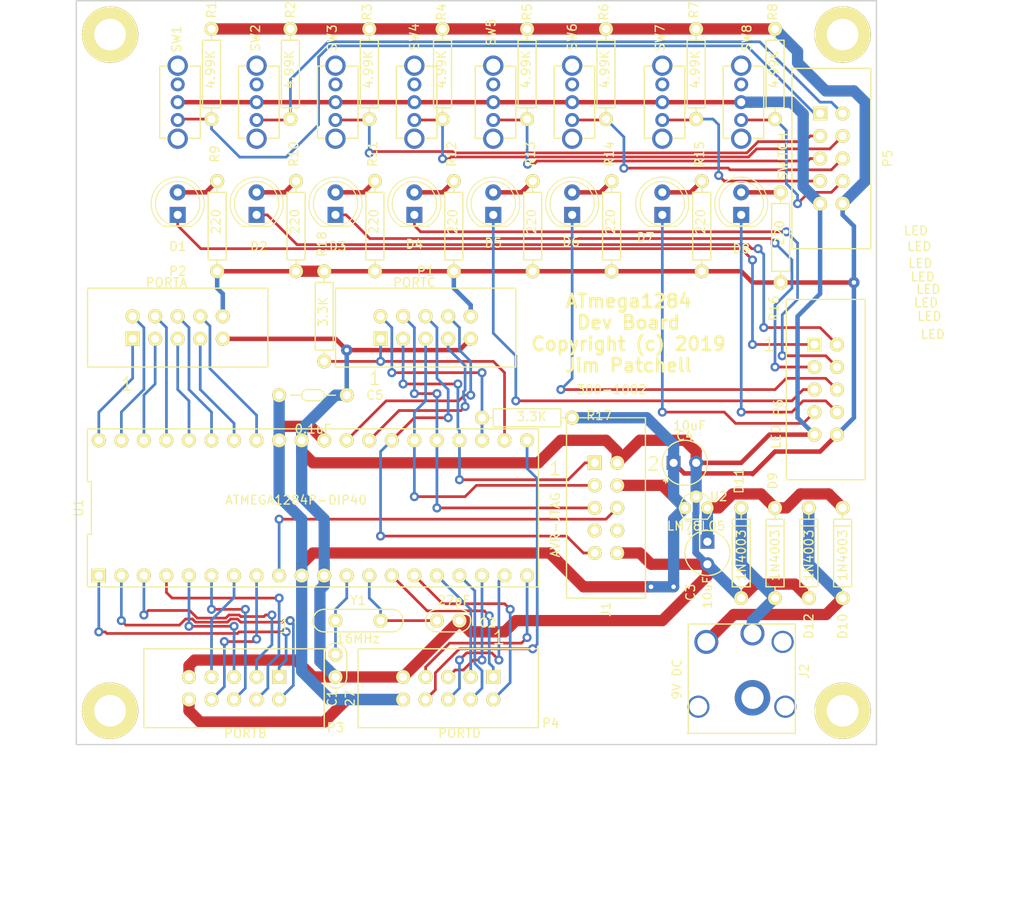
<source format=kicad_pcb>
(kicad_pcb (version 20171130) (host pcbnew "(5.1.2)-2")

  (general
    (thickness 1.6)
    (drawings 19)
    (tracks 608)
    (zones 0)
    (modules 58)
    (nets 65)
  )

  (page A)
  (title_block
    (title "ATmega1284 Development Board")
    (date 2019-04-21)
  )

  (layers
    (0 F.Cu signal)
    (31 B.Cu signal)
    (32 B.Adhes user)
    (33 F.Adhes user)
    (34 B.Paste user)
    (35 F.Paste user)
    (36 B.SilkS user)
    (37 F.SilkS user)
    (38 B.Mask user)
    (39 F.Mask user)
    (40 Dwgs.User user)
    (41 Cmts.User user)
    (42 Eco1.User user)
    (43 Eco2.User user)
    (44 Edge.Cuts user)
    (45 Margin user)
    (46 B.CrtYd user)
    (47 F.CrtYd user)
    (48 B.Fab user)
    (49 F.Fab user)
  )

  (setup
    (last_trace_width 0.3048)
    (user_trace_width 0.381)
    (user_trace_width 0.508)
    (user_trace_width 0.635)
    (user_trace_width 0.762)
    (user_trace_width 1.016)
    (trace_clearance 0.1524)
    (zone_clearance 0.508)
    (zone_45_only no)
    (trace_min 0.2)
    (via_size 1.016)
    (via_drill 0.508)
    (via_min_size 0.4)
    (via_min_drill 0.3)
    (uvia_size 0.3)
    (uvia_drill 0.1)
    (uvias_allowed no)
    (uvia_min_size 0.2)
    (uvia_min_drill 0.1)
    (edge_width 0.15)
    (segment_width 0.2)
    (pcb_text_width 0.3)
    (pcb_text_size 1.5 1.5)
    (mod_edge_width 0.15)
    (mod_text_size 1.524 1.524)
    (mod_text_width 0.15)
    (pad_size 1.524 1.524)
    (pad_drill 0.762)
    (pad_to_mask_clearance 0.051)
    (solder_mask_min_width 0.25)
    (aux_axis_origin 0 0)
    (visible_elements 7FFFFFFF)
    (pcbplotparams
      (layerselection 0x010f0_ffffffff)
      (usegerberextensions false)
      (usegerberattributes false)
      (usegerberadvancedattributes false)
      (creategerberjobfile false)
      (excludeedgelayer true)
      (linewidth 0.100000)
      (plotframeref false)
      (viasonmask false)
      (mode 1)
      (useauxorigin false)
      (hpglpennumber 1)
      (hpglpenspeed 20)
      (hpglpendiameter 15.000000)
      (psnegative false)
      (psa4output false)
      (plotreference true)
      (plotvalue true)
      (plotinvisibletext false)
      (padsonsilk false)
      (subtractmaskfromsilk false)
      (outputformat 1)
      (mirror false)
      (drillshape 0)
      (scaleselection 1)
      (outputdirectory "FAB/"))
  )

  (net 0 "")
  (net 1 "Net-(C1-Pad1)")
  (net 2 GND)
  (net 3 "Net-(C2-Pad1)")
  (net 4 VCC)
  (net 5 "Net-(D1-Pad1)")
  (net 6 "Net-(D1-Pad2)")
  (net 7 "Net-(D2-Pad2)")
  (net 8 "Net-(D2-Pad1)")
  (net 9 "Net-(D3-Pad1)")
  (net 10 "Net-(D3-Pad2)")
  (net 11 "Net-(D4-Pad2)")
  (net 12 "Net-(D4-Pad1)")
  (net 13 "Net-(D5-Pad1)")
  (net 14 "Net-(D5-Pad2)")
  (net 15 "Net-(D6-Pad1)")
  (net 16 "Net-(D6-Pad2)")
  (net 17 "Net-(D7-Pad2)")
  (net 18 "Net-(D7-Pad1)")
  (net 19 "Net-(D8-Pad2)")
  (net 20 "Net-(D8-Pad1)")
  (net 21 "Net-(J1-Pad1)")
  (net 22 "Net-(J1-Pad3)")
  (net 23 "Net-(J1-Pad5)")
  (net 24 "Net-(J1-Pad6)")
  (net 25 "Net-(J1-Pad9)")
  (net 26 "Net-(P1-Pad8)")
  (net 27 "Net-(P1-Pad7)")
  (net 28 "Net-(P1-Pad2)")
  (net 29 "Net-(P1-Pad1)")
  (net 30 "Net-(P2-Pad8)")
  (net 31 "Net-(P2-Pad7)")
  (net 32 "Net-(P2-Pad6)")
  (net 33 "Net-(P2-Pad5)")
  (net 34 "Net-(P2-Pad4)")
  (net 35 "Net-(P2-Pad3)")
  (net 36 "Net-(P2-Pad2)")
  (net 37 "Net-(P2-Pad1)")
  (net 38 "Net-(P3-Pad8)")
  (net 39 "Net-(P3-Pad7)")
  (net 40 "Net-(P3-Pad6)")
  (net 41 "Net-(P3-Pad5)")
  (net 42 "Net-(P3-Pad4)")
  (net 43 "Net-(P3-Pad3)")
  (net 44 "Net-(P3-Pad2)")
  (net 45 "Net-(P3-Pad1)")
  (net 46 "Net-(P4-Pad1)")
  (net 47 "Net-(P4-Pad2)")
  (net 48 "Net-(P4-Pad3)")
  (net 49 "Net-(P4-Pad4)")
  (net 50 "Net-(P4-Pad5)")
  (net 51 "Net-(P4-Pad6)")
  (net 52 "Net-(P4-Pad7)")
  (net 53 "Net-(P4-Pad8)")
  (net 54 "Net-(P5-Pad1)")
  (net 55 "Net-(P5-Pad2)")
  (net 56 "Net-(P5-Pad3)")
  (net 57 "Net-(P5-Pad4)")
  (net 58 "Net-(P5-Pad5)")
  (net 59 "Net-(P5-Pad6)")
  (net 60 "Net-(P5-Pad7)")
  (net 61 "Net-(P5-Pad8)")
  (net 62 /VI)
  (net 63 /A)
  (net 64 /B)

  (net_class Default "This is the default net class."
    (clearance 0.1524)
    (trace_width 0.3048)
    (via_dia 1.016)
    (via_drill 0.508)
    (uvia_dia 0.3)
    (uvia_drill 0.1)
    (add_net "Net-(C1-Pad1)")
    (add_net "Net-(C2-Pad1)")
    (add_net "Net-(D1-Pad1)")
    (add_net "Net-(D1-Pad2)")
    (add_net "Net-(D2-Pad1)")
    (add_net "Net-(D2-Pad2)")
    (add_net "Net-(D3-Pad1)")
    (add_net "Net-(D3-Pad2)")
    (add_net "Net-(D4-Pad1)")
    (add_net "Net-(D4-Pad2)")
    (add_net "Net-(D5-Pad1)")
    (add_net "Net-(D5-Pad2)")
    (add_net "Net-(D6-Pad1)")
    (add_net "Net-(D6-Pad2)")
    (add_net "Net-(D7-Pad1)")
    (add_net "Net-(D7-Pad2)")
    (add_net "Net-(D8-Pad1)")
    (add_net "Net-(D8-Pad2)")
    (add_net "Net-(J1-Pad1)")
    (add_net "Net-(J1-Pad3)")
    (add_net "Net-(J1-Pad5)")
    (add_net "Net-(J1-Pad6)")
    (add_net "Net-(J1-Pad9)")
    (add_net "Net-(P1-Pad1)")
    (add_net "Net-(P1-Pad2)")
    (add_net "Net-(P1-Pad7)")
    (add_net "Net-(P1-Pad8)")
    (add_net "Net-(P2-Pad1)")
    (add_net "Net-(P2-Pad2)")
    (add_net "Net-(P2-Pad3)")
    (add_net "Net-(P2-Pad4)")
    (add_net "Net-(P2-Pad5)")
    (add_net "Net-(P2-Pad6)")
    (add_net "Net-(P2-Pad7)")
    (add_net "Net-(P2-Pad8)")
    (add_net "Net-(P3-Pad1)")
    (add_net "Net-(P3-Pad2)")
    (add_net "Net-(P3-Pad3)")
    (add_net "Net-(P3-Pad4)")
    (add_net "Net-(P3-Pad5)")
    (add_net "Net-(P3-Pad6)")
    (add_net "Net-(P3-Pad7)")
    (add_net "Net-(P3-Pad8)")
    (add_net "Net-(P4-Pad1)")
    (add_net "Net-(P4-Pad2)")
    (add_net "Net-(P4-Pad3)")
    (add_net "Net-(P4-Pad4)")
    (add_net "Net-(P4-Pad5)")
    (add_net "Net-(P4-Pad6)")
    (add_net "Net-(P4-Pad7)")
    (add_net "Net-(P4-Pad8)")
    (add_net "Net-(P5-Pad1)")
    (add_net "Net-(P5-Pad2)")
    (add_net "Net-(P5-Pad3)")
    (add_net "Net-(P5-Pad4)")
    (add_net "Net-(P5-Pad5)")
    (add_net "Net-(P5-Pad6)")
    (add_net "Net-(P5-Pad7)")
    (add_net "Net-(P5-Pad8)")
  )

  (net_class POWER ""
    (clearance 0.1524)
    (trace_width 1.27)
    (via_dia 1.27)
    (via_drill 0.508)
    (uvia_dia 0.3)
    (uvia_drill 0.1)
    (add_net /A)
    (add_net /B)
    (add_net /VI)
    (add_net GND)
    (add_net VCC)
  )

  (module FootPrints:AXIAL0_4 (layer F.Cu) (tedit 56ACF211) (tstamp 5D1B0F1A)
    (at 115.57 78.74 270)
    (path /5D1BFDFA)
    (fp_text reference R18 (at -8.128 0.254 270) (layer F.SilkS)
      (effects (font (size 1 1) (thickness 0.15)))
    )
    (fp_text value 3.3K (at -0.508 0.127 270) (layer F.SilkS)
      (effects (font (size 1 1) (thickness 0.15)))
    )
    (fp_line (start 3.81 -1.016) (end -3.81 -1.016) (layer F.SilkS) (width 0.15))
    (fp_line (start -3.81 1.016) (end 3.81 1.016) (layer F.SilkS) (width 0.15))
    (fp_line (start 4.445 0) (end 3.81 0) (layer F.SilkS) (width 0.15))
    (fp_line (start -3.81 0) (end -4.318 0) (layer F.SilkS) (width 0.15))
    (fp_line (start 3.81 -1.016) (end 3.81 1.016) (layer F.SilkS) (width 0.15))
    (fp_line (start -3.81 -1.016) (end -3.81 1.016) (layer F.SilkS) (width 0.15))
    (pad 2 thru_hole circle (at 5.08 0 270) (size 1.5748 1.5748) (drill 0.9144) (layers *.Cu *.Mask F.SilkS)
      (net 29 "Net-(P1-Pad1)"))
    (pad 1 thru_hole circle (at -5.08 0 270) (size 1.5748 1.5748) (drill 0.9144) (layers *.Cu *.Mask F.SilkS)
      (net 4 VCC))
  )

  (module FootPrints:AXIAL0_4 (layer F.Cu) (tedit 56ACF211) (tstamp 5D1B0F0E)
    (at 138.43 90.17 180)
    (path /5D1BEBB1)
    (fp_text reference R17 (at -8.128 0.254 180) (layer F.SilkS)
      (effects (font (size 1 1) (thickness 0.15)))
    )
    (fp_text value 3.3K (at -0.508 0.127 180) (layer F.SilkS)
      (effects (font (size 1 1) (thickness 0.15)))
    )
    (fp_line (start 3.81 -1.016) (end -3.81 -1.016) (layer F.SilkS) (width 0.15))
    (fp_line (start -3.81 1.016) (end 3.81 1.016) (layer F.SilkS) (width 0.15))
    (fp_line (start 4.445 0) (end 3.81 0) (layer F.SilkS) (width 0.15))
    (fp_line (start -3.81 0) (end -4.318 0) (layer F.SilkS) (width 0.15))
    (fp_line (start 3.81 -1.016) (end 3.81 1.016) (layer F.SilkS) (width 0.15))
    (fp_line (start -3.81 -1.016) (end -3.81 1.016) (layer F.SilkS) (width 0.15))
    (pad 2 thru_hole circle (at 5.08 0 180) (size 1.5748 1.5748) (drill 0.9144) (layers *.Cu *.Mask F.SilkS)
      (net 28 "Net-(P1-Pad2)"))
    (pad 1 thru_hole circle (at -5.08 0 180) (size 1.5748 1.5748) (drill 0.9144) (layers *.Cu *.Mask F.SilkS)
      (net 4 VCC))
  )

  (module FootPrints:MountingHole_140 (layer F.Cu) (tedit 572FB1CB) (tstamp 5CDE57B3)
    (at 91.44 123.19)
    (path /5CE1B250)
    (fp_text reference P10 (at 0 6.35) (layer F.SilkS) hide
      (effects (font (size 1 1) (thickness 0.15)))
    )
    (fp_text value PAD (at 0 5.08) (layer F.SilkS) hide
      (effects (font (size 1 1) (thickness 0.15)))
    )
    (pad "" thru_hole circle (at 0 0) (size 6.35 6.35) (drill 3.556) (layers *.Cu *.Mask F.SilkS))
  )

  (module FootPrints:MountingHole_140 (layer F.Cu) (tedit 572FB1CB) (tstamp 5CDE57AE)
    (at 173.99 123.19)
    (path /5CE1AF5B)
    (fp_text reference P9 (at 0.635 6.985) (layer F.SilkS) hide
      (effects (font (size 1 1) (thickness 0.15)))
    )
    (fp_text value PAD (at 0 5.08) (layer F.SilkS) hide
      (effects (font (size 1 1) (thickness 0.15)))
    )
    (pad "" thru_hole circle (at 0 0) (size 6.35 6.35) (drill 3.556) (layers *.Cu *.Mask F.SilkS))
  )

  (module FootPrints:MountingHole_140 (layer F.Cu) (tedit 572FB1CB) (tstamp 5CDE57A9)
    (at 173.99 46.99)
    (path /5CE1ABC8)
    (fp_text reference P8 (at 0 -5.08 90) (layer F.SilkS) hide
      (effects (font (size 1 1) (thickness 0.15)))
    )
    (fp_text value PAD (at 0.635 -6.35) (layer F.SilkS) hide
      (effects (font (size 1 1) (thickness 0.15)))
    )
    (pad "" thru_hole circle (at 0 0) (size 6.35 6.35) (drill 3.556) (layers *.Cu *.Mask F.SilkS))
  )

  (module FootPrints:MountingHole_140 (layer F.Cu) (tedit 572FB1CB) (tstamp 5CDE57A4)
    (at 91.44 46.99)
    (path /5CE19701)
    (fp_text reference P7 (at 0 -5.715) (layer F.Fab) hide
      (effects (font (size 1 1) (thickness 0.15)))
    )
    (fp_text value PAD (at 0 -6.985) (layer F.Fab) hide
      (effects (font (size 1 1) (thickness 0.15)))
    )
    (pad "" thru_hole circle (at 0 0) (size 6.35 6.35) (drill 3.556) (layers *.Cu *.Mask F.SilkS))
  )

  (module FootPrints:DC-JACK-CUI-PJ-085AH (layer F.Cu) (tedit 5CC3C669) (tstamp 5CF44898)
    (at 163.83 125.73 90)
    (path /5CC9422A)
    (fp_text reference J2 (at 6.985 5.842 90) (layer F.SilkS)
      (effects (font (size 1 1) (thickness 0.15)))
    )
    (fp_text value "9V DC" (at 6.096 -8.509 90) (layer F.SilkS)
      (effects (font (size 1 1) (thickness 0.15)))
    )
    (fp_line (start 12.192 -7.239) (end 0 -7.239) (layer F.SilkS) (width 0.15))
    (fp_line (start 12.319 -7.112) (end 12.192 -7.239) (layer F.SilkS) (width 0.15))
    (fp_line (start 12.319 -6.858) (end 12.319 -7.112) (layer F.SilkS) (width 0.15))
    (fp_line (start 12.319 4.826) (end 12.319 -6.858) (layer F.SilkS) (width 0.15))
    (fp_line (start 11.811 4.826) (end 12.319 4.826) (layer F.SilkS) (width 0.15))
    (fp_line (start 0 4.826) (end 11.811 4.826) (layer F.SilkS) (width 0.15))
    (fp_line (start 0 -7.366) (end 0 4.826) (layer F.SilkS) (width 0.15))
    (pad 7 thru_hole circle (at 10.3 3.4 90) (size 2.5 2.5) (drill 2) (layers *.Cu *.Mask))
    (pad 6 thru_hole circle (at 3 -6.1 90) (size 2.5 2.5) (drill 2) (layers *.Cu *.Mask))
    (pad 5 thru_hole circle (at 3 3.7 90) (size 2.5 2.5) (drill 2) (layers *.Cu *.Mask))
    (pad 4 thru_hole circle (at 4 0 90) (size 4 4) (drill 2.5) (layers *.Cu *.Mask))
    (pad 2 thru_hole circle (at 10.3 -5.2 90) (size 2.7 2.7) (drill 2) (layers *.Cu *.Mask)
      (net 64 /B))
    (pad 1 thru_hole circle (at 11.25 0 90) (size 2.7 2.7) (drill 2) (layers *.Cu *.Mask)
      (net 63 /A))
  )

  (module FootPrints:CAP-0.1 (layer F.Cu) (tedit 56D66FB6) (tstamp 5CBD3333)
    (at 116.84 118.11 270)
    (path /5CBCF3BC)
    (fp_text reference C1 (at 3.683 0.381 270) (layer F.SilkS)
      (effects (font (size 1 1) (thickness 0.15)))
    )
    (fp_text value 27 (at 3.683 -1.651 270) (layer F.SilkS)
      (effects (font (size 1 1) (thickness 0.15)))
    )
    (fp_arc (start 1.27 0) (end 2.54 0) (angle 90) (layer F.SilkS) (width 0.15))
    (fp_arc (start 1.27 0) (end 1.27 -1.27) (angle 90) (layer F.SilkS) (width 0.15))
    (fp_arc (start -1.27 0) (end -2.54 0) (angle 90) (layer F.SilkS) (width 0.15))
    (fp_arc (start -1.27 0) (end -1.27 1.27) (angle 90) (layer F.SilkS) (width 0.15))
    (fp_line (start 1.27 1.27) (end -1.27 1.27) (layer F.SilkS) (width 0.15))
    (fp_line (start -1.27 -1.27) (end 1.27 -1.27) (layer F.SilkS) (width 0.15))
    (pad 1 thru_hole circle (at -1.27 0 270) (size 1.5748 1.5748) (drill 0.9144) (layers *.Cu *.Mask F.SilkS)
      (net 1 "Net-(C1-Pad1)"))
    (pad 2 thru_hole circle (at 1.27 0 270) (size 1.5748 1.5748) (drill 0.9144) (layers *.Cu *.Mask F.SilkS)
      (net 2 GND))
  )

  (module FootPrints:CAP-0.1 (layer F.Cu) (tedit 56D66FB6) (tstamp 5CBD333F)
    (at 129.54 113.03)
    (path /5CBCF438)
    (fp_text reference C2 (at 4.445 0.254) (layer F.SilkS)
      (effects (font (size 1 1) (thickness 0.15)))
    )
    (fp_text value 27pF (at 0.635 -2.286) (layer F.SilkS)
      (effects (font (size 1 1) (thickness 0.15)))
    )
    (fp_line (start -1.27 -1.27) (end 1.27 -1.27) (layer F.SilkS) (width 0.15))
    (fp_line (start 1.27 1.27) (end -1.27 1.27) (layer F.SilkS) (width 0.15))
    (fp_arc (start -1.27 0) (end -1.27 1.27) (angle 90) (layer F.SilkS) (width 0.15))
    (fp_arc (start -1.27 0) (end -2.54 0) (angle 90) (layer F.SilkS) (width 0.15))
    (fp_arc (start 1.27 0) (end 1.27 -1.27) (angle 90) (layer F.SilkS) (width 0.15))
    (fp_arc (start 1.27 0) (end 2.54 0) (angle 90) (layer F.SilkS) (width 0.15))
    (pad 2 thru_hole circle (at 1.27 0) (size 1.5748 1.5748) (drill 0.9144) (layers *.Cu *.Mask F.SilkS)
      (net 2 GND))
    (pad 1 thru_hole circle (at -1.27 0) (size 1.5748 1.5748) (drill 0.9144) (layers *.Cu *.Mask F.SilkS)
      (net 3 "Net-(C2-Pad1)"))
  )

  (module FootPrints:Cap-Pol-Rad-0.2_0.1 (layer F.Cu) (tedit 58AA21B9) (tstamp 5CBD3348)
    (at 158.75 105.41 90)
    (path /5CBD3694)
    (fp_text reference C3 (at -4.445 -1.905 90) (layer F.SilkS)
      (effects (font (size 1 1) (thickness 0.15)))
    )
    (fp_text value 10uF (at -4.445 0 90) (layer F.SilkS)
      (effects (font (size 1 1) (thickness 0.15)))
    )
    (fp_circle (center 0 0) (end 2.54 0) (layer F.SilkS) (width 0.15))
    (fp_line (start 2.159 -2.286) (end 2.159 -1.778) (layer F.SilkS) (width 0.15))
    (fp_line (start 2.413 -2.032) (end 1.905 -2.032) (layer F.SilkS) (width 0.15))
    (pad 1 thru_hole rect (at 1.27 0 90) (size 1.5748 1.5748) (drill 0.9144) (layers *.Cu *.Mask)
      (net 62 /VI))
    (pad 2 thru_hole circle (at -1.27 0 90) (size 1.5748 1.5748) (drill 0.9144) (layers *.Cu *.Mask)
      (net 2 GND))
  )

  (module FootPrints:Cap-Pol-Rad-0.2_0.1 (layer F.Cu) (tedit 58AA21B9) (tstamp 5CBD3351)
    (at 156.21 95.25 180)
    (path /5CBD378A)
    (fp_text reference C4 (at 0 3.04 180) (layer F.SilkS)
      (effects (font (size 1 1) (thickness 0.15)))
    )
    (fp_text value 10uF (at -0.508 4.191 180) (layer F.SilkS)
      (effects (font (size 1 1) (thickness 0.15)))
    )
    (fp_line (start 2.413 -2.032) (end 1.905 -2.032) (layer F.SilkS) (width 0.15))
    (fp_line (start 2.159 -2.286) (end 2.159 -1.778) (layer F.SilkS) (width 0.15))
    (fp_circle (center 0 0) (end 2.54 0) (layer F.SilkS) (width 0.15))
    (pad 2 thru_hole circle (at -1.27 0 180) (size 1.5748 1.5748) (drill 0.9144) (layers *.Cu *.Mask)
      (net 2 GND))
    (pad 1 thru_hole rect (at 1.27 0 180) (size 1.5748 1.5748) (drill 0.9144) (layers *.Cu *.Mask)
      (net 4 VCC))
  )

  (module FootPrints:CAP-Bypass-0_3 (layer F.Cu) (tedit 56B42E37) (tstamp 5CBD335F)
    (at 114.3 87.63)
    (path /5CC49C43)
    (fp_text reference C5 (at 6.985 0) (layer F.SilkS)
      (effects (font (size 1 1) (thickness 0.15)))
    )
    (fp_text value 0.1uF (at 0 3.81) (layer F.SilkS)
      (effects (font (size 1 1) (thickness 0.15)))
    )
    (fp_arc (start 0.635 0) (end 1.27 0) (angle 90) (layer F.SilkS) (width 0.15))
    (fp_arc (start 0.635 0) (end 0.635 -0.635) (angle 90) (layer F.SilkS) (width 0.15))
    (fp_arc (start -0.635 0) (end -0.635 0.635) (angle 90) (layer F.SilkS) (width 0.15))
    (fp_arc (start -0.635 0) (end -1.27 0) (angle 90) (layer F.SilkS) (width 0.15))
    (fp_line (start -0.635 0.635) (end 0.635 0.635) (layer F.SilkS) (width 0.15))
    (fp_line (start -0.635 -0.635) (end 0.635 -0.635) (layer F.SilkS) (width 0.15))
    (fp_line (start 2.54 0) (end 1.27 0) (layer F.SilkS) (width 0.15))
    (fp_line (start -2.54 0) (end -1.27 0) (layer F.SilkS) (width 0.15))
    (pad 1 thru_hole circle (at -3.81 0) (size 1.5748 1.5748) (drill 0.9144) (layers *.Cu *.Mask F.SilkS)
      (net 4 VCC))
    (pad 2 thru_hole circle (at 3.81 0) (size 1.5748 1.5748) (drill 0.9144) (layers *.Cu *.Mask F.SilkS)
      (net 2 GND))
  )

  (module FootPrints:LED_5.0mm (layer F.Cu) (tedit 58A0C566) (tstamp 5CBD3370)
    (at 99.06 67.31 90)
    (descr "LED, diameter 5.0mm, 2 pins, http://cdn-reichelt.de/documents/datenblatt/A500/LL-504BC2E-009.pdf")
    (tags "LED diameter 5.0mm 2 pins")
    (path /5D0B6082/5D0C159D)
    (fp_text reference D1 (at -3.556 0 180) (layer F.SilkS)
      (effects (font (size 1 1) (thickness 0.15)))
    )
    (fp_text value LED (at -13.462 85.09 180) (layer F.SilkS)
      (effects (font (size 1 1) (thickness 0.15)))
    )
    (fp_arc (start 1.27 0) (end -1.23 -1.469694) (angle 299.1) (layer F.Fab) (width 0.1))
    (fp_arc (start 1.27 0) (end -1.29 -1.54483) (angle 148.9) (layer F.SilkS) (width 0.12))
    (fp_arc (start 1.27 0) (end -1.29 1.54483) (angle -148.9) (layer F.SilkS) (width 0.12))
    (fp_circle (center 1.27 0) (end 3.77 0) (layer F.Fab) (width 0.1))
    (fp_circle (center 1.27 0) (end 3.77 0) (layer F.SilkS) (width 0.12))
    (fp_line (start -1.23 -1.469694) (end -1.23 1.469694) (layer F.Fab) (width 0.1))
    (fp_line (start -1.29 -1.545) (end -1.29 1.545) (layer F.SilkS) (width 0.12))
    (fp_line (start -1.95 -3.25) (end -1.95 3.25) (layer F.CrtYd) (width 0.05))
    (fp_line (start -1.95 3.25) (end 4.5 3.25) (layer F.CrtYd) (width 0.05))
    (fp_line (start 4.5 3.25) (end 4.5 -3.25) (layer F.CrtYd) (width 0.05))
    (fp_line (start 4.5 -3.25) (end -1.95 -3.25) (layer F.CrtYd) (width 0.05))
    (pad 1 thru_hole rect (at 0 0 90) (size 1.8 1.8) (drill 0.9144) (layers *.Cu *.Mask)
      (net 5 "Net-(D1-Pad1)"))
    (pad 2 thru_hole circle (at 2.54 0 90) (size 1.8 1.8) (drill 0.9144) (layers *.Cu *.Mask)
      (net 6 "Net-(D1-Pad2)"))
    (model LEDs.3dshapes/LED_D5.0mm.wrl
      (at (xyz 0 0 0))
      (scale (xyz 0.393701 0.393701 0.393701))
      (rotate (xyz 0 0 0))
    )
  )

  (module FootPrints:LED_5.0mm (layer F.Cu) (tedit 58A0C566) (tstamp 5CBD3381)
    (at 107.95 67.31 90)
    (descr "LED, diameter 5.0mm, 2 pins, http://cdn-reichelt.de/documents/datenblatt/A500/LL-504BC2E-009.pdf")
    (tags "LED diameter 5.0mm 2 pins")
    (path /5D0B6082/5D0C15A9)
    (fp_text reference D2 (at -3.556 0.254 180) (layer F.SilkS)
      (effects (font (size 1 1) (thickness 0.15)))
    )
    (fp_text value LED (at -11.43 75.819 180) (layer F.SilkS)
      (effects (font (size 1 1) (thickness 0.15)))
    )
    (fp_line (start 4.5 -3.25) (end -1.95 -3.25) (layer F.CrtYd) (width 0.05))
    (fp_line (start 4.5 3.25) (end 4.5 -3.25) (layer F.CrtYd) (width 0.05))
    (fp_line (start -1.95 3.25) (end 4.5 3.25) (layer F.CrtYd) (width 0.05))
    (fp_line (start -1.95 -3.25) (end -1.95 3.25) (layer F.CrtYd) (width 0.05))
    (fp_line (start -1.29 -1.545) (end -1.29 1.545) (layer F.SilkS) (width 0.12))
    (fp_line (start -1.23 -1.469694) (end -1.23 1.469694) (layer F.Fab) (width 0.1))
    (fp_circle (center 1.27 0) (end 3.77 0) (layer F.SilkS) (width 0.12))
    (fp_circle (center 1.27 0) (end 3.77 0) (layer F.Fab) (width 0.1))
    (fp_arc (start 1.27 0) (end -1.29 1.54483) (angle -148.9) (layer F.SilkS) (width 0.12))
    (fp_arc (start 1.27 0) (end -1.29 -1.54483) (angle 148.9) (layer F.SilkS) (width 0.12))
    (fp_arc (start 1.27 0) (end -1.23 -1.469694) (angle 299.1) (layer F.Fab) (width 0.1))
    (pad 2 thru_hole circle (at 2.54 0 90) (size 1.8 1.8) (drill 0.9144) (layers *.Cu *.Mask)
      (net 7 "Net-(D2-Pad2)"))
    (pad 1 thru_hole rect (at 0 0 90) (size 1.8 1.8) (drill 0.9144) (layers *.Cu *.Mask)
      (net 8 "Net-(D2-Pad1)"))
    (model LEDs.3dshapes/LED_D5.0mm.wrl
      (at (xyz 0 0 0))
      (scale (xyz 0.393701 0.393701 0.393701))
      (rotate (xyz 0 0 0))
    )
  )

  (module FootPrints:LED_5.0mm (layer F.Cu) (tedit 58A0C566) (tstamp 5CBD3392)
    (at 116.84 67.31 90)
    (descr "LED, diameter 5.0mm, 2 pins, http://cdn-reichelt.de/documents/datenblatt/A500/LL-504BC2E-009.pdf")
    (tags "LED diameter 5.0mm 2 pins")
    (path /5D0B6082/5D0C15B5)
    (fp_text reference D3 (at -3.556 0.254 180) (layer F.SilkS)
      (effects (font (size 1 1) (thickness 0.15)))
    )
    (fp_text value LED (at -9.906 66.548 180) (layer F.SilkS)
      (effects (font (size 1 1) (thickness 0.15)))
    )
    (fp_arc (start 1.27 0) (end -1.23 -1.469694) (angle 299.1) (layer F.Fab) (width 0.1))
    (fp_arc (start 1.27 0) (end -1.29 -1.54483) (angle 148.9) (layer F.SilkS) (width 0.12))
    (fp_arc (start 1.27 0) (end -1.29 1.54483) (angle -148.9) (layer F.SilkS) (width 0.12))
    (fp_circle (center 1.27 0) (end 3.77 0) (layer F.Fab) (width 0.1))
    (fp_circle (center 1.27 0) (end 3.77 0) (layer F.SilkS) (width 0.12))
    (fp_line (start -1.23 -1.469694) (end -1.23 1.469694) (layer F.Fab) (width 0.1))
    (fp_line (start -1.29 -1.545) (end -1.29 1.545) (layer F.SilkS) (width 0.12))
    (fp_line (start -1.95 -3.25) (end -1.95 3.25) (layer F.CrtYd) (width 0.05))
    (fp_line (start -1.95 3.25) (end 4.5 3.25) (layer F.CrtYd) (width 0.05))
    (fp_line (start 4.5 3.25) (end 4.5 -3.25) (layer F.CrtYd) (width 0.05))
    (fp_line (start 4.5 -3.25) (end -1.95 -3.25) (layer F.CrtYd) (width 0.05))
    (pad 1 thru_hole rect (at 0 0 90) (size 1.8 1.8) (drill 0.9144) (layers *.Cu *.Mask)
      (net 9 "Net-(D3-Pad1)"))
    (pad 2 thru_hole circle (at 2.54 0 90) (size 1.8 1.8) (drill 0.9144) (layers *.Cu *.Mask)
      (net 10 "Net-(D3-Pad2)"))
    (model LEDs.3dshapes/LED_D5.0mm.wrl
      (at (xyz 0 0 0))
      (scale (xyz 0.393701 0.393701 0.393701))
      (rotate (xyz 0 0 0))
    )
  )

  (module FootPrints:LED_5.0mm (layer F.Cu) (tedit 58A0C566) (tstamp 5CBD33A3)
    (at 125.73 67.31 90)
    (descr "LED, diameter 5.0mm, 2 pins, http://cdn-reichelt.de/documents/datenblatt/A500/LL-504BC2E-009.pdf")
    (tags "LED diameter 5.0mm 2 pins")
    (path /5D0B6082/5D0C15C1)
    (fp_text reference D4 (at -3.302 0 180) (layer F.SilkS)
      (effects (font (size 1 1) (thickness 0.15)))
    )
    (fp_text value LED (at -8.382 57.912 180) (layer F.SilkS)
      (effects (font (size 1 1) (thickness 0.15)))
    )
    (fp_line (start 4.5 -3.25) (end -1.95 -3.25) (layer F.CrtYd) (width 0.05))
    (fp_line (start 4.5 3.25) (end 4.5 -3.25) (layer F.CrtYd) (width 0.05))
    (fp_line (start -1.95 3.25) (end 4.5 3.25) (layer F.CrtYd) (width 0.05))
    (fp_line (start -1.95 -3.25) (end -1.95 3.25) (layer F.CrtYd) (width 0.05))
    (fp_line (start -1.29 -1.545) (end -1.29 1.545) (layer F.SilkS) (width 0.12))
    (fp_line (start -1.23 -1.469694) (end -1.23 1.469694) (layer F.Fab) (width 0.1))
    (fp_circle (center 1.27 0) (end 3.77 0) (layer F.SilkS) (width 0.12))
    (fp_circle (center 1.27 0) (end 3.77 0) (layer F.Fab) (width 0.1))
    (fp_arc (start 1.27 0) (end -1.29 1.54483) (angle -148.9) (layer F.SilkS) (width 0.12))
    (fp_arc (start 1.27 0) (end -1.29 -1.54483) (angle 148.9) (layer F.SilkS) (width 0.12))
    (fp_arc (start 1.27 0) (end -1.23 -1.469694) (angle 299.1) (layer F.Fab) (width 0.1))
    (pad 2 thru_hole circle (at 2.54 0 90) (size 1.8 1.8) (drill 0.9144) (layers *.Cu *.Mask)
      (net 11 "Net-(D4-Pad2)"))
    (pad 1 thru_hole rect (at 0 0 90) (size 1.8 1.8) (drill 0.9144) (layers *.Cu *.Mask)
      (net 12 "Net-(D4-Pad1)"))
    (model LEDs.3dshapes/LED_D5.0mm.wrl
      (at (xyz 0 0 0))
      (scale (xyz 0.393701 0.393701 0.393701))
      (rotate (xyz 0 0 0))
    )
  )

  (module FootPrints:LED_5.0mm (layer F.Cu) (tedit 58A0C566) (tstamp 5CDE4A8A)
    (at 134.62 67.31 90)
    (descr "LED, diameter 5.0mm, 2 pins, http://cdn-reichelt.de/documents/datenblatt/A500/LL-504BC2E-009.pdf")
    (tags "LED diameter 5.0mm 2 pins")
    (path /5D0B6082/5D0C15CD)
    (fp_text reference D5 (at -3.175 0 180) (layer F.SilkS)
      (effects (font (size 1 1) (thickness 0.15)))
    )
    (fp_text value LED (at -6.985 48.387) (layer F.SilkS)
      (effects (font (size 1 1) (thickness 0.15)))
    )
    (fp_arc (start 1.27 0) (end -1.23 -1.469694) (angle 299.1) (layer F.Fab) (width 0.1))
    (fp_arc (start 1.27 0) (end -1.29 -1.54483) (angle 148.9) (layer F.SilkS) (width 0.12))
    (fp_arc (start 1.27 0) (end -1.29 1.54483) (angle -148.9) (layer F.SilkS) (width 0.12))
    (fp_circle (center 1.27 0) (end 3.77 0) (layer F.Fab) (width 0.1))
    (fp_circle (center 1.27 0) (end 3.77 0) (layer F.SilkS) (width 0.12))
    (fp_line (start -1.23 -1.469694) (end -1.23 1.469694) (layer F.Fab) (width 0.1))
    (fp_line (start -1.29 -1.545) (end -1.29 1.545) (layer F.SilkS) (width 0.12))
    (fp_line (start -1.95 -3.25) (end -1.95 3.25) (layer F.CrtYd) (width 0.05))
    (fp_line (start -1.95 3.25) (end 4.5 3.25) (layer F.CrtYd) (width 0.05))
    (fp_line (start 4.5 3.25) (end 4.5 -3.25) (layer F.CrtYd) (width 0.05))
    (fp_line (start 4.5 -3.25) (end -1.95 -3.25) (layer F.CrtYd) (width 0.05))
    (pad 1 thru_hole rect (at 0 0 90) (size 1.8 1.8) (drill 0.9144) (layers *.Cu *.Mask)
      (net 13 "Net-(D5-Pad1)"))
    (pad 2 thru_hole circle (at 2.54 0 90) (size 1.8 1.8) (drill 0.9144) (layers *.Cu *.Mask)
      (net 14 "Net-(D5-Pad2)"))
    (model LEDs.3dshapes/LED_D5.0mm.wrl
      (at (xyz 0 0 0))
      (scale (xyz 0.393701 0.393701 0.393701))
      (rotate (xyz 0 0 0))
    )
  )

  (module FootPrints:LED_5.0mm (layer F.Cu) (tedit 58A0C566) (tstamp 5CBD33C5)
    (at 143.51 67.31 90)
    (descr "LED, diameter 5.0mm, 2 pins, http://cdn-reichelt.de/documents/datenblatt/A500/LL-504BC2E-009.pdf")
    (tags "LED diameter 5.0mm 2 pins")
    (path /5D0B6082/5D0C15D9)
    (fp_text reference D6 (at -3.048 -0.127 180) (layer F.SilkS)
      (effects (font (size 1 1) (thickness 0.15)))
    )
    (fp_text value LED (at -5.461 39.243 180) (layer F.SilkS)
      (effects (font (size 1 1) (thickness 0.15)))
    )
    (fp_arc (start 1.27 0) (end -1.23 -1.469694) (angle 299.1) (layer F.Fab) (width 0.1))
    (fp_arc (start 1.27 0) (end -1.29 -1.54483) (angle 148.9) (layer F.SilkS) (width 0.12))
    (fp_arc (start 1.27 0) (end -1.29 1.54483) (angle -148.9) (layer F.SilkS) (width 0.12))
    (fp_circle (center 1.27 0) (end 3.77 0) (layer F.Fab) (width 0.1))
    (fp_circle (center 1.27 0) (end 3.77 0) (layer F.SilkS) (width 0.12))
    (fp_line (start -1.23 -1.469694) (end -1.23 1.469694) (layer F.Fab) (width 0.1))
    (fp_line (start -1.29 -1.545) (end -1.29 1.545) (layer F.SilkS) (width 0.12))
    (fp_line (start -1.95 -3.25) (end -1.95 3.25) (layer F.CrtYd) (width 0.05))
    (fp_line (start -1.95 3.25) (end 4.5 3.25) (layer F.CrtYd) (width 0.05))
    (fp_line (start 4.5 3.25) (end 4.5 -3.25) (layer F.CrtYd) (width 0.05))
    (fp_line (start 4.5 -3.25) (end -1.95 -3.25) (layer F.CrtYd) (width 0.05))
    (pad 1 thru_hole rect (at 0 0 90) (size 1.8 1.8) (drill 0.9144) (layers *.Cu *.Mask)
      (net 15 "Net-(D6-Pad1)"))
    (pad 2 thru_hole circle (at 2.54 0 90) (size 1.8 1.8) (drill 0.9144) (layers *.Cu *.Mask)
      (net 16 "Net-(D6-Pad2)"))
    (model LEDs.3dshapes/LED_D5.0mm.wrl
      (at (xyz 0 0 0))
      (scale (xyz 0.393701 0.393701 0.393701))
      (rotate (xyz 0 0 0))
    )
  )

  (module FootPrints:LED_5.0mm (layer F.Cu) (tedit 58A0C566) (tstamp 5CDE4952)
    (at 153.67 67.31 90)
    (descr "LED, diameter 5.0mm, 2 pins, http://cdn-reichelt.de/documents/datenblatt/A500/LL-504BC2E-009.pdf")
    (tags "LED diameter 5.0mm 2 pins")
    (path /5D0B6082/5D0C15E5)
    (fp_text reference D7 (at -2.54 -1.905 180) (layer F.SilkS)
      (effects (font (size 1 1) (thickness 0.15)))
    )
    (fp_text value LED (at -3.556 28.956 180) (layer F.SilkS)
      (effects (font (size 1 1) (thickness 0.15)))
    )
    (fp_line (start 4.5 -3.25) (end -1.95 -3.25) (layer F.CrtYd) (width 0.05))
    (fp_line (start 4.5 3.25) (end 4.5 -3.25) (layer F.CrtYd) (width 0.05))
    (fp_line (start -1.95 3.25) (end 4.5 3.25) (layer F.CrtYd) (width 0.05))
    (fp_line (start -1.95 -3.25) (end -1.95 3.25) (layer F.CrtYd) (width 0.05))
    (fp_line (start -1.29 -1.545) (end -1.29 1.545) (layer F.SilkS) (width 0.12))
    (fp_line (start -1.23 -1.469694) (end -1.23 1.469694) (layer F.Fab) (width 0.1))
    (fp_circle (center 1.27 0) (end 3.77 0) (layer F.SilkS) (width 0.12))
    (fp_circle (center 1.27 0) (end 3.77 0) (layer F.Fab) (width 0.1))
    (fp_arc (start 1.27 0) (end -1.29 1.54483) (angle -148.9) (layer F.SilkS) (width 0.12))
    (fp_arc (start 1.27 0) (end -1.29 -1.54483) (angle 148.9) (layer F.SilkS) (width 0.12))
    (fp_arc (start 1.27 0) (end -1.23 -1.469694) (angle 299.1) (layer F.Fab) (width 0.1))
    (pad 2 thru_hole circle (at 2.54 0 90) (size 1.8 1.8) (drill 0.9144) (layers *.Cu *.Mask)
      (net 17 "Net-(D7-Pad2)"))
    (pad 1 thru_hole rect (at 0 0 90) (size 1.8 1.8) (drill 0.9144) (layers *.Cu *.Mask)
      (net 18 "Net-(D7-Pad1)"))
    (model LEDs.3dshapes/LED_D5.0mm.wrl
      (at (xyz 0 0 0))
      (scale (xyz 0.393701 0.393701 0.393701))
      (rotate (xyz 0 0 0))
    )
  )

  (module FootPrints:LED_5.0mm (layer F.Cu) (tedit 58A0C566) (tstamp 5CDE48D6)
    (at 162.56 67.31 90)
    (descr "LED, diameter 5.0mm, 2 pins, http://cdn-reichelt.de/documents/datenblatt/A500/LL-504BC2E-009.pdf")
    (tags "LED diameter 5.0mm 2 pins")
    (path /5D0B6082/5D0C15F1)
    (fp_text reference D8 (at -3.81 0 180) (layer F.SilkS)
      (effects (font (size 1 1) (thickness 0.15)))
    )
    (fp_text value LED (at -1.778 19.685 -180) (layer F.SilkS)
      (effects (font (size 1 1) (thickness 0.15)))
    )
    (fp_line (start 4.5 -3.25) (end -1.95 -3.25) (layer F.CrtYd) (width 0.05))
    (fp_line (start 4.5 3.25) (end 4.5 -3.25) (layer F.CrtYd) (width 0.05))
    (fp_line (start -1.95 3.25) (end 4.5 3.25) (layer F.CrtYd) (width 0.05))
    (fp_line (start -1.95 -3.25) (end -1.95 3.25) (layer F.CrtYd) (width 0.05))
    (fp_line (start -1.29 -1.545) (end -1.29 1.545) (layer F.SilkS) (width 0.12))
    (fp_line (start -1.23 -1.469694) (end -1.23 1.469694) (layer F.Fab) (width 0.1))
    (fp_circle (center 1.27 0) (end 3.77 0) (layer F.SilkS) (width 0.12))
    (fp_circle (center 1.27 0) (end 3.77 0) (layer F.Fab) (width 0.1))
    (fp_arc (start 1.27 0) (end -1.29 1.54483) (angle -148.9) (layer F.SilkS) (width 0.12))
    (fp_arc (start 1.27 0) (end -1.29 -1.54483) (angle 148.9) (layer F.SilkS) (width 0.12))
    (fp_arc (start 1.27 0) (end -1.23 -1.469694) (angle 299.1) (layer F.Fab) (width 0.1))
    (pad 2 thru_hole circle (at 2.54 0 90) (size 1.8 1.8) (drill 0.9144) (layers *.Cu *.Mask)
      (net 19 "Net-(D8-Pad2)"))
    (pad 1 thru_hole rect (at 0 0 90) (size 1.8 1.8) (drill 0.9144) (layers *.Cu *.Mask)
      (net 20 "Net-(D8-Pad1)"))
    (model LEDs.3dshapes/LED_D5.0mm.wrl
      (at (xyz 0 0 0))
      (scale (xyz 0.393701 0.393701 0.393701))
      (rotate (xyz 0 0 0))
    )
  )

  (module FootPrints:IDC5x2_Vert (layer F.Cu) (tedit 58C2383B) (tstamp 5CBD33FD)
    (at 147.32 100.33 90)
    (path /5CC056BD)
    (fp_text reference J1 (at -11.43 0 90) (layer F.SilkS)
      (effects (font (size 1 1) (thickness 0.15)))
    )
    (fp_text value AVR-JTAG (at -1.905 -5.715 90) (layer F.SilkS)
      (effects (font (size 1 1) (thickness 0.15)))
    )
    (fp_line (start 10.16 4.445) (end 10.16 2.54) (layer F.SilkS) (width 0.15))
    (fp_line (start -10.16 4.445) (end 10.16 4.445) (layer F.SilkS) (width 0.15))
    (fp_line (start -10.16 2.54) (end -10.16 4.445) (layer F.SilkS) (width 0.15))
    (fp_line (start 10.16 -4.445) (end 10.16 -2.54) (layer F.SilkS) (width 0.15))
    (fp_line (start -10.16 -4.445) (end 10.16 -4.445) (layer F.SilkS) (width 0.15))
    (fp_line (start -10.16 -2.54) (end -10.16 -4.445) (layer F.SilkS) (width 0.15))
    (fp_line (start -10.16 2.54) (end -10.16 -2.54) (layer F.SilkS) (width 0.15))
    (fp_line (start 10.16 -2.54) (end 10.16 2.54) (layer F.SilkS) (width 0.15))
    (pad 1 thru_hole rect (at 5.08 -1.27 90) (size 1.5748 1.5748) (drill 0.9144) (layers *.Cu *.Mask F.SilkS)
      (net 21 "Net-(J1-Pad1)"))
    (pad 2 thru_hole circle (at 5.08 1.27 90) (size 1.5748 1.5748) (drill 0.9144) (layers *.Cu *.Mask F.SilkS)
      (net 2 GND))
    (pad 3 thru_hole circle (at 2.54 -1.27 90) (size 1.5748 1.5748) (drill 0.9144) (layers *.Cu *.Mask F.SilkS)
      (net 22 "Net-(J1-Pad3)"))
    (pad 4 thru_hole circle (at 2.54 1.27 90) (size 1.5748 1.5748) (drill 0.9144) (layers *.Cu *.Mask F.SilkS)
      (net 4 VCC))
    (pad 5 thru_hole circle (at 0 -1.27 90) (size 1.5748 1.5748) (drill 0.9144) (layers *.Cu *.Mask F.SilkS)
      (net 23 "Net-(J1-Pad5)"))
    (pad 6 thru_hole circle (at 0 1.27 90) (size 1.5748 1.5748) (drill 0.9144) (layers *.Cu *.Mask F.SilkS)
      (net 24 "Net-(J1-Pad6)"))
    (pad 7 thru_hole circle (at -2.54 -1.27 90) (size 1.5748 1.5748) (drill 0.9144) (layers *.Cu *.Mask F.SilkS))
    (pad 8 thru_hole circle (at -2.54 1.27 90) (size 1.5748 1.5748) (drill 0.9144) (layers *.Cu *.Mask F.SilkS))
    (pad 9 thru_hole circle (at -5.08 -1.27 90) (size 1.5748 1.5748) (drill 0.9144) (layers *.Cu *.Mask F.SilkS)
      (net 25 "Net-(J1-Pad9)"))
    (pad 10 thru_hole circle (at -5.08 1.27 90) (size 1.5748 1.5748) (drill 0.9144) (layers *.Cu *.Mask F.SilkS)
      (net 2 GND))
  )

  (module FootPrints:IDC5x2_Vert (layer F.Cu) (tedit 58C2383B) (tstamp 5CBD3425)
    (at 127 80.01 180)
    (path /5CB82366)
    (fp_text reference P1 (at 0 6.35 180) (layer F.SilkS)
      (effects (font (size 1 1) (thickness 0.15)))
    )
    (fp_text value PORTC (at 1.27 5.08 180) (layer F.SilkS)
      (effects (font (size 1 1) (thickness 0.15)))
    )
    (fp_line (start 10.16 -2.54) (end 10.16 2.54) (layer F.SilkS) (width 0.15))
    (fp_line (start -10.16 2.54) (end -10.16 -2.54) (layer F.SilkS) (width 0.15))
    (fp_line (start -10.16 -2.54) (end -10.16 -4.445) (layer F.SilkS) (width 0.15))
    (fp_line (start -10.16 -4.445) (end 10.16 -4.445) (layer F.SilkS) (width 0.15))
    (fp_line (start 10.16 -4.445) (end 10.16 -2.54) (layer F.SilkS) (width 0.15))
    (fp_line (start -10.16 2.54) (end -10.16 4.445) (layer F.SilkS) (width 0.15))
    (fp_line (start -10.16 4.445) (end 10.16 4.445) (layer F.SilkS) (width 0.15))
    (fp_line (start 10.16 4.445) (end 10.16 2.54) (layer F.SilkS) (width 0.15))
    (pad 10 thru_hole circle (at -5.08 1.27 180) (size 1.5748 1.5748) (drill 0.9144) (layers *.Cu *.Mask F.SilkS)
      (net 4 VCC))
    (pad 9 thru_hole circle (at -5.08 -1.27 180) (size 1.5748 1.5748) (drill 0.9144) (layers *.Cu *.Mask F.SilkS)
      (net 2 GND))
    (pad 8 thru_hole circle (at -2.54 1.27 180) (size 1.5748 1.5748) (drill 0.9144) (layers *.Cu *.Mask F.SilkS)
      (net 26 "Net-(P1-Pad8)"))
    (pad 7 thru_hole circle (at -2.54 -1.27 180) (size 1.5748 1.5748) (drill 0.9144) (layers *.Cu *.Mask F.SilkS)
      (net 27 "Net-(P1-Pad7)"))
    (pad 6 thru_hole circle (at 0 1.27 180) (size 1.5748 1.5748) (drill 0.9144) (layers *.Cu *.Mask F.SilkS)
      (net 25 "Net-(J1-Pad9)"))
    (pad 5 thru_hole circle (at 0 -1.27 180) (size 1.5748 1.5748) (drill 0.9144) (layers *.Cu *.Mask F.SilkS)
      (net 22 "Net-(J1-Pad3)"))
    (pad 4 thru_hole circle (at 2.54 1.27 180) (size 1.5748 1.5748) (drill 0.9144) (layers *.Cu *.Mask F.SilkS)
      (net 23 "Net-(J1-Pad5)"))
    (pad 3 thru_hole circle (at 2.54 -1.27 180) (size 1.5748 1.5748) (drill 0.9144) (layers *.Cu *.Mask F.SilkS)
      (net 21 "Net-(J1-Pad1)"))
    (pad 2 thru_hole circle (at 5.08 1.27 180) (size 1.5748 1.5748) (drill 0.9144) (layers *.Cu *.Mask F.SilkS)
      (net 28 "Net-(P1-Pad2)"))
    (pad 1 thru_hole rect (at 5.08 -1.27 180) (size 1.5748 1.5748) (drill 0.9144) (layers *.Cu *.Mask F.SilkS)
      (net 29 "Net-(P1-Pad1)"))
  )

  (module FootPrints:IDC5x2_Vert (layer F.Cu) (tedit 58C2383B) (tstamp 5CBD3DCA)
    (at 99.06 80.01 180)
    (path /5CB82246)
    (fp_text reference P2 (at 0 6.35 180) (layer F.SilkS)
      (effects (font (size 1 1) (thickness 0.15)))
    )
    (fp_text value PORTA (at 1.27 5.08 180) (layer F.SilkS)
      (effects (font (size 1 1) (thickness 0.15)))
    )
    (fp_line (start 10.16 -2.54) (end 10.16 2.54) (layer F.SilkS) (width 0.15))
    (fp_line (start -10.16 2.54) (end -10.16 -2.54) (layer F.SilkS) (width 0.15))
    (fp_line (start -10.16 -2.54) (end -10.16 -4.445) (layer F.SilkS) (width 0.15))
    (fp_line (start -10.16 -4.445) (end 10.16 -4.445) (layer F.SilkS) (width 0.15))
    (fp_line (start 10.16 -4.445) (end 10.16 -2.54) (layer F.SilkS) (width 0.15))
    (fp_line (start -10.16 2.54) (end -10.16 4.445) (layer F.SilkS) (width 0.15))
    (fp_line (start -10.16 4.445) (end 10.16 4.445) (layer F.SilkS) (width 0.15))
    (fp_line (start 10.16 4.445) (end 10.16 2.54) (layer F.SilkS) (width 0.15))
    (pad 10 thru_hole circle (at -5.08 1.27 180) (size 1.5748 1.5748) (drill 0.9144) (layers *.Cu *.Mask F.SilkS)
      (net 4 VCC))
    (pad 9 thru_hole circle (at -5.08 -1.27 180) (size 1.5748 1.5748) (drill 0.9144) (layers *.Cu *.Mask F.SilkS)
      (net 2 GND))
    (pad 8 thru_hole circle (at -2.54 1.27 180) (size 1.5748 1.5748) (drill 0.9144) (layers *.Cu *.Mask F.SilkS)
      (net 30 "Net-(P2-Pad8)"))
    (pad 7 thru_hole circle (at -2.54 -1.27 180) (size 1.5748 1.5748) (drill 0.9144) (layers *.Cu *.Mask F.SilkS)
      (net 31 "Net-(P2-Pad7)"))
    (pad 6 thru_hole circle (at 0 1.27 180) (size 1.5748 1.5748) (drill 0.9144) (layers *.Cu *.Mask F.SilkS)
      (net 32 "Net-(P2-Pad6)"))
    (pad 5 thru_hole circle (at 0 -1.27 180) (size 1.5748 1.5748) (drill 0.9144) (layers *.Cu *.Mask F.SilkS)
      (net 33 "Net-(P2-Pad5)"))
    (pad 4 thru_hole circle (at 2.54 1.27 180) (size 1.5748 1.5748) (drill 0.9144) (layers *.Cu *.Mask F.SilkS)
      (net 34 "Net-(P2-Pad4)"))
    (pad 3 thru_hole circle (at 2.54 -1.27 180) (size 1.5748 1.5748) (drill 0.9144) (layers *.Cu *.Mask F.SilkS)
      (net 35 "Net-(P2-Pad3)"))
    (pad 2 thru_hole circle (at 5.08 1.27 180) (size 1.5748 1.5748) (drill 0.9144) (layers *.Cu *.Mask F.SilkS)
      (net 36 "Net-(P2-Pad2)"))
    (pad 1 thru_hole rect (at 5.08 -1.27 180) (size 1.5748 1.5748) (drill 0.9144) (layers *.Cu *.Mask F.SilkS)
      (net 37 "Net-(P2-Pad1)"))
  )

  (module FootPrints:IDC5x2_Vert (layer F.Cu) (tedit 58C2383B) (tstamp 5CBD3C7B)
    (at 105.41 120.65)
    (path /5CB90C37)
    (fp_text reference P3 (at 11.43 4.445) (layer F.SilkS)
      (effects (font (size 1 1) (thickness 0.15)))
    )
    (fp_text value PORTB (at 1.27 5.08) (layer F.SilkS)
      (effects (font (size 1 1) (thickness 0.15)))
    )
    (fp_line (start 10.16 -2.54) (end 10.16 2.54) (layer F.SilkS) (width 0.15))
    (fp_line (start -10.16 2.54) (end -10.16 -2.54) (layer F.SilkS) (width 0.15))
    (fp_line (start -10.16 -2.54) (end -10.16 -4.445) (layer F.SilkS) (width 0.15))
    (fp_line (start -10.16 -4.445) (end 10.16 -4.445) (layer F.SilkS) (width 0.15))
    (fp_line (start 10.16 -4.445) (end 10.16 -2.54) (layer F.SilkS) (width 0.15))
    (fp_line (start -10.16 2.54) (end -10.16 4.445) (layer F.SilkS) (width 0.15))
    (fp_line (start -10.16 4.445) (end 10.16 4.445) (layer F.SilkS) (width 0.15))
    (fp_line (start 10.16 4.445) (end 10.16 2.54) (layer F.SilkS) (width 0.15))
    (pad 10 thru_hole circle (at -5.08 1.27) (size 1.5748 1.5748) (drill 0.9144) (layers *.Cu *.Mask F.SilkS)
      (net 4 VCC))
    (pad 9 thru_hole circle (at -5.08 -1.27) (size 1.5748 1.5748) (drill 0.9144) (layers *.Cu *.Mask F.SilkS)
      (net 2 GND))
    (pad 8 thru_hole circle (at -2.54 1.27) (size 1.5748 1.5748) (drill 0.9144) (layers *.Cu *.Mask F.SilkS)
      (net 38 "Net-(P3-Pad8)"))
    (pad 7 thru_hole circle (at -2.54 -1.27) (size 1.5748 1.5748) (drill 0.9144) (layers *.Cu *.Mask F.SilkS)
      (net 39 "Net-(P3-Pad7)"))
    (pad 6 thru_hole circle (at 0 1.27) (size 1.5748 1.5748) (drill 0.9144) (layers *.Cu *.Mask F.SilkS)
      (net 40 "Net-(P3-Pad6)"))
    (pad 5 thru_hole circle (at 0 -1.27) (size 1.5748 1.5748) (drill 0.9144) (layers *.Cu *.Mask F.SilkS)
      (net 41 "Net-(P3-Pad5)"))
    (pad 4 thru_hole circle (at 2.54 1.27) (size 1.5748 1.5748) (drill 0.9144) (layers *.Cu *.Mask F.SilkS)
      (net 42 "Net-(P3-Pad4)"))
    (pad 3 thru_hole circle (at 2.54 -1.27) (size 1.5748 1.5748) (drill 0.9144) (layers *.Cu *.Mask F.SilkS)
      (net 43 "Net-(P3-Pad3)"))
    (pad 2 thru_hole circle (at 5.08 1.27) (size 1.5748 1.5748) (drill 0.9144) (layers *.Cu *.Mask F.SilkS)
      (net 44 "Net-(P3-Pad2)"))
    (pad 1 thru_hole rect (at 5.08 -1.27) (size 1.5748 1.5748) (drill 0.9144) (layers *.Cu *.Mask F.SilkS)
      (net 45 "Net-(P3-Pad1)"))
  )

  (module FootPrints:IDC5x2_Vert (layer F.Cu) (tedit 58C2383B) (tstamp 5CBD3467)
    (at 129.54 120.65)
    (path /5CB823D2)
    (fp_text reference P4 (at 11.557 3.937) (layer F.SilkS)
      (effects (font (size 1 1) (thickness 0.15)))
    )
    (fp_text value PORTD (at 1.27 5.08) (layer F.SilkS)
      (effects (font (size 1 1) (thickness 0.15)))
    )
    (fp_line (start 10.16 4.445) (end 10.16 2.54) (layer F.SilkS) (width 0.15))
    (fp_line (start -10.16 4.445) (end 10.16 4.445) (layer F.SilkS) (width 0.15))
    (fp_line (start -10.16 2.54) (end -10.16 4.445) (layer F.SilkS) (width 0.15))
    (fp_line (start 10.16 -4.445) (end 10.16 -2.54) (layer F.SilkS) (width 0.15))
    (fp_line (start -10.16 -4.445) (end 10.16 -4.445) (layer F.SilkS) (width 0.15))
    (fp_line (start -10.16 -2.54) (end -10.16 -4.445) (layer F.SilkS) (width 0.15))
    (fp_line (start -10.16 2.54) (end -10.16 -2.54) (layer F.SilkS) (width 0.15))
    (fp_line (start 10.16 -2.54) (end 10.16 2.54) (layer F.SilkS) (width 0.15))
    (pad 1 thru_hole rect (at 5.08 -1.27) (size 1.5748 1.5748) (drill 0.9144) (layers *.Cu *.Mask F.SilkS)
      (net 46 "Net-(P4-Pad1)"))
    (pad 2 thru_hole circle (at 5.08 1.27) (size 1.5748 1.5748) (drill 0.9144) (layers *.Cu *.Mask F.SilkS)
      (net 47 "Net-(P4-Pad2)"))
    (pad 3 thru_hole circle (at 2.54 -1.27) (size 1.5748 1.5748) (drill 0.9144) (layers *.Cu *.Mask F.SilkS)
      (net 48 "Net-(P4-Pad3)"))
    (pad 4 thru_hole circle (at 2.54 1.27) (size 1.5748 1.5748) (drill 0.9144) (layers *.Cu *.Mask F.SilkS)
      (net 49 "Net-(P4-Pad4)"))
    (pad 5 thru_hole circle (at 0 -1.27) (size 1.5748 1.5748) (drill 0.9144) (layers *.Cu *.Mask F.SilkS)
      (net 50 "Net-(P4-Pad5)"))
    (pad 6 thru_hole circle (at 0 1.27) (size 1.5748 1.5748) (drill 0.9144) (layers *.Cu *.Mask F.SilkS)
      (net 51 "Net-(P4-Pad6)"))
    (pad 7 thru_hole circle (at -2.54 -1.27) (size 1.5748 1.5748) (drill 0.9144) (layers *.Cu *.Mask F.SilkS)
      (net 52 "Net-(P4-Pad7)"))
    (pad 8 thru_hole circle (at -2.54 1.27) (size 1.5748 1.5748) (drill 0.9144) (layers *.Cu *.Mask F.SilkS)
      (net 53 "Net-(P4-Pad8)"))
    (pad 9 thru_hole circle (at -5.08 -1.27) (size 1.5748 1.5748) (drill 0.9144) (layers *.Cu *.Mask F.SilkS)
      (net 2 GND))
    (pad 10 thru_hole circle (at -5.08 1.27) (size 1.5748 1.5748) (drill 0.9144) (layers *.Cu *.Mask F.SilkS)
      (net 4 VCC))
  )

  (module FootPrints:IDC5x2_Vert (layer F.Cu) (tedit 58C2383B) (tstamp 5CBD347D)
    (at 172.72 60.96 90)
    (path /5D0B6082/5D0C16E6)
    (fp_text reference P5 (at 0 6.35 90) (layer F.SilkS)
      (effects (font (size 1 1) (thickness 0.15)))
    )
    (fp_text value SWITCH (at 0.254 -5.461 90) (layer F.SilkS)
      (effects (font (size 1 1) (thickness 0.15)))
    )
    (fp_line (start 10.16 4.445) (end 10.16 2.54) (layer F.SilkS) (width 0.15))
    (fp_line (start -10.16 4.445) (end 10.16 4.445) (layer F.SilkS) (width 0.15))
    (fp_line (start -10.16 2.54) (end -10.16 4.445) (layer F.SilkS) (width 0.15))
    (fp_line (start 10.16 -4.445) (end 10.16 -2.54) (layer F.SilkS) (width 0.15))
    (fp_line (start -10.16 -4.445) (end 10.16 -4.445) (layer F.SilkS) (width 0.15))
    (fp_line (start -10.16 -2.54) (end -10.16 -4.445) (layer F.SilkS) (width 0.15))
    (fp_line (start -10.16 2.54) (end -10.16 -2.54) (layer F.SilkS) (width 0.15))
    (fp_line (start 10.16 -2.54) (end 10.16 2.54) (layer F.SilkS) (width 0.15))
    (pad 1 thru_hole rect (at 5.08 -1.27 90) (size 1.5748 1.5748) (drill 0.9144) (layers *.Cu *.Mask F.SilkS)
      (net 54 "Net-(P5-Pad1)"))
    (pad 2 thru_hole circle (at 5.08 1.27 90) (size 1.5748 1.5748) (drill 0.9144) (layers *.Cu *.Mask F.SilkS)
      (net 55 "Net-(P5-Pad2)"))
    (pad 3 thru_hole circle (at 2.54 -1.27 90) (size 1.5748 1.5748) (drill 0.9144) (layers *.Cu *.Mask F.SilkS)
      (net 56 "Net-(P5-Pad3)"))
    (pad 4 thru_hole circle (at 2.54 1.27 90) (size 1.5748 1.5748) (drill 0.9144) (layers *.Cu *.Mask F.SilkS)
      (net 57 "Net-(P5-Pad4)"))
    (pad 5 thru_hole circle (at 0 -1.27 90) (size 1.5748 1.5748) (drill 0.9144) (layers *.Cu *.Mask F.SilkS)
      (net 58 "Net-(P5-Pad5)"))
    (pad 6 thru_hole circle (at 0 1.27 90) (size 1.5748 1.5748) (drill 0.9144) (layers *.Cu *.Mask F.SilkS)
      (net 59 "Net-(P5-Pad6)"))
    (pad 7 thru_hole circle (at -2.54 -1.27 90) (size 1.5748 1.5748) (drill 0.9144) (layers *.Cu *.Mask F.SilkS)
      (net 60 "Net-(P5-Pad7)"))
    (pad 8 thru_hole circle (at -2.54 1.27 90) (size 1.5748 1.5748) (drill 0.9144) (layers *.Cu *.Mask F.SilkS)
      (net 61 "Net-(P5-Pad8)"))
    (pad 9 thru_hole circle (at -5.08 -1.27 90) (size 1.5748 1.5748) (drill 0.9144) (layers *.Cu *.Mask F.SilkS)
      (net 2 GND))
    (pad 10 thru_hole circle (at -5.08 1.27 90) (size 1.5748 1.5748) (drill 0.9144) (layers *.Cu *.Mask F.SilkS)
      (net 4 VCC))
  )

  (module FootPrints:IDC5x2_Vert (layer F.Cu) (tedit 58C2383B) (tstamp 5CBD4B34)
    (at 172.085 86.995 90)
    (path /5D0B6082/5D0C161C)
    (fp_text reference P6 (at -2.032 -5.334 90) (layer F.SilkS)
      (effects (font (size 1 1) (thickness 0.15)))
    )
    (fp_text value LED (at -5.334 -5.588 90) (layer F.SilkS)
      (effects (font (size 1 1) (thickness 0.15)))
    )
    (fp_line (start 10.16 4.445) (end 10.16 2.54) (layer F.SilkS) (width 0.15))
    (fp_line (start -10.16 4.445) (end 10.16 4.445) (layer F.SilkS) (width 0.15))
    (fp_line (start -10.16 2.54) (end -10.16 4.445) (layer F.SilkS) (width 0.15))
    (fp_line (start 10.16 -4.445) (end 10.16 -2.54) (layer F.SilkS) (width 0.15))
    (fp_line (start -10.16 -4.445) (end 10.16 -4.445) (layer F.SilkS) (width 0.15))
    (fp_line (start -10.16 -2.54) (end -10.16 -4.445) (layer F.SilkS) (width 0.15))
    (fp_line (start -10.16 2.54) (end -10.16 -2.54) (layer F.SilkS) (width 0.15))
    (fp_line (start 10.16 -2.54) (end 10.16 2.54) (layer F.SilkS) (width 0.15))
    (pad 1 thru_hole rect (at 5.08 -1.27 90) (size 1.5748 1.5748) (drill 0.9144) (layers *.Cu *.Mask F.SilkS)
      (net 5 "Net-(D1-Pad1)"))
    (pad 2 thru_hole circle (at 5.08 1.27 90) (size 1.5748 1.5748) (drill 0.9144) (layers *.Cu *.Mask F.SilkS)
      (net 8 "Net-(D2-Pad1)"))
    (pad 3 thru_hole circle (at 2.54 -1.27 90) (size 1.5748 1.5748) (drill 0.9144) (layers *.Cu *.Mask F.SilkS)
      (net 9 "Net-(D3-Pad1)"))
    (pad 4 thru_hole circle (at 2.54 1.27 90) (size 1.5748 1.5748) (drill 0.9144) (layers *.Cu *.Mask F.SilkS)
      (net 12 "Net-(D4-Pad1)"))
    (pad 5 thru_hole circle (at 0 -1.27 90) (size 1.5748 1.5748) (drill 0.9144) (layers *.Cu *.Mask F.SilkS)
      (net 13 "Net-(D5-Pad1)"))
    (pad 6 thru_hole circle (at 0 1.27 90) (size 1.5748 1.5748) (drill 0.9144) (layers *.Cu *.Mask F.SilkS)
      (net 15 "Net-(D6-Pad1)"))
    (pad 7 thru_hole circle (at -2.54 -1.27 90) (size 1.5748 1.5748) (drill 0.9144) (layers *.Cu *.Mask F.SilkS)
      (net 18 "Net-(D7-Pad1)"))
    (pad 8 thru_hole circle (at -2.54 1.27 90) (size 1.5748 1.5748) (drill 0.9144) (layers *.Cu *.Mask F.SilkS)
      (net 20 "Net-(D8-Pad1)"))
    (pad 9 thru_hole circle (at -5.08 -1.27 90) (size 1.5748 1.5748) (drill 0.9144) (layers *.Cu *.Mask F.SilkS)
      (net 2 GND))
    (pad 10 thru_hole circle (at -5.08 1.27 90) (size 1.5748 1.5748) (drill 0.9144) (layers *.Cu *.Mask F.SilkS)
      (net 4 VCC))
  )

  (module FootPrints:AXIAL0_4 (layer F.Cu) (tedit 56ACF211) (tstamp 5CBD349F)
    (at 102.87 51.435 270)
    (path /5D0B6082/5D0C165F)
    (fp_text reference R1 (at -7.239 0 270) (layer F.SilkS)
      (effects (font (size 1 1) (thickness 0.15)))
    )
    (fp_text value 4.99K (at -0.508 0.127 270) (layer F.SilkS)
      (effects (font (size 1 1) (thickness 0.15)))
    )
    (fp_line (start 3.81 -1.016) (end -3.81 -1.016) (layer F.SilkS) (width 0.15))
    (fp_line (start -3.81 1.016) (end 3.81 1.016) (layer F.SilkS) (width 0.15))
    (fp_line (start 4.445 0) (end 3.81 0) (layer F.SilkS) (width 0.15))
    (fp_line (start -3.81 0) (end -4.318 0) (layer F.SilkS) (width 0.15))
    (fp_line (start 3.81 -1.016) (end 3.81 1.016) (layer F.SilkS) (width 0.15))
    (fp_line (start -3.81 -1.016) (end -3.81 1.016) (layer F.SilkS) (width 0.15))
    (pad 2 thru_hole circle (at 5.08 0 270) (size 1.5748 1.5748) (drill 0.9144) (layers *.Cu *.Mask F.SilkS)
      (net 54 "Net-(P5-Pad1)"))
    (pad 1 thru_hole circle (at -5.08 0 270) (size 1.5748 1.5748) (drill 0.9144) (layers *.Cu *.Mask F.SilkS)
      (net 4 VCC))
  )

  (module FootPrints:AXIAL0_4 (layer F.Cu) (tedit 56ACF211) (tstamp 5CBD34AB)
    (at 111.76 51.435 270)
    (path /5D0B6082/5D0C166E)
    (fp_text reference R2 (at -7.239 0 270) (layer F.SilkS)
      (effects (font (size 1 1) (thickness 0.15)))
    )
    (fp_text value 4.99K (at -0.508 0.127 270) (layer F.SilkS)
      (effects (font (size 1 1) (thickness 0.15)))
    )
    (fp_line (start -3.81 -1.016) (end -3.81 1.016) (layer F.SilkS) (width 0.15))
    (fp_line (start 3.81 -1.016) (end 3.81 1.016) (layer F.SilkS) (width 0.15))
    (fp_line (start -3.81 0) (end -4.318 0) (layer F.SilkS) (width 0.15))
    (fp_line (start 4.445 0) (end 3.81 0) (layer F.SilkS) (width 0.15))
    (fp_line (start -3.81 1.016) (end 3.81 1.016) (layer F.SilkS) (width 0.15))
    (fp_line (start 3.81 -1.016) (end -3.81 -1.016) (layer F.SilkS) (width 0.15))
    (pad 1 thru_hole circle (at -5.08 0 270) (size 1.5748 1.5748) (drill 0.9144) (layers *.Cu *.Mask F.SilkS)
      (net 4 VCC))
    (pad 2 thru_hole circle (at 5.08 0 270) (size 1.5748 1.5748) (drill 0.9144) (layers *.Cu *.Mask F.SilkS)
      (net 55 "Net-(P5-Pad2)"))
  )

  (module FootPrints:AXIAL0_4 (layer F.Cu) (tedit 56ACF211) (tstamp 5CBD34B7)
    (at 120.65 51.435 270)
    (path /5D0B6082/5D0C167D)
    (fp_text reference R3 (at -6.985 0.254 270) (layer F.SilkS)
      (effects (font (size 1 1) (thickness 0.15)))
    )
    (fp_text value 4.99K (at -0.508 0.127 270) (layer F.SilkS)
      (effects (font (size 1 1) (thickness 0.15)))
    )
    (fp_line (start 3.81 -1.016) (end -3.81 -1.016) (layer F.SilkS) (width 0.15))
    (fp_line (start -3.81 1.016) (end 3.81 1.016) (layer F.SilkS) (width 0.15))
    (fp_line (start 4.445 0) (end 3.81 0) (layer F.SilkS) (width 0.15))
    (fp_line (start -3.81 0) (end -4.318 0) (layer F.SilkS) (width 0.15))
    (fp_line (start 3.81 -1.016) (end 3.81 1.016) (layer F.SilkS) (width 0.15))
    (fp_line (start -3.81 -1.016) (end -3.81 1.016) (layer F.SilkS) (width 0.15))
    (pad 2 thru_hole circle (at 5.08 0 270) (size 1.5748 1.5748) (drill 0.9144) (layers *.Cu *.Mask F.SilkS)
      (net 56 "Net-(P5-Pad3)"))
    (pad 1 thru_hole circle (at -5.08 0 270) (size 1.5748 1.5748) (drill 0.9144) (layers *.Cu *.Mask F.SilkS)
      (net 4 VCC))
  )

  (module FootPrints:AXIAL0_4 (layer F.Cu) (tedit 56ACF211) (tstamp 5CBD34C3)
    (at 128.905 51.435 270)
    (path /5D0B6082/5D0C168C)
    (fp_text reference R4 (at -6.985 0.127 270) (layer F.SilkS)
      (effects (font (size 1 1) (thickness 0.15)))
    )
    (fp_text value 4.99K (at -0.508 0.127 270) (layer F.SilkS)
      (effects (font (size 1 1) (thickness 0.15)))
    )
    (fp_line (start -3.81 -1.016) (end -3.81 1.016) (layer F.SilkS) (width 0.15))
    (fp_line (start 3.81 -1.016) (end 3.81 1.016) (layer F.SilkS) (width 0.15))
    (fp_line (start -3.81 0) (end -4.318 0) (layer F.SilkS) (width 0.15))
    (fp_line (start 4.445 0) (end 3.81 0) (layer F.SilkS) (width 0.15))
    (fp_line (start -3.81 1.016) (end 3.81 1.016) (layer F.SilkS) (width 0.15))
    (fp_line (start 3.81 -1.016) (end -3.81 -1.016) (layer F.SilkS) (width 0.15))
    (pad 1 thru_hole circle (at -5.08 0 270) (size 1.5748 1.5748) (drill 0.9144) (layers *.Cu *.Mask F.SilkS)
      (net 4 VCC))
    (pad 2 thru_hole circle (at 5.08 0 270) (size 1.5748 1.5748) (drill 0.9144) (layers *.Cu *.Mask F.SilkS)
      (net 57 "Net-(P5-Pad4)"))
  )

  (module FootPrints:AXIAL0_4 (layer F.Cu) (tedit 56ACF211) (tstamp 5CBD34CF)
    (at 138.43 51.435 270)
    (path /5D0B6082/5D0C16A0)
    (fp_text reference R5 (at -6.985 0 270) (layer F.SilkS)
      (effects (font (size 1 1) (thickness 0.15)))
    )
    (fp_text value 4.99K (at -0.508 0.127 270) (layer F.SilkS)
      (effects (font (size 1 1) (thickness 0.15)))
    )
    (fp_line (start 3.81 -1.016) (end -3.81 -1.016) (layer F.SilkS) (width 0.15))
    (fp_line (start -3.81 1.016) (end 3.81 1.016) (layer F.SilkS) (width 0.15))
    (fp_line (start 4.445 0) (end 3.81 0) (layer F.SilkS) (width 0.15))
    (fp_line (start -3.81 0) (end -4.318 0) (layer F.SilkS) (width 0.15))
    (fp_line (start 3.81 -1.016) (end 3.81 1.016) (layer F.SilkS) (width 0.15))
    (fp_line (start -3.81 -1.016) (end -3.81 1.016) (layer F.SilkS) (width 0.15))
    (pad 2 thru_hole circle (at 5.08 0 270) (size 1.5748 1.5748) (drill 0.9144) (layers *.Cu *.Mask F.SilkS)
      (net 58 "Net-(P5-Pad5)"))
    (pad 1 thru_hole circle (at -5.08 0 270) (size 1.5748 1.5748) (drill 0.9144) (layers *.Cu *.Mask F.SilkS)
      (net 4 VCC))
  )

  (module FootPrints:AXIAL0_4 (layer F.Cu) (tedit 56ACF211) (tstamp 5CBD34DB)
    (at 147.32 51.435 270)
    (path /5D0B6082/5D0C16AF)
    (fp_text reference R6 (at -6.985 0.254 270) (layer F.SilkS)
      (effects (font (size 1 1) (thickness 0.15)))
    )
    (fp_text value 4.99K (at -0.508 0.127 270) (layer F.SilkS)
      (effects (font (size 1 1) (thickness 0.15)))
    )
    (fp_line (start -3.81 -1.016) (end -3.81 1.016) (layer F.SilkS) (width 0.15))
    (fp_line (start 3.81 -1.016) (end 3.81 1.016) (layer F.SilkS) (width 0.15))
    (fp_line (start -3.81 0) (end -4.318 0) (layer F.SilkS) (width 0.15))
    (fp_line (start 4.445 0) (end 3.81 0) (layer F.SilkS) (width 0.15))
    (fp_line (start -3.81 1.016) (end 3.81 1.016) (layer F.SilkS) (width 0.15))
    (fp_line (start 3.81 -1.016) (end -3.81 -1.016) (layer F.SilkS) (width 0.15))
    (pad 1 thru_hole circle (at -5.08 0 270) (size 1.5748 1.5748) (drill 0.9144) (layers *.Cu *.Mask F.SilkS)
      (net 4 VCC))
    (pad 2 thru_hole circle (at 5.08 0 270) (size 1.5748 1.5748) (drill 0.9144) (layers *.Cu *.Mask F.SilkS)
      (net 59 "Net-(P5-Pad6)"))
  )

  (module FootPrints:AXIAL0_4 (layer F.Cu) (tedit 56ACF211) (tstamp 5CBD34E7)
    (at 157.48 51.435 270)
    (path /5D0B6082/5D0C16BE)
    (fp_text reference R7 (at -7.239 0.254 270) (layer F.SilkS)
      (effects (font (size 1 1) (thickness 0.15)))
    )
    (fp_text value 4.99K (at -0.508 0.127 270) (layer F.SilkS)
      (effects (font (size 1 1) (thickness 0.15)))
    )
    (fp_line (start 3.81 -1.016) (end -3.81 -1.016) (layer F.SilkS) (width 0.15))
    (fp_line (start -3.81 1.016) (end 3.81 1.016) (layer F.SilkS) (width 0.15))
    (fp_line (start 4.445 0) (end 3.81 0) (layer F.SilkS) (width 0.15))
    (fp_line (start -3.81 0) (end -4.318 0) (layer F.SilkS) (width 0.15))
    (fp_line (start 3.81 -1.016) (end 3.81 1.016) (layer F.SilkS) (width 0.15))
    (fp_line (start -3.81 -1.016) (end -3.81 1.016) (layer F.SilkS) (width 0.15))
    (pad 2 thru_hole circle (at 5.08 0 270) (size 1.5748 1.5748) (drill 0.9144) (layers *.Cu *.Mask F.SilkS)
      (net 60 "Net-(P5-Pad7)"))
    (pad 1 thru_hole circle (at -5.08 0 270) (size 1.5748 1.5748) (drill 0.9144) (layers *.Cu *.Mask F.SilkS)
      (net 4 VCC))
  )

  (module FootPrints:AXIAL0_4 (layer F.Cu) (tedit 56ACF211) (tstamp 5CBD34F3)
    (at 166.37 51.435 270)
    (path /5D0B6082/5D0C16D5)
    (fp_text reference R8 (at -6.985 0.254 270) (layer F.SilkS)
      (effects (font (size 1 1) (thickness 0.15)))
    )
    (fp_text value 4.99K (at -0.508 0.127 270) (layer F.SilkS)
      (effects (font (size 1 1) (thickness 0.15)))
    )
    (fp_line (start -3.81 -1.016) (end -3.81 1.016) (layer F.SilkS) (width 0.15))
    (fp_line (start 3.81 -1.016) (end 3.81 1.016) (layer F.SilkS) (width 0.15))
    (fp_line (start -3.81 0) (end -4.318 0) (layer F.SilkS) (width 0.15))
    (fp_line (start 4.445 0) (end 3.81 0) (layer F.SilkS) (width 0.15))
    (fp_line (start -3.81 1.016) (end 3.81 1.016) (layer F.SilkS) (width 0.15))
    (fp_line (start 3.81 -1.016) (end -3.81 -1.016) (layer F.SilkS) (width 0.15))
    (pad 1 thru_hole circle (at -5.08 0 270) (size 1.5748 1.5748) (drill 0.9144) (layers *.Cu *.Mask F.SilkS)
      (net 4 VCC))
    (pad 2 thru_hole circle (at 5.08 0 270) (size 1.5748 1.5748) (drill 0.9144) (layers *.Cu *.Mask F.SilkS)
      (net 61 "Net-(P5-Pad8)"))
  )

  (module FootPrints:AXIAL0_4 (layer F.Cu) (tedit 56ACF211) (tstamp 5CBD4A07)
    (at 103.505 68.58 270)
    (path /5D0B6082/5D0C15A3)
    (fp_text reference R9 (at -8.128 0.254 270) (layer F.SilkS)
      (effects (font (size 1 1) (thickness 0.15)))
    )
    (fp_text value 220 (at -0.508 0.127 270) (layer F.SilkS)
      (effects (font (size 1 1) (thickness 0.15)))
    )
    (fp_line (start 3.81 -1.016) (end -3.81 -1.016) (layer F.SilkS) (width 0.15))
    (fp_line (start -3.81 1.016) (end 3.81 1.016) (layer F.SilkS) (width 0.15))
    (fp_line (start 4.445 0) (end 3.81 0) (layer F.SilkS) (width 0.15))
    (fp_line (start -3.81 0) (end -4.318 0) (layer F.SilkS) (width 0.15))
    (fp_line (start 3.81 -1.016) (end 3.81 1.016) (layer F.SilkS) (width 0.15))
    (fp_line (start -3.81 -1.016) (end -3.81 1.016) (layer F.SilkS) (width 0.15))
    (pad 2 thru_hole circle (at 5.08 0 270) (size 1.5748 1.5748) (drill 0.9144) (layers *.Cu *.Mask F.SilkS)
      (net 4 VCC))
    (pad 1 thru_hole circle (at -5.08 0 270) (size 1.5748 1.5748) (drill 0.9144) (layers *.Cu *.Mask F.SilkS)
      (net 6 "Net-(D1-Pad2)"))
  )

  (module FootPrints:AXIAL0_4 (layer F.Cu) (tedit 56ACF211) (tstamp 5CBD350B)
    (at 112.395 68.58 270)
    (path /5D0B6082/5D0C15AF)
    (fp_text reference R10 (at -8.128 0.254 270) (layer F.SilkS)
      (effects (font (size 1 1) (thickness 0.15)))
    )
    (fp_text value 220 (at -0.508 0.127 270) (layer F.SilkS)
      (effects (font (size 1 1) (thickness 0.15)))
    )
    (fp_line (start -3.81 -1.016) (end -3.81 1.016) (layer F.SilkS) (width 0.15))
    (fp_line (start 3.81 -1.016) (end 3.81 1.016) (layer F.SilkS) (width 0.15))
    (fp_line (start -3.81 0) (end -4.318 0) (layer F.SilkS) (width 0.15))
    (fp_line (start 4.445 0) (end 3.81 0) (layer F.SilkS) (width 0.15))
    (fp_line (start -3.81 1.016) (end 3.81 1.016) (layer F.SilkS) (width 0.15))
    (fp_line (start 3.81 -1.016) (end -3.81 -1.016) (layer F.SilkS) (width 0.15))
    (pad 1 thru_hole circle (at -5.08 0 270) (size 1.5748 1.5748) (drill 0.9144) (layers *.Cu *.Mask F.SilkS)
      (net 7 "Net-(D2-Pad2)"))
    (pad 2 thru_hole circle (at 5.08 0 270) (size 1.5748 1.5748) (drill 0.9144) (layers *.Cu *.Mask F.SilkS)
      (net 4 VCC))
  )

  (module FootPrints:AXIAL0_4 (layer F.Cu) (tedit 56ACF211) (tstamp 5CBD3517)
    (at 121.285 68.58 270)
    (path /5D0B6082/5D0C15BB)
    (fp_text reference R11 (at -8.128 0.254 270) (layer F.SilkS)
      (effects (font (size 1 1) (thickness 0.15)))
    )
    (fp_text value 220 (at -0.508 0.127 270) (layer F.SilkS)
      (effects (font (size 1 1) (thickness 0.15)))
    )
    (fp_line (start -3.81 -1.016) (end -3.81 1.016) (layer F.SilkS) (width 0.15))
    (fp_line (start 3.81 -1.016) (end 3.81 1.016) (layer F.SilkS) (width 0.15))
    (fp_line (start -3.81 0) (end -4.318 0) (layer F.SilkS) (width 0.15))
    (fp_line (start 4.445 0) (end 3.81 0) (layer F.SilkS) (width 0.15))
    (fp_line (start -3.81 1.016) (end 3.81 1.016) (layer F.SilkS) (width 0.15))
    (fp_line (start 3.81 -1.016) (end -3.81 -1.016) (layer F.SilkS) (width 0.15))
    (pad 1 thru_hole circle (at -5.08 0 270) (size 1.5748 1.5748) (drill 0.9144) (layers *.Cu *.Mask F.SilkS)
      (net 10 "Net-(D3-Pad2)"))
    (pad 2 thru_hole circle (at 5.08 0 270) (size 1.5748 1.5748) (drill 0.9144) (layers *.Cu *.Mask F.SilkS)
      (net 4 VCC))
  )

  (module FootPrints:AXIAL0_4 (layer F.Cu) (tedit 56ACF211) (tstamp 5CBD3523)
    (at 130.175 68.58 270)
    (path /5D0B6082/5D0C15C7)
    (fp_text reference R12 (at -8.128 0.254 270) (layer F.SilkS)
      (effects (font (size 1 1) (thickness 0.15)))
    )
    (fp_text value 220 (at -0.508 0.127 270) (layer F.SilkS)
      (effects (font (size 1 1) (thickness 0.15)))
    )
    (fp_line (start -3.81 -1.016) (end -3.81 1.016) (layer F.SilkS) (width 0.15))
    (fp_line (start 3.81 -1.016) (end 3.81 1.016) (layer F.SilkS) (width 0.15))
    (fp_line (start -3.81 0) (end -4.318 0) (layer F.SilkS) (width 0.15))
    (fp_line (start 4.445 0) (end 3.81 0) (layer F.SilkS) (width 0.15))
    (fp_line (start -3.81 1.016) (end 3.81 1.016) (layer F.SilkS) (width 0.15))
    (fp_line (start 3.81 -1.016) (end -3.81 -1.016) (layer F.SilkS) (width 0.15))
    (pad 1 thru_hole circle (at -5.08 0 270) (size 1.5748 1.5748) (drill 0.9144) (layers *.Cu *.Mask F.SilkS)
      (net 11 "Net-(D4-Pad2)"))
    (pad 2 thru_hole circle (at 5.08 0 270) (size 1.5748 1.5748) (drill 0.9144) (layers *.Cu *.Mask F.SilkS)
      (net 4 VCC))
  )

  (module FootPrints:AXIAL0_4 (layer F.Cu) (tedit 56ACF211) (tstamp 5CBD352F)
    (at 139.065 68.58 270)
    (path /5D0B6082/5D0C15D3)
    (fp_text reference R13 (at -8.128 0.254 270) (layer F.SilkS)
      (effects (font (size 1 1) (thickness 0.15)))
    )
    (fp_text value 220 (at -0.508 0.127 270) (layer F.SilkS)
      (effects (font (size 1 1) (thickness 0.15)))
    )
    (fp_line (start -3.81 -1.016) (end -3.81 1.016) (layer F.SilkS) (width 0.15))
    (fp_line (start 3.81 -1.016) (end 3.81 1.016) (layer F.SilkS) (width 0.15))
    (fp_line (start -3.81 0) (end -4.318 0) (layer F.SilkS) (width 0.15))
    (fp_line (start 4.445 0) (end 3.81 0) (layer F.SilkS) (width 0.15))
    (fp_line (start -3.81 1.016) (end 3.81 1.016) (layer F.SilkS) (width 0.15))
    (fp_line (start 3.81 -1.016) (end -3.81 -1.016) (layer F.SilkS) (width 0.15))
    (pad 1 thru_hole circle (at -5.08 0 270) (size 1.5748 1.5748) (drill 0.9144) (layers *.Cu *.Mask F.SilkS)
      (net 14 "Net-(D5-Pad2)"))
    (pad 2 thru_hole circle (at 5.08 0 270) (size 1.5748 1.5748) (drill 0.9144) (layers *.Cu *.Mask F.SilkS)
      (net 4 VCC))
  )

  (module FootPrints:AXIAL0_4 (layer F.Cu) (tedit 56ACF211) (tstamp 5CBD353B)
    (at 147.955 68.58 270)
    (path /5D0B6082/5D0C15DF)
    (fp_text reference R14 (at -8.128 0.254 270) (layer F.SilkS)
      (effects (font (size 1 1) (thickness 0.15)))
    )
    (fp_text value 220 (at -0.508 0.127 270) (layer F.SilkS)
      (effects (font (size 1 1) (thickness 0.15)))
    )
    (fp_line (start 3.81 -1.016) (end -3.81 -1.016) (layer F.SilkS) (width 0.15))
    (fp_line (start -3.81 1.016) (end 3.81 1.016) (layer F.SilkS) (width 0.15))
    (fp_line (start 4.445 0) (end 3.81 0) (layer F.SilkS) (width 0.15))
    (fp_line (start -3.81 0) (end -4.318 0) (layer F.SilkS) (width 0.15))
    (fp_line (start 3.81 -1.016) (end 3.81 1.016) (layer F.SilkS) (width 0.15))
    (fp_line (start -3.81 -1.016) (end -3.81 1.016) (layer F.SilkS) (width 0.15))
    (pad 2 thru_hole circle (at 5.08 0 270) (size 1.5748 1.5748) (drill 0.9144) (layers *.Cu *.Mask F.SilkS)
      (net 4 VCC))
    (pad 1 thru_hole circle (at -5.08 0 270) (size 1.5748 1.5748) (drill 0.9144) (layers *.Cu *.Mask F.SilkS)
      (net 16 "Net-(D6-Pad2)"))
  )

  (module FootPrints:AXIAL0_4 (layer F.Cu) (tedit 56ACF211) (tstamp 5CBD3547)
    (at 158.115 68.58 270)
    (path /5D0B6082/5D0C15EB)
    (fp_text reference R15 (at -8.128 0.254 270) (layer F.SilkS)
      (effects (font (size 1 1) (thickness 0.15)))
    )
    (fp_text value 220 (at -0.508 0.127 270) (layer F.SilkS)
      (effects (font (size 1 1) (thickness 0.15)))
    )
    (fp_line (start 3.81 -1.016) (end -3.81 -1.016) (layer F.SilkS) (width 0.15))
    (fp_line (start -3.81 1.016) (end 3.81 1.016) (layer F.SilkS) (width 0.15))
    (fp_line (start 4.445 0) (end 3.81 0) (layer F.SilkS) (width 0.15))
    (fp_line (start -3.81 0) (end -4.318 0) (layer F.SilkS) (width 0.15))
    (fp_line (start 3.81 -1.016) (end 3.81 1.016) (layer F.SilkS) (width 0.15))
    (fp_line (start -3.81 -1.016) (end -3.81 1.016) (layer F.SilkS) (width 0.15))
    (pad 2 thru_hole circle (at 5.08 0 270) (size 1.5748 1.5748) (drill 0.9144) (layers *.Cu *.Mask F.SilkS)
      (net 4 VCC))
    (pad 1 thru_hole circle (at -5.08 0 270) (size 1.5748 1.5748) (drill 0.9144) (layers *.Cu *.Mask F.SilkS)
      (net 17 "Net-(D7-Pad2)"))
  )

  (module FootPrints:AXIAL0_4 (layer F.Cu) (tedit 56ACF211) (tstamp 5CBD3553)
    (at 167.005 69.85 270)
    (path /5D0B6082/5D0C15F7)
    (fp_text reference R16 (at 8.001 0.762 270) (layer F.SilkS)
      (effects (font (size 1 1) (thickness 0.15)))
    )
    (fp_text value 220 (at -0.508 0.127 270) (layer F.SilkS)
      (effects (font (size 1 1) (thickness 0.15)))
    )
    (fp_line (start 3.81 -1.016) (end -3.81 -1.016) (layer F.SilkS) (width 0.15))
    (fp_line (start -3.81 1.016) (end 3.81 1.016) (layer F.SilkS) (width 0.15))
    (fp_line (start 4.445 0) (end 3.81 0) (layer F.SilkS) (width 0.15))
    (fp_line (start -3.81 0) (end -4.318 0) (layer F.SilkS) (width 0.15))
    (fp_line (start 3.81 -1.016) (end 3.81 1.016) (layer F.SilkS) (width 0.15))
    (fp_line (start -3.81 -1.016) (end -3.81 1.016) (layer F.SilkS) (width 0.15))
    (pad 2 thru_hole circle (at 5.08 0 270) (size 1.5748 1.5748) (drill 0.9144) (layers *.Cu *.Mask F.SilkS)
      (net 4 VCC))
    (pad 1 thru_hole circle (at -5.08 0 270) (size 1.5748 1.5748) (drill 0.9144) (layers *.Cu *.Mask F.SilkS)
      (net 19 "Net-(D8-Pad2)"))
  )

  (module FootPrints:SWITCH_SPDT-OS102011MS2QN1 (layer F.Cu) (tedit 5CBBE60B) (tstamp 5CBD3564)
    (at 99.06 54.61 90)
    (path /5D0B6082/5D0C1766)
    (fp_text reference SW1 (at 7.112 -0.127 90) (layer F.SilkS)
      (effects (font (size 1 1) (thickness 0.15)))
    )
    (fp_text value SW-SPDT (at 0.508 -13.97 90) (layer F.Fab)
      (effects (font (size 1 1) (thickness 0.15)))
    )
    (fp_line (start -4.064 -1.27) (end -4.064 -2.032) (layer F.SilkS) (width 0.15))
    (fp_line (start -4.064 -2.032) (end 4.064 -2.032) (layer F.SilkS) (width 0.15))
    (fp_line (start 4.064 -2.032) (end 4.064 -1.27) (layer F.SilkS) (width 0.15))
    (fp_line (start 4.191 -1.27) (end 4.064 -1.27) (layer F.SilkS) (width 0.15))
    (fp_line (start 4.064 1.27) (end 4.064 2.54) (layer F.SilkS) (width 0.15))
    (fp_line (start 4.064 2.54) (end -3.81 2.54) (layer F.SilkS) (width 0.15))
    (fp_line (start -3.81 2.54) (end -4.064 2.54) (layer F.SilkS) (width 0.15))
    (fp_line (start -4.064 2.54) (end -4.064 1.27) (layer F.SilkS) (width 0.15))
    (pad 1 thru_hole circle (at -2.0066 0 90) (size 1.5748 1.5748) (drill 0.9144) (layers *.Cu *.Mask)
      (net 54 "Net-(P5-Pad1)"))
    (pad 2 thru_hole circle (at 0 0 90) (size 1.5748 1.5748) (drill 0.9144) (layers *.Cu *.Mask)
      (net 2 GND))
    (pad 3 thru_hole circle (at 2.0066 0 90) (size 1.5748 1.5748) (drill 0.9144) (layers *.Cu *.Mask))
    (pad 4 thru_hole circle (at -4.1148 0 90) (size 2.286 2.286) (drill 1.5748) (layers *.Cu *.Mask))
    (pad 5 thru_hole circle (at 4.1148 0 90) (size 2.286 2.286) (drill 1.5748) (layers *.Cu *.Mask))
  )

  (module FootPrints:SWITCH_SPDT-OS102011MS2QN1 (layer F.Cu) (tedit 5CBBE60B) (tstamp 5CBD3575)
    (at 107.95 54.61 90)
    (path /5D0B6082/5D0C175E)
    (fp_text reference SW2 (at 7.239 -0.127 90) (layer F.SilkS)
      (effects (font (size 1 1) (thickness 0.15)))
    )
    (fp_text value SW-SPDT (at 0.508 -24.511 90) (layer F.Fab)
      (effects (font (size 1 1) (thickness 0.15)))
    )
    (fp_line (start -4.064 2.54) (end -4.064 1.27) (layer F.SilkS) (width 0.15))
    (fp_line (start -3.81 2.54) (end -4.064 2.54) (layer F.SilkS) (width 0.15))
    (fp_line (start 4.064 2.54) (end -3.81 2.54) (layer F.SilkS) (width 0.15))
    (fp_line (start 4.064 1.27) (end 4.064 2.54) (layer F.SilkS) (width 0.15))
    (fp_line (start 4.191 -1.27) (end 4.064 -1.27) (layer F.SilkS) (width 0.15))
    (fp_line (start 4.064 -2.032) (end 4.064 -1.27) (layer F.SilkS) (width 0.15))
    (fp_line (start -4.064 -2.032) (end 4.064 -2.032) (layer F.SilkS) (width 0.15))
    (fp_line (start -4.064 -1.27) (end -4.064 -2.032) (layer F.SilkS) (width 0.15))
    (pad 5 thru_hole circle (at 4.1148 0 90) (size 2.286 2.286) (drill 1.5748) (layers *.Cu *.Mask))
    (pad 4 thru_hole circle (at -4.1148 0 90) (size 2.286 2.286) (drill 1.5748) (layers *.Cu *.Mask))
    (pad 3 thru_hole circle (at 2.0066 0 90) (size 1.5748 1.5748) (drill 0.9144) (layers *.Cu *.Mask))
    (pad 2 thru_hole circle (at 0 0 90) (size 1.5748 1.5748) (drill 0.9144) (layers *.Cu *.Mask)
      (net 2 GND))
    (pad 1 thru_hole circle (at -2.0066 0 90) (size 1.5748 1.5748) (drill 0.9144) (layers *.Cu *.Mask)
      (net 55 "Net-(P5-Pad2)"))
  )

  (module FootPrints:SWITCH_SPDT-OS102011MS2QN1 (layer F.Cu) (tedit 5CBBE60B) (tstamp 5CBD3586)
    (at 116.84 54.61 90)
    (path /5D0B6082/5D0C1755)
    (fp_text reference SW3 (at 7.239 -0.381 90) (layer F.SilkS)
      (effects (font (size 1 1) (thickness 0.15)))
    )
    (fp_text value SW-SPDT (at 0.381 -35.306 90) (layer F.Fab)
      (effects (font (size 1 1) (thickness 0.15)))
    )
    (fp_line (start -4.064 -1.27) (end -4.064 -2.032) (layer F.SilkS) (width 0.15))
    (fp_line (start -4.064 -2.032) (end 4.064 -2.032) (layer F.SilkS) (width 0.15))
    (fp_line (start 4.064 -2.032) (end 4.064 -1.27) (layer F.SilkS) (width 0.15))
    (fp_line (start 4.191 -1.27) (end 4.064 -1.27) (layer F.SilkS) (width 0.15))
    (fp_line (start 4.064 1.27) (end 4.064 2.54) (layer F.SilkS) (width 0.15))
    (fp_line (start 4.064 2.54) (end -3.81 2.54) (layer F.SilkS) (width 0.15))
    (fp_line (start -3.81 2.54) (end -4.064 2.54) (layer F.SilkS) (width 0.15))
    (fp_line (start -4.064 2.54) (end -4.064 1.27) (layer F.SilkS) (width 0.15))
    (pad 1 thru_hole circle (at -2.0066 0 90) (size 1.5748 1.5748) (drill 0.9144) (layers *.Cu *.Mask)
      (net 56 "Net-(P5-Pad3)"))
    (pad 2 thru_hole circle (at 0 0 90) (size 1.5748 1.5748) (drill 0.9144) (layers *.Cu *.Mask)
      (net 2 GND))
    (pad 3 thru_hole circle (at 2.0066 0 90) (size 1.5748 1.5748) (drill 0.9144) (layers *.Cu *.Mask))
    (pad 4 thru_hole circle (at -4.1148 0 90) (size 2.286 2.286) (drill 1.5748) (layers *.Cu *.Mask))
    (pad 5 thru_hole circle (at 4.1148 0 90) (size 2.286 2.286) (drill 1.5748) (layers *.Cu *.Mask))
  )

  (module FootPrints:SWITCH_SPDT-OS102011MS2QN1 (layer F.Cu) (tedit 5CBBE60B) (tstamp 5CBD3597)
    (at 125.73 54.61 90)
    (path /5D0B6082/5D0C174D)
    (fp_text reference SW4 (at 7.366 0 90) (layer F.SilkS)
      (effects (font (size 1 1) (thickness 0.15)))
    )
    (fp_text value SW-SPDT (at 0.381 -45.847 90) (layer F.Fab)
      (effects (font (size 1 1) (thickness 0.15)))
    )
    (fp_line (start -4.064 2.54) (end -4.064 1.27) (layer F.SilkS) (width 0.15))
    (fp_line (start -3.81 2.54) (end -4.064 2.54) (layer F.SilkS) (width 0.15))
    (fp_line (start 4.064 2.54) (end -3.81 2.54) (layer F.SilkS) (width 0.15))
    (fp_line (start 4.064 1.27) (end 4.064 2.54) (layer F.SilkS) (width 0.15))
    (fp_line (start 4.191 -1.27) (end 4.064 -1.27) (layer F.SilkS) (width 0.15))
    (fp_line (start 4.064 -2.032) (end 4.064 -1.27) (layer F.SilkS) (width 0.15))
    (fp_line (start -4.064 -2.032) (end 4.064 -2.032) (layer F.SilkS) (width 0.15))
    (fp_line (start -4.064 -1.27) (end -4.064 -2.032) (layer F.SilkS) (width 0.15))
    (pad 5 thru_hole circle (at 4.1148 0 90) (size 2.286 2.286) (drill 1.5748) (layers *.Cu *.Mask))
    (pad 4 thru_hole circle (at -4.1148 0 90) (size 2.286 2.286) (drill 1.5748) (layers *.Cu *.Mask))
    (pad 3 thru_hole circle (at 2.0066 0 90) (size 1.5748 1.5748) (drill 0.9144) (layers *.Cu *.Mask))
    (pad 2 thru_hole circle (at 0 0 90) (size 1.5748 1.5748) (drill 0.9144) (layers *.Cu *.Mask)
      (net 2 GND))
    (pad 1 thru_hole circle (at -2.0066 0 90) (size 1.5748 1.5748) (drill 0.9144) (layers *.Cu *.Mask)
      (net 57 "Net-(P5-Pad4)"))
  )

  (module FootPrints:SWITCH_SPDT-OS102011MS2QN1 (layer F.Cu) (tedit 5CBBE60B) (tstamp 5CBD35A8)
    (at 134.62 54.61 90)
    (path /5D0B6082/5D0C1745)
    (fp_text reference SW5 (at 7.874 -0.254 90) (layer F.SilkS)
      (effects (font (size 1 1) (thickness 0.15)))
    )
    (fp_text value SW-SPDT (at 2.159 49.53 90) (layer F.Fab)
      (effects (font (size 1 1) (thickness 0.15)))
    )
    (fp_line (start -4.064 -1.27) (end -4.064 -2.032) (layer F.SilkS) (width 0.15))
    (fp_line (start -4.064 -2.032) (end 4.064 -2.032) (layer F.SilkS) (width 0.15))
    (fp_line (start 4.064 -2.032) (end 4.064 -1.27) (layer F.SilkS) (width 0.15))
    (fp_line (start 4.191 -1.27) (end 4.064 -1.27) (layer F.SilkS) (width 0.15))
    (fp_line (start 4.064 1.27) (end 4.064 2.54) (layer F.SilkS) (width 0.15))
    (fp_line (start 4.064 2.54) (end -3.81 2.54) (layer F.SilkS) (width 0.15))
    (fp_line (start -3.81 2.54) (end -4.064 2.54) (layer F.SilkS) (width 0.15))
    (fp_line (start -4.064 2.54) (end -4.064 1.27) (layer F.SilkS) (width 0.15))
    (pad 1 thru_hole circle (at -2.0066 0 90) (size 1.5748 1.5748) (drill 0.9144) (layers *.Cu *.Mask)
      (net 58 "Net-(P5-Pad5)"))
    (pad 2 thru_hole circle (at 0 0 90) (size 1.5748 1.5748) (drill 0.9144) (layers *.Cu *.Mask)
      (net 2 GND))
    (pad 3 thru_hole circle (at 2.0066 0 90) (size 1.5748 1.5748) (drill 0.9144) (layers *.Cu *.Mask))
    (pad 4 thru_hole circle (at -4.1148 0 90) (size 2.286 2.286) (drill 1.5748) (layers *.Cu *.Mask))
    (pad 5 thru_hole circle (at 4.1148 0 90) (size 2.286 2.286) (drill 1.5748) (layers *.Cu *.Mask))
  )

  (module FootPrints:SWITCH_SPDT-OS102011MS2QN1 (layer F.Cu) (tedit 5CBBE60B) (tstamp 5CBD35B9)
    (at 143.51 54.61 90)
    (path /5D0B6082/5D0C173C)
    (fp_text reference SW6 (at 7.366 0 90) (layer F.SilkS)
      (effects (font (size 1 1) (thickness 0.15)))
    )
    (fp_text value SW-SPDT (at 2.032 39.497 90) (layer F.Fab)
      (effects (font (size 1 1) (thickness 0.15)))
    )
    (fp_line (start -4.064 2.54) (end -4.064 1.27) (layer F.SilkS) (width 0.15))
    (fp_line (start -3.81 2.54) (end -4.064 2.54) (layer F.SilkS) (width 0.15))
    (fp_line (start 4.064 2.54) (end -3.81 2.54) (layer F.SilkS) (width 0.15))
    (fp_line (start 4.064 1.27) (end 4.064 2.54) (layer F.SilkS) (width 0.15))
    (fp_line (start 4.191 -1.27) (end 4.064 -1.27) (layer F.SilkS) (width 0.15))
    (fp_line (start 4.064 -2.032) (end 4.064 -1.27) (layer F.SilkS) (width 0.15))
    (fp_line (start -4.064 -2.032) (end 4.064 -2.032) (layer F.SilkS) (width 0.15))
    (fp_line (start -4.064 -1.27) (end -4.064 -2.032) (layer F.SilkS) (width 0.15))
    (pad 5 thru_hole circle (at 4.1148 0 90) (size 2.286 2.286) (drill 1.5748) (layers *.Cu *.Mask))
    (pad 4 thru_hole circle (at -4.1148 0 90) (size 2.286 2.286) (drill 1.5748) (layers *.Cu *.Mask))
    (pad 3 thru_hole circle (at 2.0066 0 90) (size 1.5748 1.5748) (drill 0.9144) (layers *.Cu *.Mask))
    (pad 2 thru_hole circle (at 0 0 90) (size 1.5748 1.5748) (drill 0.9144) (layers *.Cu *.Mask)
      (net 2 GND))
    (pad 1 thru_hole circle (at -2.0066 0 90) (size 1.5748 1.5748) (drill 0.9144) (layers *.Cu *.Mask)
      (net 59 "Net-(P5-Pad6)"))
  )

  (module FootPrints:SWITCH_SPDT-OS102011MS2QN1 (layer F.Cu) (tedit 5CBBE60B) (tstamp 5CBD35CA)
    (at 153.67 54.61 90)
    (path /5D0B6082/5D0C1734)
    (fp_text reference SW7 (at 7.239 -0.254 90) (layer F.SilkS)
      (effects (font (size 1 1) (thickness 0.15)))
    )
    (fp_text value SW-SPDT (at 2.159 27.813 90) (layer F.Fab)
      (effects (font (size 1 1) (thickness 0.15)))
    )
    (fp_line (start -4.064 -1.27) (end -4.064 -2.032) (layer F.SilkS) (width 0.15))
    (fp_line (start -4.064 -2.032) (end 4.064 -2.032) (layer F.SilkS) (width 0.15))
    (fp_line (start 4.064 -2.032) (end 4.064 -1.27) (layer F.SilkS) (width 0.15))
    (fp_line (start 4.191 -1.27) (end 4.064 -1.27) (layer F.SilkS) (width 0.15))
    (fp_line (start 4.064 1.27) (end 4.064 2.54) (layer F.SilkS) (width 0.15))
    (fp_line (start 4.064 2.54) (end -3.81 2.54) (layer F.SilkS) (width 0.15))
    (fp_line (start -3.81 2.54) (end -4.064 2.54) (layer F.SilkS) (width 0.15))
    (fp_line (start -4.064 2.54) (end -4.064 1.27) (layer F.SilkS) (width 0.15))
    (pad 1 thru_hole circle (at -2.0066 0 90) (size 1.5748 1.5748) (drill 0.9144) (layers *.Cu *.Mask)
      (net 60 "Net-(P5-Pad7)"))
    (pad 2 thru_hole circle (at 0 0 90) (size 1.5748 1.5748) (drill 0.9144) (layers *.Cu *.Mask)
      (net 2 GND))
    (pad 3 thru_hole circle (at 2.0066 0 90) (size 1.5748 1.5748) (drill 0.9144) (layers *.Cu *.Mask))
    (pad 4 thru_hole circle (at -4.1148 0 90) (size 2.286 2.286) (drill 1.5748) (layers *.Cu *.Mask))
    (pad 5 thru_hole circle (at 4.1148 0 90) (size 2.286 2.286) (drill 1.5748) (layers *.Cu *.Mask))
  )

  (module FootPrints:SWITCH_SPDT-OS102011MS2QN1 (layer F.Cu) (tedit 5CBBE60B) (tstamp 5CBD35DB)
    (at 162.56 54.61 90)
    (path /5D0B6082/5D0C16C9)
    (fp_text reference SW8 (at 7.239 0.635 90) (layer F.SilkS)
      (effects (font (size 1 1) (thickness 0.15)))
    )
    (fp_text value SW-SPDT (at 2.032 17.272 90) (layer F.Fab)
      (effects (font (size 1 1) (thickness 0.15)))
    )
    (fp_line (start -4.064 2.54) (end -4.064 1.27) (layer F.SilkS) (width 0.15))
    (fp_line (start -3.81 2.54) (end -4.064 2.54) (layer F.SilkS) (width 0.15))
    (fp_line (start 4.064 2.54) (end -3.81 2.54) (layer F.SilkS) (width 0.15))
    (fp_line (start 4.064 1.27) (end 4.064 2.54) (layer F.SilkS) (width 0.15))
    (fp_line (start 4.191 -1.27) (end 4.064 -1.27) (layer F.SilkS) (width 0.15))
    (fp_line (start 4.064 -2.032) (end 4.064 -1.27) (layer F.SilkS) (width 0.15))
    (fp_line (start -4.064 -2.032) (end 4.064 -2.032) (layer F.SilkS) (width 0.15))
    (fp_line (start -4.064 -1.27) (end -4.064 -2.032) (layer F.SilkS) (width 0.15))
    (pad 5 thru_hole circle (at 4.1148 0 90) (size 2.286 2.286) (drill 1.5748) (layers *.Cu *.Mask))
    (pad 4 thru_hole circle (at -4.1148 0 90) (size 2.286 2.286) (drill 1.5748) (layers *.Cu *.Mask))
    (pad 3 thru_hole circle (at 2.0066 0 90) (size 1.5748 1.5748) (drill 0.9144) (layers *.Cu *.Mask))
    (pad 2 thru_hole circle (at 0 0 90) (size 1.5748 1.5748) (drill 0.9144) (layers *.Cu *.Mask)
      (net 2 GND))
    (pad 1 thru_hole circle (at -2.0066 0 90) (size 1.5748 1.5748) (drill 0.9144) (layers *.Cu *.Mask)
      (net 61 "Net-(P5-Pad8)"))
  )

  (module FootPrints:DIP-40 (layer F.Cu) (tedit 56D500DB) (tstamp 5CBD3613)
    (at 114.3 100.33)
    (path /5CB81960)
    (fp_text reference U1 (at -26.4174 0 90) (layer F.SilkS)
      (effects (font (size 1 1) (thickness 0.15)))
    )
    (fp_text value ATMEGA1284P-DIP40 (at -1.905 -0.889) (layer F.SilkS)
      (effects (font (size 1 1) (thickness 0.15)))
    )
    (fp_line (start -25.4174 8.907399) (end 25.4174 8.9074) (layer F.SilkS) (width 0.15))
    (fp_line (start 25.4174 8.9074) (end 25.4174 -8.907399) (layer F.SilkS) (width 0.15))
    (fp_line (start 25.4174 -8.907399) (end -25.4174 -8.9074) (layer F.SilkS) (width 0.15))
    (fp_line (start -25.4174 -8.9074) (end -25.4174 -2.969133) (layer F.SilkS) (width 0.15))
    (fp_line (start -25.4174 -2.969133) (end -24.9674 -2.969133) (layer F.SilkS) (width 0.15))
    (fp_line (start -24.9674 -2.969133) (end -24.9674 2.969133) (layer F.SilkS) (width 0.15))
    (fp_line (start -24.9674 2.969133) (end -25.4174 2.969133) (layer F.SilkS) (width 0.15))
    (fp_line (start -25.4174 2.969133) (end -25.4174 8.907399) (layer F.SilkS) (width 0.15))
    (fp_line (start -25.55 -9.05) (end 25.55 -9.05) (layer F.CrtYd) (width 0.05))
    (fp_line (start 25.55 -9.05) (end 25.55 9.05) (layer F.CrtYd) (width 0.05))
    (fp_line (start 25.55 9.05) (end -25.55 9.05) (layer F.CrtYd) (width 0.05))
    (fp_line (start -25.55 9.05) (end -25.55 -9.05) (layer F.CrtYd) (width 0.05))
    (pad 40 thru_hole circle (at -24.13 -7.62) (size 1.5748 1.5748) (drill 0.9144) (layers *.Cu *.Mask F.SilkS)
      (net 37 "Net-(P2-Pad1)"))
    (pad 1 thru_hole rect (at -24.13 7.62) (size 1.5748 1.5748) (drill 0.9144) (layers *.Cu *.Mask F.SilkS)
      (net 45 "Net-(P3-Pad1)"))
    (pad 39 thru_hole circle (at -21.59 -7.62) (size 1.5748 1.5748) (drill 0.9144) (layers *.Cu *.Mask F.SilkS)
      (net 36 "Net-(P2-Pad2)"))
    (pad 2 thru_hole circle (at -21.59 7.62) (size 1.5748 1.5748) (drill 0.9144) (layers *.Cu *.Mask F.SilkS)
      (net 44 "Net-(P3-Pad2)"))
    (pad 38 thru_hole circle (at -19.05 -7.62) (size 1.5748 1.5748) (drill 0.9144) (layers *.Cu *.Mask F.SilkS)
      (net 35 "Net-(P2-Pad3)"))
    (pad 3 thru_hole circle (at -19.05 7.62) (size 1.5748 1.5748) (drill 0.9144) (layers *.Cu *.Mask F.SilkS)
      (net 43 "Net-(P3-Pad3)"))
    (pad 37 thru_hole circle (at -16.51 -7.62) (size 1.5748 1.5748) (drill 0.9144) (layers *.Cu *.Mask F.SilkS)
      (net 34 "Net-(P2-Pad4)"))
    (pad 4 thru_hole circle (at -16.51 7.62) (size 1.5748 1.5748) (drill 0.9144) (layers *.Cu *.Mask F.SilkS)
      (net 42 "Net-(P3-Pad4)"))
    (pad 36 thru_hole circle (at -13.97 -7.62) (size 1.5748 1.5748) (drill 0.9144) (layers *.Cu *.Mask F.SilkS)
      (net 33 "Net-(P2-Pad5)"))
    (pad 5 thru_hole circle (at -13.97 7.62) (size 1.5748 1.5748) (drill 0.9144) (layers *.Cu *.Mask F.SilkS)
      (net 41 "Net-(P3-Pad5)"))
    (pad 35 thru_hole circle (at -11.43 -7.62) (size 1.5748 1.5748) (drill 0.9144) (layers *.Cu *.Mask F.SilkS)
      (net 32 "Net-(P2-Pad6)"))
    (pad 6 thru_hole circle (at -11.43 7.62) (size 1.5748 1.5748) (drill 0.9144) (layers *.Cu *.Mask F.SilkS)
      (net 40 "Net-(P3-Pad6)"))
    (pad 34 thru_hole circle (at -8.89 -7.62) (size 1.5748 1.5748) (drill 0.9144) (layers *.Cu *.Mask F.SilkS)
      (net 31 "Net-(P2-Pad7)"))
    (pad 7 thru_hole circle (at -8.89 7.62) (size 1.5748 1.5748) (drill 0.9144) (layers *.Cu *.Mask F.SilkS)
      (net 39 "Net-(P3-Pad7)"))
    (pad 33 thru_hole circle (at -6.35 -7.62) (size 1.5748 1.5748) (drill 0.9144) (layers *.Cu *.Mask F.SilkS)
      (net 30 "Net-(P2-Pad8)"))
    (pad 8 thru_hole circle (at -6.35 7.62) (size 1.5748 1.5748) (drill 0.9144) (layers *.Cu *.Mask F.SilkS)
      (net 38 "Net-(P3-Pad8)"))
    (pad 32 thru_hole circle (at -3.81 -7.62) (size 1.5748 1.5748) (drill 0.9144) (layers *.Cu *.Mask F.SilkS)
      (net 4 VCC))
    (pad 9 thru_hole circle (at -3.81 7.62) (size 1.5748 1.5748) (drill 0.9144) (layers *.Cu *.Mask F.SilkS)
      (net 24 "Net-(J1-Pad6)"))
    (pad 31 thru_hole circle (at -1.27 -7.62) (size 1.5748 1.5748) (drill 0.9144) (layers *.Cu *.Mask F.SilkS)
      (net 2 GND))
    (pad 10 thru_hole circle (at -1.27 7.62) (size 1.5748 1.5748) (drill 0.9144) (layers *.Cu *.Mask F.SilkS)
      (net 4 VCC))
    (pad 30 thru_hole circle (at 1.27 -7.62) (size 1.5748 1.5748) (drill 0.9144) (layers *.Cu *.Mask F.SilkS)
      (net 4 VCC))
    (pad 11 thru_hole circle (at 1.27 7.62) (size 1.5748 1.5748) (drill 0.9144) (layers *.Cu *.Mask F.SilkS)
      (net 2 GND))
    (pad 29 thru_hole circle (at 3.81 -7.62) (size 1.5748 1.5748) (drill 0.9144) (layers *.Cu *.Mask F.SilkS)
      (net 26 "Net-(P1-Pad8)"))
    (pad 12 thru_hole circle (at 3.81 7.62) (size 1.5748 1.5748) (drill 0.9144) (layers *.Cu *.Mask F.SilkS)
      (net 1 "Net-(C1-Pad1)"))
    (pad 28 thru_hole circle (at 6.35 -7.62) (size 1.5748 1.5748) (drill 0.9144) (layers *.Cu *.Mask F.SilkS)
      (net 27 "Net-(P1-Pad7)"))
    (pad 13 thru_hole circle (at 6.35 7.62) (size 1.5748 1.5748) (drill 0.9144) (layers *.Cu *.Mask F.SilkS)
      (net 3 "Net-(C2-Pad1)"))
    (pad 27 thru_hole circle (at 8.89 -7.62) (size 1.5748 1.5748) (drill 0.9144) (layers *.Cu *.Mask F.SilkS)
      (net 25 "Net-(J1-Pad9)"))
    (pad 14 thru_hole circle (at 8.89 7.62) (size 1.5748 1.5748) (drill 0.9144) (layers *.Cu *.Mask F.SilkS)
      (net 46 "Net-(P4-Pad1)"))
    (pad 26 thru_hole circle (at 11.43 -7.62) (size 1.5748 1.5748) (drill 0.9144) (layers *.Cu *.Mask F.SilkS)
      (net 22 "Net-(J1-Pad3)"))
    (pad 15 thru_hole circle (at 11.43 7.62) (size 1.5748 1.5748) (drill 0.9144) (layers *.Cu *.Mask F.SilkS)
      (net 47 "Net-(P4-Pad2)"))
    (pad 25 thru_hole circle (at 13.97 -7.62) (size 1.5748 1.5748) (drill 0.9144) (layers *.Cu *.Mask F.SilkS)
      (net 23 "Net-(J1-Pad5)"))
    (pad 16 thru_hole circle (at 13.97 7.62) (size 1.5748 1.5748) (drill 0.9144) (layers *.Cu *.Mask F.SilkS)
      (net 48 "Net-(P4-Pad3)"))
    (pad 24 thru_hole circle (at 16.51 -7.62) (size 1.5748 1.5748) (drill 0.9144) (layers *.Cu *.Mask F.SilkS)
      (net 21 "Net-(J1-Pad1)"))
    (pad 17 thru_hole circle (at 16.51 7.62) (size 1.5748 1.5748) (drill 0.9144) (layers *.Cu *.Mask F.SilkS)
      (net 49 "Net-(P4-Pad4)"))
    (pad 23 thru_hole circle (at 19.05 -7.62) (size 1.5748 1.5748) (drill 0.9144) (layers *.Cu *.Mask F.SilkS)
      (net 28 "Net-(P1-Pad2)"))
    (pad 18 thru_hole circle (at 19.05 7.62) (size 1.5748 1.5748) (drill 0.9144) (layers *.Cu *.Mask F.SilkS)
      (net 50 "Net-(P4-Pad5)"))
    (pad 22 thru_hole circle (at 21.59 -7.62) (size 1.5748 1.5748) (drill 0.9144) (layers *.Cu *.Mask F.SilkS)
      (net 29 "Net-(P1-Pad1)"))
    (pad 19 thru_hole circle (at 21.59 7.62) (size 1.5748 1.5748) (drill 0.9144) (layers *.Cu *.Mask F.SilkS)
      (net 51 "Net-(P4-Pad6)"))
    (pad 21 thru_hole circle (at 24.13 -7.62) (size 1.5748 1.5748) (drill 0.9144) (layers *.Cu *.Mask F.SilkS)
      (net 53 "Net-(P4-Pad8)"))
    (pad 20 thru_hole circle (at 24.13 7.62) (size 1.5748 1.5748) (drill 0.9144) (layers *.Cu *.Mask F.SilkS)
      (net 52 "Net-(P4-Pad7)"))
  )

  (module FootPrints:TO92 (layer F.Cu) (tedit 56EB857F) (tstamp 5CBD361E)
    (at 157.48 100.33)
    (path /5CBD3447)
    (fp_text reference U2 (at 2.54 -1.27) (layer F.SilkS)
      (effects (font (size 1 1) (thickness 0.15)))
    )
    (fp_text value LM78L05 (at 0 2.04) (layer F.SilkS)
      (effects (font (size 1 1) (thickness 0.15)))
    )
    (fp_arc (start 0 0) (end -1.27 1.27) (angle 90) (layer F.SilkS) (width 0.15))
    (fp_arc (start 0 0) (end -1.27 -1.27) (angle 90) (layer F.SilkS) (width 0.15))
    (fp_arc (start 0 0) (end 1.27 -1.27) (angle 90) (layer F.SilkS) (width 0.15))
    (fp_line (start -1.27 1.27) (end 1.27 1.27) (layer F.SilkS) (width 0.15))
    (pad 1 thru_hole circle (at -1.27 0) (size 1.397 1.397) (drill 0.8128) (layers *.Cu *.Mask F.SilkS)
      (net 4 VCC))
    (pad 2 thru_hole circle (at 0 -1.27) (size 1.397 1.397) (drill 0.8128) (layers *.Cu *.Mask F.SilkS)
      (net 2 GND))
    (pad 3 thru_hole circle (at 1.27 0) (size 1.397 1.397) (drill 0.8128) (layers *.Cu *.Mask F.SilkS)
      (net 62 /VI))
  )

  (module FootPrints:XTAL (layer F.Cu) (tedit 5C243B5A) (tstamp 5CBD362A)
    (at 119.38 113.03)
    (path /5CBCF321)
    (fp_text reference Y1 (at 0 -2.286) (layer F.SilkS)
      (effects (font (size 1 1) (thickness 0.15)))
    )
    (fp_text value 16MHz (at 0 2.04) (layer F.SilkS)
      (effects (font (size 1 1) (thickness 0.15)))
    )
    (fp_arc (start -3.81 0) (end -3.81 1.27) (angle 90) (layer F.SilkS) (width 0.15))
    (fp_arc (start -3.81 0) (end -5.08 0) (angle 90) (layer F.SilkS) (width 0.15))
    (fp_arc (start 3.81 0) (end 5.08 0) (angle 90) (layer F.SilkS) (width 0.15))
    (fp_arc (start 3.81 0) (end 3.81 -1.27) (angle 90) (layer F.SilkS) (width 0.15))
    (fp_line (start -3.81 -1.27) (end 3.81 -1.27) (layer F.SilkS) (width 0.15))
    (fp_line (start -3.81 1.27) (end 3.81 1.27) (layer F.SilkS) (width 0.15))
    (pad 1 thru_hole circle (at -2.54 0) (size 1.5748 1.5748) (drill 0.9144) (layers *.Cu *.Mask F.SilkS)
      (net 1 "Net-(C1-Pad1)"))
    (pad 2 thru_hole circle (at 2.54 0) (size 1.5748 1.5748) (drill 0.9144) (layers *.Cu *.Mask F.SilkS)
      (net 3 "Net-(C2-Pad1)"))
  )

  (module FootPrints:DIODE0.4 (layer F.Cu) (tedit 56BA2633) (tstamp 5CBD61FA)
    (at 166.37 105.41 270)
    (path /5CC445C9)
    (fp_text reference D9 (at -8.128 0.254 270) (layer F.SilkS)
      (effects (font (size 1 1) (thickness 0.15)))
    )
    (fp_text value 1N4003 (at 0.254 0 270) (layer F.SilkS)
      (effects (font (size 1 1) (thickness 0.15)))
    )
    (fp_line (start -3.048 1.016) (end -3.048 -1.016) (layer F.SilkS) (width 0.15))
    (fp_line (start -3.81 -1.016) (end -3.81 1.016) (layer F.SilkS) (width 0.15))
    (fp_line (start 3.81 -1.016) (end 3.81 1.016) (layer F.SilkS) (width 0.15))
    (fp_line (start -3.81 0) (end -4.318 0) (layer F.SilkS) (width 0.15))
    (fp_line (start 4.445 0) (end 3.81 0) (layer F.SilkS) (width 0.15))
    (fp_line (start -3.81 1.016) (end 3.81 1.016) (layer F.SilkS) (width 0.15))
    (fp_line (start 3.81 -1.016) (end -3.81 -1.016) (layer F.SilkS) (width 0.15))
    (pad 1 thru_hole circle (at -5.08 0 270) (size 1.5748 1.5748) (drill 0.9144) (layers *.Cu *.Mask F.SilkS)
      (net 62 /VI))
    (pad 2 thru_hole circle (at 5.08 0 270) (size 1.5748 1.5748) (drill 0.9144) (layers *.Cu *.Mask F.SilkS)
      (net 63 /A))
  )

  (module FootPrints:DIODE0.4 (layer F.Cu) (tedit 56BA2633) (tstamp 5CBD6206)
    (at 173.99 105.41 270)
    (path /5CC29425)
    (fp_text reference D10 (at 8.255 0 270) (layer F.SilkS)
      (effects (font (size 1 1) (thickness 0.15)))
    )
    (fp_text value 1N4003 (at 0.254 0 270) (layer F.SilkS)
      (effects (font (size 1 1) (thickness 0.15)))
    )
    (fp_line (start -3.048 1.016) (end -3.048 -1.016) (layer F.SilkS) (width 0.15))
    (fp_line (start -3.81 -1.016) (end -3.81 1.016) (layer F.SilkS) (width 0.15))
    (fp_line (start 3.81 -1.016) (end 3.81 1.016) (layer F.SilkS) (width 0.15))
    (fp_line (start -3.81 0) (end -4.318 0) (layer F.SilkS) (width 0.15))
    (fp_line (start 4.445 0) (end 3.81 0) (layer F.SilkS) (width 0.15))
    (fp_line (start -3.81 1.016) (end 3.81 1.016) (layer F.SilkS) (width 0.15))
    (fp_line (start 3.81 -1.016) (end -3.81 -1.016) (layer F.SilkS) (width 0.15))
    (pad 1 thru_hole circle (at -5.08 0 270) (size 1.5748 1.5748) (drill 0.9144) (layers *.Cu *.Mask F.SilkS)
      (net 62 /VI))
    (pad 2 thru_hole circle (at 5.08 0 270) (size 1.5748 1.5748) (drill 0.9144) (layers *.Cu *.Mask F.SilkS)
      (net 64 /B))
  )

  (module FootPrints:DIODE0.4 (layer F.Cu) (tedit 56BA2633) (tstamp 5CBD6212)
    (at 162.56 105.41 270)
    (path /5CC44A7F)
    (fp_text reference D11 (at -8.128 0.254 270) (layer F.SilkS)
      (effects (font (size 1 1) (thickness 0.15)))
    )
    (fp_text value 1N4003 (at 0.254 0 270) (layer F.SilkS)
      (effects (font (size 1 1) (thickness 0.15)))
    )
    (fp_line (start 3.81 -1.016) (end -3.81 -1.016) (layer F.SilkS) (width 0.15))
    (fp_line (start -3.81 1.016) (end 3.81 1.016) (layer F.SilkS) (width 0.15))
    (fp_line (start 4.445 0) (end 3.81 0) (layer F.SilkS) (width 0.15))
    (fp_line (start -3.81 0) (end -4.318 0) (layer F.SilkS) (width 0.15))
    (fp_line (start 3.81 -1.016) (end 3.81 1.016) (layer F.SilkS) (width 0.15))
    (fp_line (start -3.81 -1.016) (end -3.81 1.016) (layer F.SilkS) (width 0.15))
    (fp_line (start -3.048 1.016) (end -3.048 -1.016) (layer F.SilkS) (width 0.15))
    (pad 2 thru_hole circle (at 5.08 0 270) (size 1.5748 1.5748) (drill 0.9144) (layers *.Cu *.Mask F.SilkS)
      (net 2 GND))
    (pad 1 thru_hole circle (at -5.08 0 270) (size 1.5748 1.5748) (drill 0.9144) (layers *.Cu *.Mask F.SilkS)
      (net 63 /A))
  )

  (module FootPrints:DIODE0.4 (layer F.Cu) (tedit 56BA2633) (tstamp 5CBD621E)
    (at 170.18 105.41 270)
    (path /5CC44A75)
    (fp_text reference D12 (at 8.255 0 270) (layer F.SilkS)
      (effects (font (size 1 1) (thickness 0.15)))
    )
    (fp_text value 1N4003 (at 0.254 0 270) (layer F.SilkS)
      (effects (font (size 1 1) (thickness 0.15)))
    )
    (fp_line (start 3.81 -1.016) (end -3.81 -1.016) (layer F.SilkS) (width 0.15))
    (fp_line (start -3.81 1.016) (end 3.81 1.016) (layer F.SilkS) (width 0.15))
    (fp_line (start 4.445 0) (end 3.81 0) (layer F.SilkS) (width 0.15))
    (fp_line (start -3.81 0) (end -4.318 0) (layer F.SilkS) (width 0.15))
    (fp_line (start 3.81 -1.016) (end 3.81 1.016) (layer F.SilkS) (width 0.15))
    (fp_line (start -3.81 -1.016) (end -3.81 1.016) (layer F.SilkS) (width 0.15))
    (fp_line (start -3.048 1.016) (end -3.048 -1.016) (layer F.SilkS) (width 0.15))
    (pad 2 thru_hole circle (at 5.08 0 270) (size 1.5748 1.5748) (drill 0.9144) (layers *.Cu *.Mask F.SilkS)
      (net 2 GND))
    (pad 1 thru_hole circle (at -5.08 0 270) (size 1.5748 1.5748) (drill 0.9144) (layers *.Cu *.Mask F.SilkS)
      (net 64 /B))
  )

  (dimension 83.82 (width 0.15) (layer F.Fab)
    (gr_text "3.3000 in" (at 193.07 85.09 90) (layer F.Fab)
      (effects (font (size 1 1) (thickness 0.15)))
    )
    (feature1 (pts (xy 179.07 43.18) (xy 192.356421 43.18)))
    (feature2 (pts (xy 179.07 127) (xy 192.356421 127)))
    (crossbar (pts (xy 191.77 127) (xy 191.77 43.18)))
    (arrow1a (pts (xy 191.77 43.18) (xy 192.356421 44.306504)))
    (arrow1b (pts (xy 191.77 43.18) (xy 191.183579 44.306504)))
    (arrow2a (pts (xy 191.77 127) (xy 192.356421 125.873496)))
    (arrow2b (pts (xy 191.77 127) (xy 191.183579 125.873496)))
  )
  (dimension 90.17 (width 0.15) (layer F.Fab)
    (gr_text "3.5500 in" (at 132.715 144.81) (layer F.Fab)
      (effects (font (size 1 1) (thickness 0.15)))
    )
    (feature1 (pts (xy 177.8 128.27) (xy 177.8 144.096421)))
    (feature2 (pts (xy 87.63 128.27) (xy 87.63 144.096421)))
    (crossbar (pts (xy 87.63 143.51) (xy 177.8 143.51)))
    (arrow1a (pts (xy 177.8 143.51) (xy 176.673496 144.096421)))
    (arrow1b (pts (xy 177.8 143.51) (xy 176.673496 142.923579)))
    (arrow2a (pts (xy 87.63 143.51) (xy 88.756504 144.096421)))
    (arrow2b (pts (xy 87.63 143.51) (xy 88.756504 142.923579)))
  )
  (gr_text 1 (at 111.125 113.665) (layer F.SilkS)
    (effects (font (size 1.524 1.524) (thickness 0.15)))
  )
  (gr_text "1\n" (at 135.255 114.935) (layer F.SilkS)
    (effects (font (size 1.524 1.524) (thickness 0.15)))
  )
  (gr_text 1 (at 121.285 85.725) (layer F.SilkS)
    (effects (font (size 1.524 1.524) (thickness 0.15)))
  )
  (gr_text 1 (at 93.345 86.36) (layer F.SilkS)
    (effects (font (size 1.524 1.524) (thickness 0.15)))
  )
  (gr_text 1 (at 165.735 81.915) (layer F.SilkS)
    (effects (font (size 1.524 1.524) (thickness 0.15)))
  )
  (gr_text 2 (at 152.654 95.377) (layer F.SilkS)
    (effects (font (size 1.524 1.524) (thickness 0.15)))
  )
  (gr_text 1 (at 141.605 95.885) (layer F.SilkS)
    (effects (font (size 1.524 1.524) (thickness 0.15)))
  )
  (gr_text 300-1002 (at 147.955 86.995) (layer F.SilkS)
    (effects (font (size 1 1) (thickness 0.15)))
  )
  (gr_text "ATmega1284\nDev Board\nCopyright (c) 2019\nJim Patchell" (at 149.86 80.645) (layer F.SilkS)
    (effects (font (size 1.5 1.5) (thickness 0.3)))
  )
  (gr_line (start 87.63 43.18) (end 87.63 52.07) (layer Edge.Cuts) (width 0.15) (tstamp 5CBE2C8C))
  (gr_line (start 177.8 43.18) (end 87.63 43.18) (layer Edge.Cuts) (width 0.15) (tstamp 5CDE4CC8))
  (gr_line (start 177.8 127) (end 177.8 43.18) (layer Edge.Cuts) (width 0.15))
  (gr_line (start 166.37 127) (end 177.8 127) (layer Edge.Cuts) (width 0.15))
  (dimension 78.74 (width 0.3) (layer F.Fab)
    (gr_text "3.1000 in" (at 127 141.8) (layer F.Fab) (tstamp 5D3530AE)
      (effects (font (size 1.5 1.5) (thickness 0.3)))
    )
    (feature1 (pts (xy 166.37 128.27) (xy 166.37 140.286421)))
    (feature2 (pts (xy 87.63 128.27) (xy 87.63 140.286421)))
    (crossbar (pts (xy 87.63 139.7) (xy 166.37 139.7)))
    (arrow1a (pts (xy 166.37 139.7) (xy 165.243496 140.286421)))
    (arrow1b (pts (xy 166.37 139.7) (xy 165.243496 139.113579)))
    (arrow2a (pts (xy 87.63 139.7) (xy 88.756504 140.286421)))
    (arrow2b (pts (xy 87.63 139.7) (xy 88.756504 139.113579)))
  )
  (gr_line (start 87.63 127) (end 160.02 127) (layer Edge.Cuts) (width 0.15))
  (gr_line (start 87.63 52.07) (end 87.63 127) (layer Edge.Cuts) (width 0.15))
  (gr_line (start 160.02 127) (end 166.37 127) (layer Edge.Cuts) (width 0.15))

  (segment (start 116.84 113.03) (end 116.84 111.76) (width 0.3048) (layer B.Cu) (net 1) (status 10))
  (segment (start 116.84 111.76) (end 118.11 110.49) (width 0.3048) (layer B.Cu) (net 1))
  (segment (start 118.11 110.49) (end 118.11 107.95) (width 0.3048) (layer B.Cu) (net 1) (status 20))
  (segment (start 116.84 116.84) (end 116.84 113.03) (width 0.3048) (layer B.Cu) (net 1) (status 30))
  (segment (start 148.59 95.25) (end 151.13 92.71) (width 1.27) (layer F.Cu) (net 2) (status 10))
  (segment (start 151.13 92.71) (end 156.21 92.71) (width 1.27) (layer F.Cu) (net 2))
  (segment (start 156.21 92.71) (end 157.48 93.98) (width 1.27) (layer F.Cu) (net 2))
  (segment (start 157.48 93.98) (end 157.48 95.25) (width 1.27) (layer F.Cu) (net 2) (status 20))
  (segment (start 157.48 95.25) (end 157.48 99.06) (width 1.27) (layer B.Cu) (net 2) (status 30))
  (segment (start 157.962601 105.892601) (end 158.75 106.68) (width 0.762) (layer B.Cu) (net 2) (status 20))
  (segment (start 157.429199 105.359199) (end 157.962601 105.892601) (width 0.762) (layer B.Cu) (net 2))
  (segment (start 157.429199 100.934015) (end 157.429199 105.359199) (width 0.762) (layer B.Cu) (net 2))
  (segment (start 157.48 100.883214) (end 157.429199 100.934015) (width 0.762) (layer B.Cu) (net 2))
  (segment (start 157.48 99.06) (end 157.48 100.883214) (width 0.762) (layer B.Cu) (net 2) (status 10))
  (segment (start 148.59 105.41) (end 151.13 105.41) (width 1.27) (layer F.Cu) (net 2) (status 10))
  (segment (start 151.13 105.41) (end 152.4 106.68) (width 1.27) (layer F.Cu) (net 2))
  (segment (start 152.4 106.68) (end 158.75 106.68) (width 1.27) (layer F.Cu) (net 2) (status 20))
  (segment (start 148.59 93.98) (end 148.59 95.25) (width 1.27) (layer F.Cu) (net 2) (status 20))
  (segment (start 113.03 93.98) (end 114.3 95.25) (width 1.27) (layer F.Cu) (net 2))
  (segment (start 113.03 92.71) (end 113.03 93.98) (width 1.27) (layer F.Cu) (net 2) (status 10))
  (segment (start 114.3 95.25) (end 139.7 95.25) (width 1.27) (layer F.Cu) (net 2))
  (segment (start 139.7 95.25) (end 142.24 92.71) (width 1.27) (layer F.Cu) (net 2))
  (segment (start 142.24 92.71) (end 147.32 92.71) (width 1.27) (layer F.Cu) (net 2))
  (segment (start 147.32 92.71) (end 148.59 93.98) (width 1.27) (layer F.Cu) (net 2))
  (segment (start 115.57 107.95) (end 115.57 101.6) (width 1.27) (layer B.Cu) (net 2) (status 10))
  (segment (start 113.03 99.06) (end 113.03 92.71) (width 1.27) (layer B.Cu) (net 2) (status 20))
  (segment (start 115.57 101.6) (end 113.03 99.06) (width 1.27) (layer B.Cu) (net 2))
  (segment (start 118.11 87.63) (end 116.84 87.63) (width 1.27) (layer B.Cu) (net 2) (status 10))
  (segment (start 113.03 91.44) (end 113.03 92.71) (width 1.27) (layer B.Cu) (net 2) (status 20))
  (segment (start 116.84 87.63) (end 113.03 91.44) (width 1.27) (layer B.Cu) (net 2))
  (segment (start 99.06 54.61) (end 107.95 54.61) (width 0.508) (layer F.Cu) (net 2) (status 30))
  (segment (start 107.95 54.61) (end 116.84 54.61) (width 0.508) (layer F.Cu) (net 2) (status 30))
  (segment (start 116.84 54.61) (end 125.73 54.61) (width 0.508) (layer F.Cu) (net 2) (status 30))
  (segment (start 125.73 54.61) (end 134.62 54.61) (width 0.508) (layer F.Cu) (net 2) (status 30))
  (segment (start 134.62 54.61) (end 143.51 54.61) (width 0.508) (layer F.Cu) (net 2) (status 30))
  (segment (start 143.51 54.61) (end 153.67 54.61) (width 0.508) (layer F.Cu) (net 2) (status 30))
  (segment (start 153.67 54.61) (end 162.56 54.61) (width 0.508) (layer F.Cu) (net 2) (status 30))
  (segment (start 170.815 92.075) (end 165.735 92.075) (width 0.508) (layer F.Cu) (net 2) (status 10))
  (segment (start 165.735 92.075) (end 162.56 95.25) (width 0.508) (layer F.Cu) (net 2))
  (segment (start 162.56 95.25) (end 157.48 95.25) (width 0.508) (layer F.Cu) (net 2) (status 20))
  (segment (start 104.14 81.28) (end 116.84 81.28) (width 0.508) (layer F.Cu) (net 2) (status 10))
  (segment (start 116.84 81.28) (end 118.11 82.55) (width 0.508) (layer F.Cu) (net 2))
  (segment (start 130.81 82.55) (end 132.08 81.28) (width 0.508) (layer F.Cu) (net 2) (status 20))
  (via (at 118.11 82.55) (size 1.27) (drill 0.508) (layers F.Cu B.Cu) (net 2))
  (segment (start 118.11 87.63) (end 118.11 82.55) (width 0.508) (layer B.Cu) (net 2) (status 10))
  (segment (start 118.11 82.55) (end 130.81 82.55) (width 0.508) (layer F.Cu) (net 2))
  (segment (start 170.815 92.075) (end 168.91 90.17) (width 0.508) (layer B.Cu) (net 2) (status 10))
  (segment (start 168.91 90.17) (end 168.91 78.74) (width 0.508) (layer B.Cu) (net 2))
  (segment (start 168.91 78.74) (end 171.45 76.2) (width 0.508) (layer B.Cu) (net 2))
  (segment (start 171.45 76.2) (end 171.45 66.04) (width 0.508) (layer B.Cu) (net 2) (status 20))
  (segment (start 100.33 119.38) (end 100.33 118.11) (width 1.27) (layer F.Cu) (net 2) (status 10))
  (segment (start 100.33 118.11) (end 100.965 117.475) (width 1.27) (layer F.Cu) (net 2))
  (segment (start 100.965 117.475) (end 112.395 117.475) (width 1.27) (layer F.Cu) (net 2))
  (segment (start 112.395 117.475) (end 114.3 119.38) (width 1.27) (layer F.Cu) (net 2))
  (segment (start 114.3 119.38) (end 116.84 119.38) (width 1.27) (layer F.Cu) (net 2) (status 20))
  (segment (start 116.84 119.38) (end 123.825 119.38) (width 1.27) (layer F.Cu) (net 2) (status 30))
  (segment (start 123.825 119.38) (end 124.46 119.38) (width 1.27) (layer F.Cu) (net 2) (status 30))
  (segment (start 130.81 113.03) (end 124.46 119.38) (width 1.27) (layer F.Cu) (net 2) (status 30))
  (segment (start 130.81 113.03) (end 131.445 113.03) (width 1.27) (layer F.Cu) (net 2) (status 30))
  (segment (start 130.81 113.03) (end 132.08 114.3) (width 1.27) (layer F.Cu) (net 2) (status 10))
  (segment (start 132.08 114.3) (end 135.89 114.3) (width 1.27) (layer F.Cu) (net 2))
  (segment (start 135.89 114.3) (end 137.16 113.03) (width 1.27) (layer F.Cu) (net 2))
  (segment (start 137.16 113.03) (end 153.67 113.03) (width 1.27) (layer F.Cu) (net 2))
  (segment (start 158.75 107.95) (end 158.75 106.68) (width 1.27) (layer F.Cu) (net 2) (status 20))
  (segment (start 153.67 113.03) (end 158.75 107.95) (width 1.27) (layer F.Cu) (net 2))
  (segment (start 116.052601 118.592601) (end 116.84 119.38) (width 1.27) (layer B.Cu) (net 2) (status 20))
  (segment (start 115.087409 117.627409) (end 116.052601 118.592601) (width 1.27) (layer B.Cu) (net 2))
  (segment (start 115.57 109.063551) (end 115.087409 109.546142) (width 1.27) (layer B.Cu) (net 2))
  (segment (start 115.087409 109.546142) (end 115.087409 117.627409) (width 1.27) (layer B.Cu) (net 2))
  (segment (start 115.57 107.95) (end 115.57 109.063551) (width 1.27) (layer B.Cu) (net 2) (status 10))
  (segment (start 168.215908 54.61) (end 163.673551 54.61) (width 1.27) (layer B.Cu) (net 2))
  (segment (start 163.673551 54.61) (end 162.56 54.61) (width 1.27) (layer B.Cu) (net 2) (status 20))
  (segment (start 169.545 55.939092) (end 168.215908 54.61) (width 1.27) (layer B.Cu) (net 2))
  (segment (start 169.545 64.135) (end 169.545 55.939092) (width 1.27) (layer B.Cu) (net 2))
  (segment (start 171.45 66.04) (end 169.545 64.135) (width 1.27) (layer B.Cu) (net 2) (status 10))
  (segment (start 158.75 106.68) (end 162.56 110.49) (width 1.27) (layer B.Cu) (net 2))
  (segment (start 169.392601 109.702601) (end 170.18 110.49) (width 1.27) (layer F.Cu) (net 2))
  (segment (start 168.605199 108.915199) (end 169.392601 109.702601) (width 1.27) (layer F.Cu) (net 2))
  (segment (start 164.134801 108.915199) (end 168.605199 108.915199) (width 1.27) (layer F.Cu) (net 2))
  (segment (start 162.56 110.49) (end 164.134801 108.915199) (width 1.27) (layer F.Cu) (net 2))
  (segment (start 121.92 113.03) (end 121.92 111.76) (width 0.3048) (layer B.Cu) (net 3) (status 10))
  (segment (start 121.92 111.76) (end 120.65 110.49) (width 0.3048) (layer B.Cu) (net 3))
  (segment (start 120.65 110.49) (end 120.65 107.95) (width 0.3048) (layer B.Cu) (net 3) (status 20))
  (segment (start 121.92 113.03) (end 128.27 113.03) (width 0.3048) (layer F.Cu) (net 3) (status 30))
  (segment (start 154.94 95.25) (end 154.94 99.06) (width 1.27) (layer B.Cu) (net 4) (status 10))
  (segment (start 154.94 99.06) (end 156.21 100.33) (width 1.27) (layer B.Cu) (net 4) (status 20))
  (segment (start 153.67 97.79) (end 156.21 100.33) (width 1.27) (layer F.Cu) (net 4) (status 20))
  (segment (start 148.59 97.79) (end 153.67 97.79) (width 1.27) (layer F.Cu) (net 4) (status 10))
  (via (at 154.94 109.22) (size 1.27) (drill 0.508) (layers F.Cu B.Cu) (net 4))
  (segment (start 154.94 101.6) (end 156.21 100.33) (width 1.27) (layer B.Cu) (net 4) (status 20))
  (segment (start 154.94 109.22) (end 154.94 101.6) (width 1.27) (layer B.Cu) (net 4))
  (segment (start 113.03 106.68) (end 114.3 105.41) (width 1.27) (layer F.Cu) (net 4))
  (segment (start 113.03 107.95) (end 113.03 106.68) (width 1.27) (layer F.Cu) (net 4) (status 10))
  (segment (start 114.3 105.41) (end 140.97 105.41) (width 1.27) (layer F.Cu) (net 4))
  (segment (start 140.97 105.41) (end 144.78 109.22) (width 1.27) (layer F.Cu) (net 4))
  (segment (start 144.78 109.22) (end 152.4 109.22) (width 1.27) (layer F.Cu) (net 4))
  (via (at 152.4 109.22) (size 1.27) (drill 0.508) (layers F.Cu B.Cu) (net 4))
  (segment (start 154.94 109.22) (end 152.4 109.22) (width 1.27) (layer B.Cu) (net 4))
  (segment (start 110.49 99.06) (end 110.49 92.71) (width 1.27) (layer B.Cu) (net 4) (status 20))
  (segment (start 113.03 107.95) (end 113.03 101.6) (width 1.27) (layer B.Cu) (net 4) (status 10))
  (segment (start 113.03 101.6) (end 110.49 99.06) (width 1.27) (layer B.Cu) (net 4))
  (segment (start 110.49 92.71) (end 110.49 91.44) (width 1.27) (layer F.Cu) (net 4) (status 10))
  (segment (start 114.782601 91.922601) (end 115.57 92.71) (width 1.27) (layer F.Cu) (net 4) (status 20))
  (segment (start 113.995199 91.135199) (end 114.782601 91.922601) (width 1.27) (layer F.Cu) (net 4))
  (segment (start 110.794801 91.135199) (end 113.995199 91.135199) (width 1.27) (layer F.Cu) (net 4))
  (segment (start 110.49 91.44) (end 110.794801 91.135199) (width 1.27) (layer F.Cu) (net 4))
  (segment (start 110.49 92.71) (end 110.49 87.63) (width 1.27) (layer B.Cu) (net 4) (status 30))
  (segment (start 103.505 73.66) (end 112.395 73.66) (width 0.508) (layer F.Cu) (net 4) (status 30))
  (segment (start 112.395 73.66) (end 121.285 73.66) (width 0.508) (layer F.Cu) (net 4) (status 30))
  (segment (start 121.285 73.66) (end 130.175 73.66) (width 0.508) (layer F.Cu) (net 4) (status 30))
  (segment (start 130.175 73.66) (end 139.065 73.66) (width 0.508) (layer F.Cu) (net 4) (status 30))
  (segment (start 139.065 73.66) (end 147.955 73.66) (width 0.508) (layer F.Cu) (net 4) (status 30))
  (segment (start 147.955 73.66) (end 158.115 73.66) (width 0.508) (layer F.Cu) (net 4) (status 30))
  (segment (start 158.115 73.66) (end 162.56 73.66) (width 0.508) (layer F.Cu) (net 4) (status 10))
  (segment (start 162.56 73.66) (end 163.83 74.93) (width 0.508) (layer F.Cu) (net 4))
  (segment (start 163.83 74.93) (end 167.005 74.93) (width 0.508) (layer F.Cu) (net 4) (status 20))
  (segment (start 173.355 92.075) (end 171.45 93.98) (width 0.508) (layer F.Cu) (net 4) (status 10))
  (segment (start 171.45 93.98) (end 166.37 93.98) (width 0.508) (layer F.Cu) (net 4))
  (segment (start 166.37 93.98) (end 163.83 96.52) (width 0.508) (layer F.Cu) (net 4))
  (segment (start 156.133801 96.443801) (end 154.94 95.25) (width 0.508) (layer F.Cu) (net 4) (status 20))
  (segment (start 163.753801 96.443801) (end 156.133801 96.443801) (width 0.508) (layer F.Cu) (net 4))
  (segment (start 163.83 96.52) (end 163.753801 96.443801) (width 0.508) (layer F.Cu) (net 4))
  (segment (start 104.14 78.74) (end 104.14 76.2) (width 0.508) (layer B.Cu) (net 4) (status 10))
  (segment (start 103.505 75.565) (end 103.505 73.66) (width 0.508) (layer B.Cu) (net 4) (status 20))
  (segment (start 104.14 76.2) (end 103.505 75.565) (width 0.508) (layer B.Cu) (net 4))
  (segment (start 130.175 75.565) (end 130.175 73.66) (width 0.508) (layer B.Cu) (net 4) (status 20))
  (segment (start 132.08 78.74) (end 132.08 77.47) (width 0.508) (layer B.Cu) (net 4) (status 10))
  (segment (start 132.08 77.47) (end 130.175 75.565) (width 0.508) (layer B.Cu) (net 4))
  (segment (start 173.99 67.31) (end 173.99 66.04) (width 0.508) (layer B.Cu) (net 4) (status 20))
  (segment (start 175.26 68.58) (end 173.99 67.31) (width 0.508) (layer B.Cu) (net 4))
  (segment (start 173.355 92.075) (end 175.26 90.17) (width 0.508) (layer B.Cu) (net 4) (status 10))
  (segment (start 175.26 90.17) (end 175.26 68.58) (width 0.508) (layer B.Cu) (net 4))
  (via (at 175.26 74.93) (size 1.27) (drill 0.508) (layers F.Cu B.Cu) (net 4))
  (segment (start 167.005 74.93) (end 175.26 74.93) (width 0.508) (layer F.Cu) (net 4) (status 10))
  (segment (start 100.33 121.92) (end 100.33 123.19) (width 1.27) (layer F.Cu) (net 4) (status 10))
  (segment (start 100.33 123.19) (end 101.6 124.46) (width 1.27) (layer F.Cu) (net 4))
  (segment (start 101.6 124.46) (end 115.57 124.46) (width 1.27) (layer F.Cu) (net 4))
  (segment (start 115.57 124.46) (end 118.11 121.92) (width 1.27) (layer F.Cu) (net 4))
  (segment (start 118.11 121.92) (end 124.46 121.92) (width 1.27) (layer F.Cu) (net 4) (status 20))
  (segment (start 102.87 46.355) (end 111.76 46.355) (width 1.27) (layer F.Cu) (net 4) (status 30))
  (segment (start 111.76 46.355) (end 120.65 46.355) (width 1.27) (layer F.Cu) (net 4) (status 30))
  (segment (start 120.65 46.355) (end 128.905 46.355) (width 1.27) (layer F.Cu) (net 4) (status 30))
  (segment (start 128.905 46.355) (end 138.43 46.355) (width 1.27) (layer F.Cu) (net 4) (status 30))
  (segment (start 138.43 46.355) (end 147.32 46.355) (width 1.27) (layer F.Cu) (net 4) (status 30))
  (segment (start 147.32 46.355) (end 157.48 46.355) (width 1.27) (layer F.Cu) (net 4) (status 30))
  (segment (start 157.48 46.355) (end 166.37 46.355) (width 1.27) (layer F.Cu) (net 4) (status 30))
  (segment (start 168.91 48.895) (end 166.37 46.355) (width 1.27) (layer B.Cu) (net 4) (status 20))
  (segment (start 173.99 66.04) (end 176.53 63.5) (width 1.27) (layer B.Cu) (net 4) (status 10))
  (segment (start 176.53 54.61) (end 175.26 53.34) (width 1.27) (layer B.Cu) (net 4))
  (segment (start 175.26 53.34) (end 172.085 53.34) (width 1.27) (layer B.Cu) (net 4))
  (segment (start 176.53 63.5) (end 176.53 54.61) (width 1.27) (layer B.Cu) (net 4))
  (segment (start 172.085 53.34) (end 168.91 50.165) (width 1.27) (layer B.Cu) (net 4))
  (segment (start 168.91 50.165) (end 168.91 48.895) (width 1.27) (layer B.Cu) (net 4))
  (segment (start 116.205 121.92) (end 124.46 121.92) (width 1.27) (layer B.Cu) (net 4) (status 20))
  (segment (start 113.03 107.95) (end 113.03 118.745) (width 1.27) (layer B.Cu) (net 4) (status 10))
  (segment (start 113.03 118.745) (end 116.205 121.92) (width 1.27) (layer B.Cu) (net 4))
  (segment (start 115.57 73.66) (end 112.395 73.66) (width 1.27) (layer F.Cu) (net 4))
  (segment (start 154.94 93.1926) (end 154.94 95.25) (width 1.27) (layer B.Cu) (net 4))
  (segment (start 151.9174 90.17) (end 154.94 93.1926) (width 1.27) (layer B.Cu) (net 4))
  (segment (start 143.51 90.17) (end 151.9174 90.17) (width 1.27) (layer B.Cu) (net 4))
  (segment (start 99.06 68.5148) (end 101.6652 71.12) (width 0.3048) (layer F.Cu) (net 5))
  (segment (start 99.06 67.31) (end 99.06 68.5148) (width 0.3048) (layer F.Cu) (net 5) (status 10))
  (segment (start 101.6652 71.12) (end 129.54 71.12) (width 0.3048) (layer F.Cu) (net 5))
  (segment (start 129.54 71.12) (end 145.415 71.12) (width 0.3048) (layer F.Cu) (net 5))
  (via (at 163.83 72.39) (size 1.016) (drill 0.508) (layers F.Cu B.Cu) (net 5))
  (segment (start 145.415 71.12) (end 162.56 71.12) (width 0.3048) (layer F.Cu) (net 5))
  (segment (start 162.56 71.12) (end 163.83 72.39) (width 0.3048) (layer F.Cu) (net 5))
  (via (at 163.83 81.915) (size 1.016) (drill 0.508) (layers F.Cu B.Cu) (net 5))
  (segment (start 163.83 72.39) (end 163.83 81.915) (width 0.3048) (layer B.Cu) (net 5))
  (segment (start 163.83 81.915) (end 170.815 81.915) (width 0.3048) (layer F.Cu) (net 5) (status 20))
  (segment (start 102.235 64.77) (end 103.505 63.5) (width 0.508) (layer F.Cu) (net 6) (status 20))
  (segment (start 99.06 64.77) (end 102.235 64.77) (width 0.508) (layer F.Cu) (net 6) (status 10))
  (segment (start 111.125 64.77) (end 112.395 63.5) (width 0.508) (layer F.Cu) (net 7) (status 20))
  (segment (start 107.95 64.77) (end 111.125 64.77) (width 0.508) (layer F.Cu) (net 7) (status 10))
  (via (at 164.465 71.12) (size 1.016) (drill 0.508) (layers F.Cu B.Cu) (net 8))
  (via (at 165.1 80.01) (size 1.016) (drill 0.508) (layers F.Cu B.Cu) (net 8))
  (segment (start 164.465 71.12) (end 165.1 71.755) (width 0.3048) (layer B.Cu) (net 8))
  (segment (start 165.1 71.755) (end 165.1 80.01) (width 0.3048) (layer B.Cu) (net 8))
  (segment (start 171.45 80.01) (end 173.355 81.915) (width 0.3048) (layer F.Cu) (net 8) (status 20))
  (segment (start 165.1 80.01) (end 171.45 80.01) (width 0.3048) (layer F.Cu) (net 8))
  (segment (start 163.74658 71.12) (end 164.465 71.12) (width 0.3048) (layer F.Cu) (net 8))
  (segment (start 112.507589 70.662789) (end 163.289369 70.662789) (width 0.3048) (layer F.Cu) (net 8))
  (segment (start 163.289369 70.662789) (end 163.74658 71.12) (width 0.3048) (layer F.Cu) (net 8))
  (segment (start 109.1548 67.31) (end 112.507589 70.662789) (width 0.3048) (layer F.Cu) (net 8))
  (segment (start 107.95 67.31) (end 109.1548 67.31) (width 0.3048) (layer F.Cu) (net 8) (status 10))
  (via (at 166.37 70.485) (size 1.016) (drill 0.508) (layers F.Cu B.Cu) (net 9))
  (segment (start 166.37 70.485) (end 168.275 72.39) (width 0.3048) (layer B.Cu) (net 9))
  (segment (start 168.275 72.39) (end 168.275 75.565) (width 0.3048) (layer B.Cu) (net 9))
  (segment (start 168.275 75.565) (end 166.37 77.47) (width 0.3048) (layer B.Cu) (net 9))
  (segment (start 166.37 77.47) (end 166.37 84.455) (width 0.3048) (layer B.Cu) (net 9))
  (via (at 166.37 84.455) (size 1.016) (drill 0.508) (layers F.Cu B.Cu) (net 9))
  (segment (start 166.37 84.455) (end 170.815 84.455) (width 0.3048) (layer F.Cu) (net 9) (status 20))
  (segment (start 116.84 67.31) (end 118.0448 67.31) (width 0.3048) (layer F.Cu) (net 9) (status 10))
  (segment (start 118.0448 67.31) (end 120.711801 69.977001) (width 0.3048) (layer F.Cu) (net 9))
  (segment (start 120.711801 69.977001) (end 165.862001 69.977001) (width 0.3048) (layer F.Cu) (net 9))
  (segment (start 165.862001 69.977001) (end 166.37 70.485) (width 0.3048) (layer F.Cu) (net 9))
  (segment (start 120.015 64.77) (end 121.285 63.5) (width 0.508) (layer F.Cu) (net 10) (status 20))
  (segment (start 116.84 64.77) (end 120.015 64.77) (width 0.508) (layer F.Cu) (net 10) (status 10))
  (segment (start 128.905 64.77) (end 130.175 63.5) (width 0.508) (layer F.Cu) (net 11) (status 20))
  (segment (start 125.73 64.77) (end 128.905 64.77) (width 0.508) (layer F.Cu) (net 11) (status 10))
  (segment (start 125.73 68.5148) (end 126.4302 69.215) (width 0.3048) (layer F.Cu) (net 12))
  (segment (start 125.73 67.31) (end 125.73 68.5148) (width 0.3048) (layer F.Cu) (net 12) (status 10))
  (segment (start 126.4302 69.215) (end 128.27 69.215) (width 0.3048) (layer F.Cu) (net 12))
  (via (at 167.64 69.215) (size 1.016) (drill 0.508) (layers F.Cu B.Cu) (net 12))
  (segment (start 128.27 69.215) (end 167.64 69.215) (width 0.3048) (layer F.Cu) (net 12))
  (via (at 167.18281 83.185) (size 1.016) (drill 0.508) (layers F.Cu B.Cu) (net 12))
  (segment (start 167.18281 78.56219) (end 167.18281 82.46658) (width 0.3048) (layer B.Cu) (net 12))
  (segment (start 167.64 69.215) (end 168.91 70.485) (width 0.3048) (layer B.Cu) (net 12))
  (segment (start 173.355 84.455) (end 172.085 83.185) (width 0.3048) (layer F.Cu) (net 12) (status 10))
  (segment (start 172.085 83.185) (end 167.90123 83.185) (width 0.3048) (layer F.Cu) (net 12))
  (segment (start 167.18281 82.46658) (end 167.18281 83.185) (width 0.3048) (layer B.Cu) (net 12))
  (segment (start 167.90123 83.185) (end 167.18281 83.185) (width 0.3048) (layer F.Cu) (net 12))
  (segment (start 168.91 76.835) (end 167.18281 78.56219) (width 0.3048) (layer B.Cu) (net 12))
  (segment (start 168.91 70.485) (end 168.91 76.835) (width 0.3048) (layer B.Cu) (net 12))
  (segment (start 134.62 67.31) (end 134.62 68.5148) (width 0.3048) (layer B.Cu) (net 13) (status 10))
  (segment (start 134.62 68.5148) (end 134.62 80.645) (width 0.3048) (layer B.Cu) (net 13))
  (segment (start 134.62 80.645) (end 137.16 83.185) (width 0.3048) (layer B.Cu) (net 13))
  (via (at 137.16 88.265) (size 1.016) (drill 0.508) (layers F.Cu B.Cu) (net 13))
  (segment (start 137.16 83.185) (end 137.16 88.265) (width 0.3048) (layer B.Cu) (net 13))
  (segment (start 137.16 88.265) (end 168.275 88.265) (width 0.3048) (layer F.Cu) (net 13))
  (segment (start 168.275 88.265) (end 169.545 86.995) (width 0.3048) (layer F.Cu) (net 13))
  (segment (start 169.545 86.995) (end 170.815 86.995) (width 0.3048) (layer F.Cu) (net 13) (status 20))
  (segment (start 137.795 64.77) (end 139.065 63.5) (width 0.508) (layer F.Cu) (net 14) (status 20))
  (segment (start 134.62 64.77) (end 137.795 64.77) (width 0.508) (layer F.Cu) (net 14) (status 10))
  (via (at 142.24 86.995) (size 1.016) (drill 0.508) (layers F.Cu B.Cu) (net 15))
  (segment (start 143.51 67.31) (end 143.51 85.725) (width 0.3048) (layer B.Cu) (net 15) (status 10))
  (segment (start 143.51 85.725) (end 142.24 86.995) (width 0.3048) (layer B.Cu) (net 15))
  (segment (start 142.24 86.995) (end 166.37 86.995) (width 0.3048) (layer F.Cu) (net 15))
  (segment (start 166.37 86.995) (end 167.64 85.725) (width 0.3048) (layer F.Cu) (net 15))
  (segment (start 167.64 85.725) (end 172.085 85.725) (width 0.3048) (layer F.Cu) (net 15))
  (segment (start 172.085 85.725) (end 173.355 86.995) (width 0.3048) (layer F.Cu) (net 15) (status 20))
  (segment (start 146.685 64.77) (end 147.955 63.5) (width 0.508) (layer F.Cu) (net 16) (status 20))
  (segment (start 143.51 64.77) (end 146.685 64.77) (width 0.508) (layer F.Cu) (net 16) (status 10))
  (segment (start 156.845 64.77) (end 158.115 63.5) (width 0.508) (layer F.Cu) (net 17) (status 20))
  (segment (start 153.67 64.77) (end 156.845 64.77) (width 0.508) (layer F.Cu) (net 17) (status 10))
  (via (at 153.67 89.535) (size 1.016) (drill 0.508) (layers F.Cu B.Cu) (net 18))
  (segment (start 153.67 67.31) (end 153.67 89.535) (width 0.3048) (layer B.Cu) (net 18) (status 10))
  (segment (start 169.545 90.805) (end 170.815 89.535) (width 0.3048) (layer F.Cu) (net 18) (status 20))
  (segment (start 161.925 90.805) (end 169.545 90.805) (width 0.3048) (layer F.Cu) (net 18))
  (segment (start 153.67 89.535) (end 160.655 89.535) (width 0.3048) (layer F.Cu) (net 18))
  (segment (start 160.655 89.535) (end 161.925 90.805) (width 0.3048) (layer F.Cu) (net 18))
  (segment (start 162.56 64.77) (end 167.005 64.77) (width 0.508) (layer F.Cu) (net 19) (status 30))
  (via (at 162.56 89.535) (size 1.016) (drill 0.508) (layers F.Cu B.Cu) (net 20))
  (segment (start 162.56 67.31) (end 162.56 89.535) (width 0.3048) (layer B.Cu) (net 20) (status 10))
  (segment (start 162.56 89.535) (end 168.275 89.535) (width 0.3048) (layer F.Cu) (net 20))
  (segment (start 168.275 89.535) (end 169.545 88.265) (width 0.3048) (layer F.Cu) (net 20))
  (segment (start 172.085 88.265) (end 173.355 89.535) (width 0.3048) (layer F.Cu) (net 20) (status 20))
  (segment (start 169.545 88.265) (end 172.085 88.265) (width 0.3048) (layer F.Cu) (net 20))
  (via (at 124.46 86.36) (size 1.016) (drill 0.508) (layers F.Cu B.Cu) (net 21))
  (segment (start 124.46 81.28) (end 124.46 86.36) (width 0.3048) (layer B.Cu) (net 21) (status 10))
  (segment (start 130.81 92.71) (end 130.81 91.596449) (width 0.3048) (layer B.Cu) (net 21) (status 10))
  (segment (start 130.81 91.596449) (end 130.63219 91.418639) (width 0.3048) (layer B.Cu) (net 21))
  (segment (start 130.63219 91.418639) (end 130.63219 86.36) (width 0.3048) (layer B.Cu) (net 21))
  (via (at 130.63219 86.36) (size 1.016) (drill 0.508) (layers F.Cu B.Cu) (net 21))
  (segment (start 124.46 86.36) (end 130.63219 86.36) (width 0.3048) (layer F.Cu) (net 21))
  (segment (start 144.9578 95.25) (end 143.0528 97.155) (width 0.3048) (layer F.Cu) (net 21))
  (segment (start 146.05 95.25) (end 144.9578 95.25) (width 0.3048) (layer F.Cu) (net 21) (status 10))
  (via (at 130.81 97.155) (size 1.016) (drill 0.508) (layers F.Cu B.Cu) (net 21))
  (segment (start 143.0528 97.155) (end 130.81 97.155) (width 0.3048) (layer F.Cu) (net 21))
  (segment (start 130.81 97.155) (end 130.81 92.71) (width 0.3048) (layer B.Cu) (net 21) (status 20))
  (segment (start 127 81.28) (end 127 88.265) (width 0.3048) (layer B.Cu) (net 22) (status 10))
  (segment (start 127 88.265) (end 125.73 89.535) (width 0.3048) (layer B.Cu) (net 22))
  (segment (start 125.73 89.535) (end 125.73 92.71) (width 0.3048) (layer B.Cu) (net 22) (status 20))
  (segment (start 146.05 97.79) (end 132.715 97.79) (width 0.3048) (layer F.Cu) (net 22) (status 10))
  (via (at 125.73 99.06) (size 1.016) (drill 0.508) (layers F.Cu B.Cu) (net 22))
  (segment (start 132.715 97.79) (end 131.445 99.06) (width 0.3048) (layer F.Cu) (net 22))
  (segment (start 131.445 99.06) (end 125.73 99.06) (width 0.3048) (layer F.Cu) (net 22))
  (segment (start 125.73 99.06) (end 125.73 92.71) (width 0.3048) (layer B.Cu) (net 22) (status 20))
  (via (at 128.27 87.45219) (size 1.016) (drill 0.508) (layers F.Cu B.Cu) (net 23))
  (segment (start 128.27 92.71) (end 128.27 87.45219) (width 0.3048) (layer B.Cu) (net 23) (status 10))
  (via (at 125.73 87.45219) (size 1.016) (drill 0.508) (layers F.Cu B.Cu) (net 23))
  (segment (start 125.73 80.01) (end 125.73 86.73377) (width 0.3048) (layer B.Cu) (net 23))
  (segment (start 128.27 87.45219) (end 125.73 87.45219) (width 0.3048) (layer F.Cu) (net 23))
  (segment (start 124.46 78.74) (end 125.73 80.01) (width 0.3048) (layer B.Cu) (net 23) (status 10))
  (segment (start 125.73 86.73377) (end 125.73 87.45219) (width 0.3048) (layer B.Cu) (net 23))
  (via (at 128.27 100.33) (size 1.016) (drill 0.508) (layers F.Cu B.Cu) (net 23))
  (segment (start 146.05 100.33) (end 128.27 100.33) (width 0.3048) (layer F.Cu) (net 23) (status 10))
  (segment (start 128.27 100.33) (end 128.27 92.71) (width 0.3048) (layer B.Cu) (net 23) (status 20))
  (segment (start 148.59 100.33) (end 147.32 101.6) (width 0.3048) (layer F.Cu) (net 24) (status 10))
  (via (at 110.49 101.6) (size 1.016) (drill 0.508) (layers F.Cu B.Cu) (net 24))
  (segment (start 147.32 101.6) (end 110.49 101.6) (width 0.3048) (layer F.Cu) (net 24))
  (segment (start 110.49 101.6) (end 110.49 107.95) (width 0.3048) (layer B.Cu) (net 24) (status 20))
  (via (at 129.54 90.170021) (size 1.016) (drill 0.508) (layers F.Cu B.Cu) (net 25))
  (segment (start 128.27 85.725) (end 129.54 86.995) (width 0.3048) (layer B.Cu) (net 25))
  (segment (start 128.82158 90.170021) (end 129.54 90.170021) (width 0.3048) (layer F.Cu) (net 25))
  (segment (start 129.54 89.451601) (end 129.54 90.170021) (width 0.3048) (layer B.Cu) (net 25))
  (segment (start 129.54 86.995) (end 129.54 89.451601) (width 0.3048) (layer B.Cu) (net 25))
  (segment (start 123.19 92.71) (end 125.729979 90.170021) (width 0.3048) (layer F.Cu) (net 25) (status 10))
  (segment (start 125.729979 90.170021) (end 128.82158 90.170021) (width 0.3048) (layer F.Cu) (net 25))
  (segment (start 128.27 80.01) (end 128.27 85.725) (width 0.3048) (layer B.Cu) (net 25))
  (segment (start 127 78.74) (end 128.27 80.01) (width 0.3048) (layer B.Cu) (net 25) (status 10))
  (segment (start 146.05 105.41) (end 144.78 105.41) (width 0.3048) (layer F.Cu) (net 25) (status 10))
  (segment (start 144.78 105.41) (end 142.875 103.505) (width 0.3048) (layer F.Cu) (net 25))
  (via (at 121.92 103.505) (size 1.016) (drill 0.508) (layers F.Cu B.Cu) (net 25))
  (segment (start 142.875 103.505) (end 121.92 103.505) (width 0.3048) (layer F.Cu) (net 25))
  (segment (start 121.92 103.505) (end 121.92 93.98) (width 0.3048) (layer B.Cu) (net 25))
  (segment (start 121.92 93.98) (end 123.19 92.71) (width 0.3048) (layer B.Cu) (net 25) (status 20))
  (segment (start 129.54 78.74) (end 130.327399 79.527399) (width 0.3048) (layer B.Cu) (net 26) (status 10))
  (segment (start 130.327399 79.527399) (end 130.81 80.01) (width 0.3048) (layer B.Cu) (net 26))
  (segment (start 130.81 80.01) (end 130.81 82.55) (width 0.3048) (layer B.Cu) (net 26))
  (segment (start 132.08 83.82) (end 132.08 87.63) (width 0.3048) (layer B.Cu) (net 26))
  (segment (start 130.81 82.55) (end 132.08 83.82) (width 0.3048) (layer B.Cu) (net 26))
  (via (at 132.08 87.63) (size 1.016) (drill 0.508) (layers F.Cu B.Cu) (net 26))
  (segment (start 131.36158 87.63) (end 130.72658 88.265) (width 0.3048) (layer F.Cu) (net 26))
  (segment (start 132.08 87.63) (end 131.36158 87.63) (width 0.3048) (layer F.Cu) (net 26))
  (segment (start 122.555 88.265) (end 118.11 92.71) (width 0.3048) (layer F.Cu) (net 26) (status 20))
  (segment (start 130.72658 88.265) (end 122.555 88.265) (width 0.3048) (layer F.Cu) (net 26))
  (via (at 131.445 88.9) (size 1.016) (drill 0.508) (layers F.Cu B.Cu) (net 27))
  (segment (start 129.54 81.28) (end 129.54 82.393551) (width 0.3048) (layer B.Cu) (net 27) (status 10))
  (segment (start 131.267198 88.003778) (end 131.445 88.18158) (width 0.3048) (layer B.Cu) (net 27))
  (segment (start 131.445 88.18158) (end 131.445 88.9) (width 0.3048) (layer B.Cu) (net 27))
  (segment (start 131.445 87.062052) (end 131.267198 87.239854) (width 0.3048) (layer B.Cu) (net 27))
  (segment (start 131.267198 87.239854) (end 131.267198 88.003778) (width 0.3048) (layer B.Cu) (net 27))
  (segment (start 131.445 84.298551) (end 131.445 87.062052) (width 0.3048) (layer B.Cu) (net 27))
  (segment (start 129.54 82.393551) (end 131.445 84.298551) (width 0.3048) (layer B.Cu) (net 27))
  (segment (start 124.002789 89.357211) (end 121.437399 91.922601) (width 0.3048) (layer F.Cu) (net 27))
  (segment (start 130.987789 89.357211) (end 124.002789 89.357211) (width 0.3048) (layer F.Cu) (net 27))
  (segment (start 131.445 88.9) (end 130.987789 89.357211) (width 0.3048) (layer F.Cu) (net 27))
  (segment (start 121.437399 91.922601) (end 120.65 92.71) (width 0.3048) (layer F.Cu) (net 27) (status 20))
  (segment (start 121.92 78.74) (end 123.19 80.01) (width 0.3048) (layer B.Cu) (net 28) (status 10))
  (via (at 123.19 85.09) (size 1.016) (drill 0.508) (layers F.Cu B.Cu) (net 28))
  (segment (start 123.19 80.01) (end 123.19 85.09) (width 0.3048) (layer B.Cu) (net 28))
  (via (at 133.35 85.09) (size 1.016) (drill 0.508) (layers F.Cu B.Cu) (net 28))
  (segment (start 123.19 85.09) (end 133.35 85.09) (width 0.3048) (layer F.Cu) (net 28))
  (segment (start 133.35 85.09) (end 133.35 92.71) (width 0.3048) (layer B.Cu) (net 28) (status 20))
  (segment (start 133.35 90.17) (end 133.35 92.71) (width 0.3048) (layer B.Cu) (net 28))
  (via (at 121.92 83.82) (size 1.016) (drill 0.508) (layers F.Cu B.Cu) (net 29))
  (segment (start 121.92 81.28) (end 121.92 83.82) (width 0.3048) (layer B.Cu) (net 29) (status 10))
  (segment (start 121.92 83.82) (end 134.62 83.82) (width 0.3048) (layer F.Cu) (net 29))
  (segment (start 134.62 83.82) (end 135.89 85.09) (width 0.3048) (layer F.Cu) (net 29))
  (segment (start 135.89 85.09) (end 135.89 92.71) (width 0.3048) (layer F.Cu) (net 29) (status 20))
  (segment (start 115.57 83.82) (end 121.92 83.82) (width 0.3048) (layer F.Cu) (net 29))
  (segment (start 107.95 89.890598) (end 107.95 92.71) (width 0.3048) (layer B.Cu) (net 30) (status 20))
  (segment (start 102.692201 84.632799) (end 107.95 89.890598) (width 0.3048) (layer B.Cu) (net 30))
  (segment (start 101.6 78.74) (end 102.692201 79.832201) (width 0.3048) (layer B.Cu) (net 30) (status 10))
  (segment (start 102.692201 79.832201) (end 102.692201 84.632799) (width 0.3048) (layer B.Cu) (net 30))
  (segment (start 101.6 81.28) (end 101.6 86.995) (width 0.3048) (layer B.Cu) (net 31) (status 10))
  (segment (start 101.6 86.995) (end 105.41 90.805) (width 0.3048) (layer B.Cu) (net 31))
  (segment (start 105.41 90.805) (end 105.41 92.71) (width 0.3048) (layer B.Cu) (net 31) (status 20))
  (segment (start 102.87 89.535) (end 102.87 92.71) (width 0.3048) (layer B.Cu) (net 32) (status 20))
  (segment (start 100.33 86.995) (end 102.87 89.535) (width 0.3048) (layer B.Cu) (net 32))
  (segment (start 99.06 78.74) (end 100.33 80.01) (width 0.3048) (layer B.Cu) (net 32) (status 10))
  (segment (start 100.33 80.01) (end 100.33 86.995) (width 0.3048) (layer B.Cu) (net 32))
  (segment (start 99.06 81.28) (end 99.06 86.995) (width 0.3048) (layer B.Cu) (net 33) (status 10))
  (segment (start 99.06 86.995) (end 100.33 88.265) (width 0.3048) (layer B.Cu) (net 33))
  (segment (start 100.33 88.265) (end 100.33 92.71) (width 0.3048) (layer B.Cu) (net 33) (status 20))
  (segment (start 96.52 78.74) (end 97.79 80.01) (width 0.3048) (layer B.Cu) (net 34) (status 10))
  (segment (start 97.79 80.01) (end 97.79 86.36) (width 0.3048) (layer B.Cu) (net 34))
  (segment (start 97.79 86.36) (end 97.79 92.71) (width 0.3048) (layer B.Cu) (net 34) (status 20))
  (segment (start 96.52 81.28) (end 96.52 86.36) (width 0.3048) (layer B.Cu) (net 35) (status 10))
  (segment (start 96.52 86.36) (end 95.25 87.63) (width 0.3048) (layer B.Cu) (net 35))
  (segment (start 95.25 87.63) (end 95.25 92.71) (width 0.3048) (layer B.Cu) (net 35) (status 20))
  (segment (start 93.98 78.74) (end 95.25 80.01) (width 0.3048) (layer B.Cu) (net 36) (status 10))
  (segment (start 95.25 80.01) (end 95.25 86.983408) (width 0.3048) (layer B.Cu) (net 36))
  (segment (start 95.25 86.983408) (end 92.71 89.523408) (width 0.3048) (layer B.Cu) (net 36))
  (segment (start 92.71 91.596449) (end 92.71 92.71) (width 0.3048) (layer B.Cu) (net 36) (status 20))
  (segment (start 92.71 89.523408) (end 92.71 91.596449) (width 0.3048) (layer B.Cu) (net 36))
  (segment (start 93.98 81.28) (end 93.98 85.725) (width 0.3048) (layer B.Cu) (net 37) (status 10))
  (segment (start 93.98 85.725) (end 90.17 89.535) (width 0.3048) (layer B.Cu) (net 37))
  (segment (start 90.17 89.535) (end 90.17 92.71) (width 0.3048) (layer B.Cu) (net 37) (status 20))
  (segment (start 102.87 121.92) (end 103.657399 121.132601) (width 0.3048) (layer B.Cu) (net 38) (status 10))
  (segment (start 104.317799 120.472201) (end 104.317799 115.392201) (width 0.3048) (layer B.Cu) (net 38))
  (segment (start 103.657399 121.132601) (end 104.317799 120.472201) (width 0.3048) (layer B.Cu) (net 38))
  (via (at 104.317799 115.392201) (size 1.016) (drill 0.508) (layers F.Cu B.Cu) (net 38))
  (via (at 107.95 115.11281) (size 1.016) (drill 0.508) (layers F.Cu B.Cu) (net 38))
  (segment (start 107.95 107.95) (end 107.95 115.11281) (width 0.3048) (layer B.Cu) (net 38) (status 10))
  (segment (start 104.317799 115.392201) (end 107.670609 115.392201) (width 0.3048) (layer F.Cu) (net 38))
  (segment (start 107.670609 115.392201) (end 107.95 115.11281) (width 0.3048) (layer F.Cu) (net 38))
  (segment (start 102.87 119.38) (end 102.87 112.962946) (width 0.3048) (layer B.Cu) (net 39) (status 10))
  (segment (start 102.87 112.962946) (end 105.41 110.422946) (width 0.3048) (layer B.Cu) (net 39))
  (segment (start 105.41 109.063551) (end 105.41 107.95) (width 0.3048) (layer B.Cu) (net 39) (status 20))
  (segment (start 105.41 110.422946) (end 105.41 109.063551) (width 0.3048) (layer B.Cu) (net 39))
  (segment (start 105.41 121.92) (end 106.68 120.65) (width 0.3048) (layer B.Cu) (net 40) (status 10))
  (via (at 106.68 111.76) (size 1.016) (drill 0.508) (layers F.Cu B.Cu) (net 40))
  (segment (start 106.68 120.65) (end 106.68 111.76) (width 0.3048) (layer B.Cu) (net 40))
  (via (at 102.87 111.76) (size 1.016) (drill 0.508) (layers F.Cu B.Cu) (net 40))
  (segment (start 106.68 111.76) (end 102.87 111.76) (width 0.3048) (layer F.Cu) (net 40))
  (segment (start 102.87 111.76) (end 102.87 107.95) (width 0.3048) (layer B.Cu) (net 40) (status 20))
  (via (at 105.41 113.665) (size 1.016) (drill 0.508) (layers F.Cu B.Cu) (net 41))
  (segment (start 105.41 119.38) (end 105.41 113.665) (width 0.3048) (layer B.Cu) (net 41) (status 10))
  (segment (start 105.41 113.665) (end 100.33 113.665) (width 0.3048) (layer F.Cu) (net 41))
  (via (at 100.33 113.665) (size 1.016) (drill 0.508) (layers F.Cu B.Cu) (net 41))
  (segment (start 100.33 113.665) (end 100.33 107.95) (width 0.3048) (layer B.Cu) (net 41) (status 20))
  (via (at 110.49 110.49) (size 1.016) (drill 0.508) (layers F.Cu B.Cu) (net 42))
  (segment (start 110.49 110.49) (end 98.425 110.49) (width 0.3048) (layer F.Cu) (net 42))
  (segment (start 98.425 110.49) (end 97.79 109.855) (width 0.3048) (layer F.Cu) (net 42))
  (segment (start 97.79 109.855) (end 97.79 107.95) (width 0.3048) (layer F.Cu) (net 42) (status 20))
  (segment (start 110.49 113.884433) (end 110.49 111.20842) (width 0.3048) (layer B.Cu) (net 42))
  (segment (start 110.49 111.20842) (end 110.49 110.49) (width 0.3048) (layer B.Cu) (net 42))
  (segment (start 109.22 118.11) (end 110.464578 116.865422) (width 0.3048) (layer B.Cu) (net 42))
  (segment (start 107.95 121.92) (end 109.22 120.65) (width 0.3048) (layer B.Cu) (net 42) (status 10))
  (segment (start 110.464578 113.909855) (end 110.49 113.884433) (width 0.3048) (layer B.Cu) (net 42))
  (segment (start 110.464578 116.865422) (end 110.464578 113.909855) (width 0.3048) (layer B.Cu) (net 42))
  (segment (start 109.22 120.65) (end 109.22 118.11) (width 0.3048) (layer B.Cu) (net 42))
  (via (at 95.25 112.395) (size 1.016) (drill 0.508) (layers F.Cu B.Cu) (net 43))
  (segment (start 95.25 112.395) (end 95.25 107.95) (width 0.3048) (layer B.Cu) (net 43) (status 20))
  (segment (start 109.67719 113.11342) (end 109.67719 112.395) (width 0.3048) (layer B.Cu) (net 43))
  (segment (start 109.67719 115.74781) (end 109.67719 113.11342) (width 0.3048) (layer B.Cu) (net 43))
  (segment (start 107.95 117.475) (end 109.67719 115.74781) (width 0.3048) (layer B.Cu) (net 43))
  (segment (start 107.95 119.38) (end 107.95 117.475) (width 0.3048) (layer B.Cu) (net 43) (status 10))
  (via (at 109.67719 112.395) (size 1.016) (drill 0.508) (layers F.Cu B.Cu) (net 43))
  (segment (start 101.265118 112.750578) (end 104.474883 112.750578) (width 0.3048) (layer F.Cu) (net 43))
  (segment (start 95.25 112.395) (end 95.757999 111.887001) (width 0.3048) (layer F.Cu) (net 43))
  (segment (start 104.474883 112.750578) (end 104.830473 112.394988) (width 0.3048) (layer F.Cu) (net 43))
  (segment (start 105.989527 112.394988) (end 106.16734 112.572801) (width 0.3048) (layer F.Cu) (net 43))
  (segment (start 106.16734 112.572801) (end 108.780969 112.572801) (width 0.3048) (layer F.Cu) (net 43))
  (segment (start 108.95877 112.395) (end 109.67719 112.395) (width 0.3048) (layer F.Cu) (net 43))
  (segment (start 108.780969 112.572801) (end 108.95877 112.395) (width 0.3048) (layer F.Cu) (net 43))
  (segment (start 100.401541 111.887001) (end 101.265118 112.750578) (width 0.3048) (layer F.Cu) (net 43))
  (segment (start 104.830473 112.394988) (end 105.989527 112.394988) (width 0.3048) (layer F.Cu) (net 43))
  (segment (start 95.757999 111.887001) (end 100.401541 111.887001) (width 0.3048) (layer F.Cu) (net 43))
  (via (at 92.71 113.03) (size 1.016) (drill 0.508) (layers F.Cu B.Cu) (net 44))
  (segment (start 92.71 113.03) (end 92.71 107.95) (width 0.3048) (layer B.Cu) (net 44) (status 20))
  (segment (start 112.090189 120.319811) (end 112.090189 113.385599) (width 0.3048) (layer B.Cu) (net 44))
  (segment (start 110.49 121.92) (end 112.090189 120.319811) (width 0.3048) (layer B.Cu) (net 44) (status 10))
  (segment (start 99.254053 113.537999) (end 99.939854 112.852198) (width 0.3048) (layer F.Cu) (net 44))
  (segment (start 104.664265 113.207789) (end 105.019855 112.852199) (width 0.3048) (layer F.Cu) (net 44))
  (segment (start 101.075737 113.207789) (end 104.664265 113.207789) (width 0.3048) (layer F.Cu) (net 44))
  (segment (start 92.71 113.03) (end 93.217999 113.537999) (width 0.3048) (layer F.Cu) (net 44))
  (segment (start 111.01617 113.03) (end 111.73459 113.03) (width 0.3048) (layer F.Cu) (net 44))
  (segment (start 106.155747 113.207801) (end 110.838369 113.207801) (width 0.3048) (layer F.Cu) (net 44))
  (segment (start 105.019855 112.852199) (end 105.800145 112.852199) (width 0.3048) (layer F.Cu) (net 44))
  (via (at 111.73459 113.03) (size 1.016) (drill 0.508) (layers F.Cu B.Cu) (net 44))
  (segment (start 112.090189 113.385599) (end 111.73459 113.03) (width 0.3048) (layer B.Cu) (net 44))
  (segment (start 100.720146 112.852198) (end 101.075737 113.207789) (width 0.3048) (layer F.Cu) (net 44))
  (segment (start 93.217999 113.537999) (end 99.254053 113.537999) (width 0.3048) (layer F.Cu) (net 44))
  (segment (start 99.939854 112.852198) (end 100.720146 112.852198) (width 0.3048) (layer F.Cu) (net 44))
  (segment (start 110.838369 113.207801) (end 111.01617 113.03) (width 0.3048) (layer F.Cu) (net 44))
  (segment (start 105.800145 112.852199) (end 106.155747 113.207801) (width 0.3048) (layer F.Cu) (net 44))
  (via (at 90.17 114.3) (size 1.016) (drill 0.508) (layers F.Cu B.Cu) (net 45))
  (segment (start 90.17 114.3) (end 90.17 107.95) (width 0.3048) (layer B.Cu) (net 45) (status 20))
  (segment (start 110.49 119.38) (end 110.49 118.2878) (width 0.3048) (layer B.Cu) (net 45) (status 10))
  (segment (start 110.49 118.2878) (end 111.277379 117.500421) (width 0.3048) (layer B.Cu) (net 45))
  (segment (start 111.277379 117.500421) (end 111.277379 115.01842) (width 0.3048) (layer B.Cu) (net 45))
  (segment (start 111.277379 115.01842) (end 111.277379 114.3) (width 0.3048) (layer B.Cu) (net 45))
  (segment (start 90.17 114.3) (end 90.88842 114.3) (width 0.3048) (layer F.Cu) (net 45))
  (segment (start 110.558959 114.3) (end 111.277379 114.3) (width 0.3048) (layer F.Cu) (net 45))
  (segment (start 91.066221 114.477801) (end 105.800145 114.477801) (width 0.3048) (layer F.Cu) (net 45))
  (segment (start 105.800145 114.477801) (end 105.977946 114.3) (width 0.3048) (layer F.Cu) (net 45))
  (segment (start 105.977946 114.3) (end 110.558959 114.3) (width 0.3048) (layer F.Cu) (net 45))
  (via (at 111.277379 114.3) (size 1.016) (drill 0.508) (layers F.Cu B.Cu) (net 45))
  (segment (start 90.88842 114.3) (end 91.066221 114.477801) (width 0.3048) (layer F.Cu) (net 45))
  (segment (start 133.654811 111.97798) (end 134.16281 112.485979) (width 0.3048) (layer F.Cu) (net 46))
  (segment (start 123.19 107.95) (end 127.168339 111.928339) (width 0.3048) (layer F.Cu) (net 46) (status 10))
  (segment (start 133.60517 111.928339) (end 133.654811 111.97798) (width 0.3048) (layer F.Cu) (net 46))
  (segment (start 127.168339 111.928339) (end 133.60517 111.928339) (width 0.3048) (layer F.Cu) (net 46))
  (via (at 134.16281 112.485979) (size 1.016) (drill 0.508) (layers F.Cu B.Cu) (net 46))
  (segment (start 134.62 119.38) (end 134.62 118.2878) (width 0.3048) (layer B.Cu) (net 46) (status 10))
  (segment (start 134.16281 117.83061) (end 134.16281 112.485979) (width 0.3048) (layer B.Cu) (net 46))
  (segment (start 134.62 118.2878) (end 134.16281 117.83061) (width 0.3048) (layer B.Cu) (net 46))
  (segment (start 134.62 121.92) (end 135.407399 121.132601) (width 0.3048) (layer B.Cu) (net 47) (status 10))
  (via (at 136.525 111.76) (size 1.016) (drill 0.508) (layers F.Cu B.Cu) (net 47))
  (segment (start 135.407399 121.132601) (end 136.525 120.015) (width 0.3048) (layer B.Cu) (net 47))
  (segment (start 136.525 120.015) (end 136.525 111.76) (width 0.3048) (layer B.Cu) (net 47))
  (segment (start 136.525 111.76) (end 135.89 111.125) (width 0.3048) (layer F.Cu) (net 47))
  (segment (start 126.517399 108.737399) (end 125.73 107.95) (width 0.3048) (layer F.Cu) (net 47) (status 20))
  (segment (start 128.905 111.125) (end 126.517399 108.737399) (width 0.3048) (layer F.Cu) (net 47))
  (segment (start 135.89 111.125) (end 128.905 111.125) (width 0.3048) (layer F.Cu) (net 47))
  (segment (start 132.079988 111.759988) (end 129.057399 108.737399) (width 0.3048) (layer B.Cu) (net 48))
  (segment (start 132.08 119.38) (end 132.08 118.266449) (width 0.3048) (layer B.Cu) (net 48) (status 10))
  (segment (start 129.057399 108.737399) (end 128.27 107.95) (width 0.3048) (layer B.Cu) (net 48) (status 20))
  (segment (start 132.079988 118.266437) (end 132.079988 111.759988) (width 0.3048) (layer B.Cu) (net 48))
  (segment (start 132.08 118.266449) (end 132.079988 118.266437) (width 0.3048) (layer B.Cu) (net 48))
  (segment (start 132.537199 109.677199) (end 131.597399 108.737399) (width 0.3048) (layer B.Cu) (net 49))
  (segment (start 132.08 121.92) (end 133.35 120.65) (width 0.3048) (layer B.Cu) (net 49) (status 10))
  (segment (start 133.35 120.65) (end 133.35 118.677969) (width 0.3048) (layer B.Cu) (net 49))
  (segment (start 131.597399 108.737399) (end 130.81 107.95) (width 0.3048) (layer B.Cu) (net 49) (status 20))
  (segment (start 132.537198 117.865167) (end 132.537199 109.677199) (width 0.3048) (layer B.Cu) (net 49))
  (segment (start 133.35 118.677969) (end 132.537198 117.865167) (width 0.3048) (layer B.Cu) (net 49))
  (segment (start 129.54 119.38) (end 130.327399 118.592601) (width 0.3048) (layer F.Cu) (net 50) (status 10))
  (segment (start 132.368521 117.475021) (end 132.63158 117.475021) (width 0.3048) (layer F.Cu) (net 50))
  (segment (start 132.63158 117.475021) (end 133.35 117.475021) (width 0.3048) (layer F.Cu) (net 50))
  (segment (start 131.250941 118.592601) (end 132.368521 117.475021) (width 0.3048) (layer F.Cu) (net 50))
  (segment (start 130.327399 118.592601) (end 131.250941 118.592601) (width 0.3048) (layer F.Cu) (net 50))
  (via (at 133.35 117.475021) (size 1.016) (drill 0.508) (layers F.Cu B.Cu) (net 50))
  (segment (start 133.35 107.95) (end 133.35 117.475021) (width 0.3048) (layer B.Cu) (net 50) (status 10))
  (via (at 130.81 117.475) (size 1.016) (drill 0.508) (layers F.Cu B.Cu) (net 51))
  (segment (start 129.54 121.92) (end 130.81 120.65) (width 0.3048) (layer B.Cu) (net 51) (status 10))
  (segment (start 130.81 120.65) (end 130.81 117.475) (width 0.3048) (layer B.Cu) (net 51))
  (via (at 135.255 117.475) (size 1.016) (drill 0.508) (layers F.Cu B.Cu) (net 51))
  (segment (start 135.255 108.585) (end 135.89 107.95) (width 0.3048) (layer B.Cu) (net 51) (status 20))
  (segment (start 135.255 117.475) (end 135.255 108.585) (width 0.3048) (layer B.Cu) (net 51))
  (segment (start 131.622789 116.662211) (end 134.442211 116.662211) (width 0.3048) (layer F.Cu) (net 51))
  (segment (start 134.747001 116.967001) (end 135.255 117.475) (width 0.3048) (layer F.Cu) (net 51))
  (segment (start 134.442211 116.662211) (end 134.747001 116.967001) (width 0.3048) (layer F.Cu) (net 51))
  (segment (start 130.81 117.475) (end 131.622789 116.662211) (width 0.3048) (layer F.Cu) (net 51))
  (segment (start 127 118.266449) (end 129.696449 115.57) (width 0.3048) (layer F.Cu) (net 52))
  (segment (start 127 119.38) (end 127 118.266449) (width 0.3048) (layer F.Cu) (net 52) (status 10))
  (via (at 138.43 114.935) (size 1.016) (drill 0.508) (layers F.Cu B.Cu) (net 52))
  (segment (start 129.696449 115.57) (end 137.795 115.57) (width 0.3048) (layer F.Cu) (net 52))
  (segment (start 137.795 115.57) (end 138.43 114.935) (width 0.3048) (layer F.Cu) (net 52))
  (segment (start 138.43 114.935) (end 138.43 107.95) (width 0.3048) (layer B.Cu) (net 52) (status 20))
  (segment (start 127 121.92) (end 127.787399 121.132601) (width 0.3048) (layer F.Cu) (net 53) (status 10))
  (segment (start 128.092201 120.827799) (end 128.092201 118.922799) (width 0.3048) (layer F.Cu) (net 53))
  (segment (start 127.787399 121.132601) (end 128.092201 120.827799) (width 0.3048) (layer F.Cu) (net 53))
  (via (at 139.065 116.205) (size 1.016) (drill 0.508) (layers F.Cu B.Cu) (net 53))
  (segment (start 130.81 116.205) (end 139.065 116.205) (width 0.3048) (layer F.Cu) (net 53))
  (segment (start 128.092201 118.922799) (end 130.81 116.205) (width 0.3048) (layer F.Cu) (net 53))
  (segment (start 139.572999 115.697001) (end 139.572999 97.027999) (width 0.3048) (layer B.Cu) (net 53))
  (segment (start 139.065 116.205) (end 139.572999 115.697001) (width 0.3048) (layer B.Cu) (net 53))
  (segment (start 139.572999 97.027999) (end 138.43 95.885) (width 0.3048) (layer B.Cu) (net 53))
  (segment (start 138.43 95.885) (end 138.43 92.71) (width 0.3048) (layer B.Cu) (net 53) (status 20))
  (segment (start 99.1616 56.515) (end 99.06 56.6166) (width 0.3048) (layer F.Cu) (net 54) (status 30))
  (segment (start 102.87 56.515) (end 99.1616 56.515) (width 0.3048) (layer F.Cu) (net 54) (status 30))
  (segment (start 116.205 48.26) (end 163.195 48.26) (width 0.3048) (layer B.Cu) (net 54))
  (segment (start 170.815 55.88) (end 171.45 55.88) (width 0.3048) (layer B.Cu) (net 54) (status 30))
  (segment (start 114.935 49.53) (end 116.205 48.26) (width 0.3048) (layer B.Cu) (net 54))
  (segment (start 114.935 57.15) (end 114.935 49.53) (width 0.3048) (layer B.Cu) (net 54))
  (segment (start 111.281449 60.803551) (end 114.935 57.15) (width 0.3048) (layer B.Cu) (net 54))
  (segment (start 106.045 60.803551) (end 111.281449 60.803551) (width 0.3048) (layer B.Cu) (net 54))
  (segment (start 102.87 57.628551) (end 106.045 60.803551) (width 0.3048) (layer B.Cu) (net 54))
  (segment (start 102.87 56.515) (end 102.87 57.628551) (width 0.3048) (layer B.Cu) (net 54) (status 10))
  (segment (start 163.195 48.26) (end 170.815 55.88) (width 0.3048) (layer B.Cu) (net 54) (status 20))
  (segment (start 111.6584 56.6166) (end 111.76 56.515) (width 0.3048) (layer F.Cu) (net 55) (status 30))
  (segment (start 107.95 56.6166) (end 111.6584 56.6166) (width 0.3048) (layer F.Cu) (net 55) (status 30))
  (segment (start 111.76 56.515) (end 111.76 52.058408) (width 0.3048) (layer B.Cu) (net 55) (status 10))
  (segment (start 172.72 54.61) (end 173.202601 55.092601) (width 0.3048) (layer B.Cu) (net 55))
  (segment (start 173.202601 55.092601) (end 173.99 55.88) (width 0.3048) (layer B.Cu) (net 55) (status 20))
  (segment (start 171.45 54.61) (end 172.72 54.61) (width 0.3048) (layer B.Cu) (net 55))
  (segment (start 164.642791 47.802791) (end 171.45 54.61) (width 0.3048) (layer B.Cu) (net 55))
  (segment (start 116.015617 47.802791) (end 164.642791 47.802791) (width 0.3048) (layer B.Cu) (net 55))
  (segment (start 111.76 52.058408) (end 116.015617 47.802791) (width 0.3048) (layer B.Cu) (net 55))
  (segment (start 120.5484 56.6166) (end 120.65 56.515) (width 0.3048) (layer F.Cu) (net 56) (status 30))
  (segment (start 116.84 56.6166) (end 120.5484 56.6166) (width 0.3048) (layer F.Cu) (net 56) (status 30))
  (segment (start 170.336449 58.42) (end 169.701449 59.055) (width 0.3048) (layer F.Cu) (net 56))
  (segment (start 171.45 58.42) (end 170.336449 58.42) (width 0.3048) (layer F.Cu) (net 56) (status 10))
  (segment (start 169.701449 59.055) (end 164.465 59.055) (width 0.3048) (layer F.Cu) (net 56))
  (segment (start 164.465 59.055) (end 163.195 60.325) (width 0.3048) (layer F.Cu) (net 56))
  (segment (start 163.195 60.325) (end 149.86 60.325) (width 0.3048) (layer F.Cu) (net 56))
  (segment (start 149.86 60.325) (end 140.97 60.325) (width 0.3048) (layer F.Cu) (net 56))
  (segment (start 140.97 60.325) (end 130.175 60.325) (width 0.3048) (layer F.Cu) (net 56))
  (via (at 120.65 60.325) (size 1.016) (drill 0.508) (layers F.Cu B.Cu) (net 56))
  (segment (start 130.022601 60.172601) (end 120.802399 60.172601) (width 0.3048) (layer F.Cu) (net 56))
  (segment (start 130.175 60.325) (end 130.022601 60.172601) (width 0.3048) (layer F.Cu) (net 56))
  (segment (start 120.802399 60.172601) (end 120.65 60.325) (width 0.3048) (layer F.Cu) (net 56))
  (segment (start 120.65 60.325) (end 120.65 56.515) (width 0.3048) (layer B.Cu) (net 56) (status 20))
  (segment (start 128.8034 56.6166) (end 128.905 56.515) (width 0.3048) (layer F.Cu) (net 57) (status 30))
  (segment (start 125.73 56.6166) (end 128.8034 56.6166) (width 0.3048) (layer F.Cu) (net 57) (status 30))
  (via (at 128.905 60.985411) (size 1.016) (drill 0.508) (layers F.Cu B.Cu) (net 57))
  (segment (start 163.384382 60.782211) (end 129.82662 60.782211) (width 0.3048) (layer F.Cu) (net 57))
  (segment (start 129.82662 60.782211) (end 129.62342 60.985411) (width 0.3048) (layer F.Cu) (net 57))
  (segment (start 129.62342 60.985411) (end 128.905 60.985411) (width 0.3048) (layer F.Cu) (net 57))
  (segment (start 164.298793 59.867799) (end 163.384382 60.782211) (width 0.3048) (layer F.Cu) (net 57))
  (segment (start 172.542201 59.867799) (end 164.298793 59.867799) (width 0.3048) (layer F.Cu) (net 57))
  (segment (start 173.99 58.42) (end 172.542201 59.867799) (width 0.3048) (layer F.Cu) (net 57) (status 10))
  (segment (start 128.905 56.515) (end 128.905 60.985411) (width 0.3048) (layer B.Cu) (net 57) (status 10))
  (segment (start 138.3284 56.6166) (end 138.43 56.515) (width 0.3048) (layer F.Cu) (net 58) (status 30))
  (segment (start 134.62 56.6166) (end 138.3284 56.6166) (width 0.3048) (layer F.Cu) (net 58) (status 30))
  (segment (start 170.336449 60.96) (end 170.057027 61.239422) (width 0.3048) (layer F.Cu) (net 58))
  (via (at 138.490044 61.595021) (size 1.016) (drill 0.508) (layers F.Cu B.Cu) (net 58))
  (segment (start 138.43 61.534977) (end 138.490044 61.595021) (width 0.3048) (layer B.Cu) (net 58))
  (segment (start 139.208464 61.595021) (end 138.490044 61.595021) (width 0.3048) (layer F.Cu) (net 58))
  (segment (start 170.057027 61.239422) (end 139.564063 61.239422) (width 0.3048) (layer F.Cu) (net 58))
  (segment (start 171.45 60.96) (end 170.336449 60.96) (width 0.3048) (layer F.Cu) (net 58) (status 10))
  (segment (start 138.43 56.515) (end 138.43 61.534977) (width 0.3048) (layer B.Cu) (net 58) (status 10))
  (segment (start 139.564063 61.239422) (end 139.208464 61.595021) (width 0.3048) (layer F.Cu) (net 58))
  (segment (start 147.2184 56.6166) (end 147.32 56.515) (width 0.3048) (layer F.Cu) (net 59) (status 30))
  (segment (start 143.51 56.6166) (end 147.2184 56.6166) (width 0.3048) (layer F.Cu) (net 59) (status 30))
  (segment (start 149.340771 61.333812) (end 149.340771 62.052232) (width 0.3048) (layer B.Cu) (net 59))
  (segment (start 150.07142 62.040003) (end 150.059191 62.052232) (width 0.3048) (layer F.Cu) (net 59))
  (segment (start 149.340771 58.535771) (end 149.340771 61.333812) (width 0.3048) (layer B.Cu) (net 59))
  (via (at 149.340771 62.052232) (size 1.016) (drill 0.508) (layers F.Cu B.Cu) (net 59))
  (segment (start 161.29 62.23) (end 161.100003 62.040003) (width 0.3048) (layer F.Cu) (net 59))
  (segment (start 150.059191 62.052232) (end 149.340771 62.052232) (width 0.3048) (layer F.Cu) (net 59))
  (segment (start 173.99 60.96) (end 172.72 62.23) (width 0.3048) (layer F.Cu) (net 59) (status 10))
  (segment (start 161.100003 62.040003) (end 150.07142 62.040003) (width 0.3048) (layer F.Cu) (net 59))
  (segment (start 147.32 56.515) (end 149.340771 58.535771) (width 0.3048) (layer B.Cu) (net 59) (status 10))
  (segment (start 172.72 62.23) (end 161.29 62.23) (width 0.3048) (layer F.Cu) (net 59))
  (segment (start 157.3784 56.6166) (end 157.48 56.515) (width 0.3048) (layer F.Cu) (net 60) (status 30))
  (segment (start 153.67 56.6166) (end 157.3784 56.6166) (width 0.3048) (layer F.Cu) (net 60) (status 30))
  (via (at 160.02 62.865) (size 1.016) (drill 0.508) (layers F.Cu B.Cu) (net 60))
  (segment (start 171.45 63.5) (end 160.655 63.5) (width 0.3048) (layer F.Cu) (net 60) (status 10))
  (segment (start 160.655 63.5) (end 160.02 62.865) (width 0.3048) (layer F.Cu) (net 60))
  (segment (start 160.02 62.865) (end 160.02 57.15) (width 0.3048) (layer B.Cu) (net 60))
  (segment (start 160.02 57.15) (end 159.385 56.515) (width 0.3048) (layer B.Cu) (net 60))
  (segment (start 159.385 56.515) (end 157.48 56.515) (width 0.3048) (layer B.Cu) (net 60) (status 20))
  (segment (start 166.2684 56.6166) (end 166.37 56.515) (width 0.3048) (layer F.Cu) (net 61) (status 30))
  (segment (start 162.56 56.6166) (end 166.2684 56.6166) (width 0.3048) (layer F.Cu) (net 61) (status 30))
  (segment (start 173.99 63.5) (end 173.202601 64.287399) (width 0.3048) (layer F.Cu) (net 61) (status 10))
  (segment (start 173.202601 64.287399) (end 172.72 64.77) (width 0.3048) (layer F.Cu) (net 61))
  (via (at 168.91 66.04) (size 1.016) (drill 0.508) (layers F.Cu B.Cu) (net 61))
  (segment (start 172.72 64.77) (end 170.18 64.77) (width 0.3048) (layer F.Cu) (net 61))
  (segment (start 170.18 64.77) (end 168.91 66.04) (width 0.3048) (layer F.Cu) (net 61))
  (segment (start 168.91 65.058542) (end 167.64 63.788542) (width 0.3048) (layer B.Cu) (net 61))
  (segment (start 168.91 66.04) (end 168.91 65.058542) (width 0.3048) (layer B.Cu) (net 61))
  (segment (start 167.64 63.788542) (end 167.64 57.785) (width 0.3048) (layer B.Cu) (net 61))
  (segment (start 167.64 57.785) (end 166.37 56.515) (width 0.3048) (layer B.Cu) (net 61) (status 20))
  (segment (start 158.75 104.14) (end 158.75 100.33) (width 1.27) (layer B.Cu) (net 62) (status 30))
  (segment (start 165.582601 99.542601) (end 166.37 100.33) (width 1.27) (layer F.Cu) (net 62))
  (segment (start 164.795199 98.755199) (end 165.582601 99.542601) (width 1.27) (layer F.Cu) (net 62))
  (segment (start 161.594801 98.755199) (end 164.795199 98.755199) (width 1.27) (layer F.Cu) (net 62))
  (segment (start 160.02 100.33) (end 161.594801 98.755199) (width 1.27) (layer F.Cu) (net 62))
  (segment (start 158.75 100.33) (end 160.02 100.33) (width 1.27) (layer F.Cu) (net 62))
  (segment (start 173.202601 99.542601) (end 173.99 100.33) (width 1.27) (layer F.Cu) (net 62))
  (segment (start 172.415199 98.755199) (end 173.202601 99.542601) (width 1.27) (layer F.Cu) (net 62))
  (segment (start 169.214801 98.755199) (end 172.415199 98.755199) (width 1.27) (layer F.Cu) (net 62))
  (segment (start 167.64 100.33) (end 169.214801 98.755199) (width 1.27) (layer F.Cu) (net 62))
  (segment (start 166.37 100.33) (end 167.64 100.33) (width 1.27) (layer F.Cu) (net 62))
  (segment (start 162.56 106.68) (end 166.37 110.49) (width 1.27) (layer B.Cu) (net 63))
  (segment (start 162.56 100.33) (end 162.56 106.68) (width 1.27) (layer B.Cu) (net 63))
  (segment (start 163.83 113.03) (end 166.37 110.49) (width 1.27) (layer B.Cu) (net 63))
  (segment (start 163.83 114.48) (end 163.83 113.03) (width 1.27) (layer B.Cu) (net 63))
  (segment (start 170.18 106.68) (end 173.99 110.49) (width 1.27) (layer B.Cu) (net 64))
  (segment (start 170.18 100.33) (end 170.18 106.68) (width 1.27) (layer B.Cu) (net 64))
  (segment (start 173.202601 111.277399) (end 173.99 110.49) (width 1.27) (layer F.Cu) (net 64))
  (segment (start 172.137401 112.342599) (end 173.202601 111.277399) (width 1.27) (layer F.Cu) (net 64))
  (segment (start 161.717401 112.342599) (end 172.137401 112.342599) (width 1.27) (layer F.Cu) (net 64))
  (segment (start 158.63 115.43) (end 161.717401 112.342599) (width 1.27) (layer F.Cu) (net 64))

)

</source>
